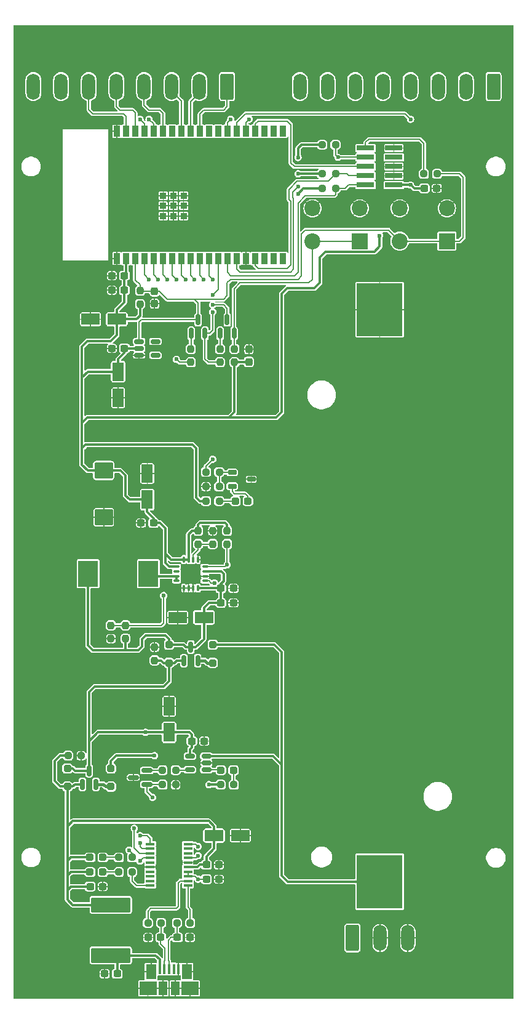
<source format=gbr>
%TF.GenerationSoftware,KiCad,Pcbnew,8.0.5-8.0.5-0~ubuntu24.04.1*%
%TF.CreationDate,2024-10-04T20:25:55+03:00*%
%TF.ProjectId,esp32-main,65737033-322d-46d6-9169-6e2e6b696361,rev?*%
%TF.SameCoordinates,Original*%
%TF.FileFunction,Copper,L1,Top*%
%TF.FilePolarity,Positive*%
%FSLAX46Y46*%
G04 Gerber Fmt 4.6, Leading zero omitted, Abs format (unit mm)*
G04 Created by KiCad (PCBNEW 8.0.5-8.0.5-0~ubuntu24.04.1) date 2024-10-04 20:25:55*
%MOMM*%
%LPD*%
G01*
G04 APERTURE LIST*
G04 Aperture macros list*
%AMRoundRect*
0 Rectangle with rounded corners*
0 $1 Rounding radius*
0 $2 $3 $4 $5 $6 $7 $8 $9 X,Y pos of 4 corners*
0 Add a 4 corners polygon primitive as box body*
4,1,4,$2,$3,$4,$5,$6,$7,$8,$9,$2,$3,0*
0 Add four circle primitives for the rounded corners*
1,1,$1+$1,$2,$3*
1,1,$1+$1,$4,$5*
1,1,$1+$1,$6,$7*
1,1,$1+$1,$8,$9*
0 Add four rect primitives between the rounded corners*
20,1,$1+$1,$2,$3,$4,$5,0*
20,1,$1+$1,$4,$5,$6,$7,0*
20,1,$1+$1,$6,$7,$8,$9,0*
20,1,$1+$1,$8,$9,$2,$3,0*%
G04 Aperture macros list end*
%TA.AperFunction,ComponentPad*%
%ADD10R,2.200000X2.200000*%
%TD*%
%TA.AperFunction,ComponentPad*%
%ADD11C,2.200000*%
%TD*%
%TA.AperFunction,SMDPad,CuDef*%
%ADD12RoundRect,0.237500X-0.237500X0.300000X-0.237500X-0.300000X0.237500X-0.300000X0.237500X0.300000X0*%
%TD*%
%TA.AperFunction,SMDPad,CuDef*%
%ADD13R,2.700000X3.600000*%
%TD*%
%TA.AperFunction,SMDPad,CuDef*%
%ADD14RoundRect,0.237500X0.237500X-0.250000X0.237500X0.250000X-0.237500X0.250000X-0.237500X-0.250000X0*%
%TD*%
%TA.AperFunction,SMDPad,CuDef*%
%ADD15RoundRect,0.237500X0.250000X0.237500X-0.250000X0.237500X-0.250000X-0.237500X0.250000X-0.237500X0*%
%TD*%
%TA.AperFunction,SMDPad,CuDef*%
%ADD16RoundRect,0.237500X-0.237500X0.250000X-0.237500X-0.250000X0.237500X-0.250000X0.237500X0.250000X0*%
%TD*%
%TA.AperFunction,SMDPad,CuDef*%
%ADD17RoundRect,0.237500X-0.300000X-0.237500X0.300000X-0.237500X0.300000X0.237500X-0.300000X0.237500X0*%
%TD*%
%TA.AperFunction,SMDPad,CuDef*%
%ADD18RoundRect,0.237500X-0.250000X-0.237500X0.250000X-0.237500X0.250000X0.237500X-0.250000X0.237500X0*%
%TD*%
%TA.AperFunction,SMDPad,CuDef*%
%ADD19RoundRect,0.162500X-0.447500X-0.162500X0.447500X-0.162500X0.447500X0.162500X-0.447500X0.162500X0*%
%TD*%
%TA.AperFunction,SMDPad,CuDef*%
%ADD20RoundRect,0.250000X0.250000X-0.250000X0.250000X0.250000X-0.250000X0.250000X-0.250000X-0.250000X0*%
%TD*%
%TA.AperFunction,SMDPad,CuDef*%
%ADD21RoundRect,0.250000X-0.550000X1.050000X-0.550000X-1.050000X0.550000X-1.050000X0.550000X1.050000X0*%
%TD*%
%TA.AperFunction,SMDPad,CuDef*%
%ADD22RoundRect,0.150000X0.512500X0.150000X-0.512500X0.150000X-0.512500X-0.150000X0.512500X-0.150000X0*%
%TD*%
%TA.AperFunction,SMDPad,CuDef*%
%ADD23RoundRect,0.250000X0.550000X-1.050000X0.550000X1.050000X-0.550000X1.050000X-0.550000X-1.050000X0*%
%TD*%
%TA.AperFunction,SMDPad,CuDef*%
%ADD24R,0.450000X1.380000*%
%TD*%
%TA.AperFunction,SMDPad,CuDef*%
%ADD25R,2.375000X1.900000*%
%TD*%
%TA.AperFunction,SMDPad,CuDef*%
%ADD26R,1.475000X2.100000*%
%TD*%
%TA.AperFunction,SMDPad,CuDef*%
%ADD27R,1.175000X1.900000*%
%TD*%
%TA.AperFunction,ComponentPad*%
%ADD28RoundRect,0.250000X-0.650000X-1.550000X0.650000X-1.550000X0.650000X1.550000X-0.650000X1.550000X0*%
%TD*%
%TA.AperFunction,ComponentPad*%
%ADD29O,1.800000X3.600000*%
%TD*%
%TA.AperFunction,SMDPad,CuDef*%
%ADD30RoundRect,0.237500X0.237500X-0.300000X0.237500X0.300000X-0.237500X0.300000X-0.237500X-0.300000X0*%
%TD*%
%TA.AperFunction,SMDPad,CuDef*%
%ADD31RoundRect,0.250000X-1.025000X0.875000X-1.025000X-0.875000X1.025000X-0.875000X1.025000X0.875000X0*%
%TD*%
%TA.AperFunction,SMDPad,CuDef*%
%ADD32RoundRect,0.237500X0.300000X0.237500X-0.300000X0.237500X-0.300000X-0.237500X0.300000X-0.237500X0*%
%TD*%
%TA.AperFunction,SMDPad,CuDef*%
%ADD33RoundRect,0.250000X-0.250000X0.250000X-0.250000X-0.250000X0.250000X-0.250000X0.250000X0.250000X0*%
%TD*%
%TA.AperFunction,SMDPad,CuDef*%
%ADD34R,2.400000X0.740000*%
%TD*%
%TA.AperFunction,SMDPad,CuDef*%
%ADD35R,0.900000X1.500000*%
%TD*%
%TA.AperFunction,SMDPad,CuDef*%
%ADD36R,0.900000X0.900000*%
%TD*%
%TA.AperFunction,SMDPad,CuDef*%
%ADD37RoundRect,0.250001X2.474999X-0.799999X2.474999X0.799999X-2.474999X0.799999X-2.474999X-0.799999X0*%
%TD*%
%TA.AperFunction,SMDPad,CuDef*%
%ADD38R,1.200000X0.400000*%
%TD*%
%TA.AperFunction,SMDPad,CuDef*%
%ADD39RoundRect,0.237500X0.287500X0.237500X-0.287500X0.237500X-0.287500X-0.237500X0.287500X-0.237500X0*%
%TD*%
%TA.AperFunction,SMDPad,CuDef*%
%ADD40RoundRect,0.250000X-1.050000X-0.550000X1.050000X-0.550000X1.050000X0.550000X-1.050000X0.550000X0*%
%TD*%
%TA.AperFunction,SMDPad,CuDef*%
%ADD41RoundRect,0.150000X0.587500X0.150000X-0.587500X0.150000X-0.587500X-0.150000X0.587500X-0.150000X0*%
%TD*%
%TA.AperFunction,SMDPad,CuDef*%
%ADD42RoundRect,0.087500X-0.325000X-0.087500X0.325000X-0.087500X0.325000X0.087500X-0.325000X0.087500X0*%
%TD*%
%TA.AperFunction,SMDPad,CuDef*%
%ADD43RoundRect,0.087500X-0.087500X-0.325000X0.087500X-0.325000X0.087500X0.325000X-0.087500X0.325000X0*%
%TD*%
%TA.AperFunction,HeatsinkPad*%
%ADD44C,0.500000*%
%TD*%
%TA.AperFunction,HeatsinkPad*%
%ADD45R,2.700000X2.700000*%
%TD*%
%TA.AperFunction,SMDPad,CuDef*%
%ADD46RoundRect,0.237500X-0.287500X-0.237500X0.287500X-0.237500X0.287500X0.237500X-0.287500X0.237500X0*%
%TD*%
%TA.AperFunction,SMDPad,CuDef*%
%ADD47RoundRect,0.150000X0.150000X-0.587500X0.150000X0.587500X-0.150000X0.587500X-0.150000X-0.587500X0*%
%TD*%
%TA.AperFunction,SMDPad,CuDef*%
%ADD48RoundRect,0.150000X-0.512500X-0.150000X0.512500X-0.150000X0.512500X0.150000X-0.512500X0.150000X0*%
%TD*%
%TA.AperFunction,SMDPad,CuDef*%
%ADD49RoundRect,0.250000X1.050000X0.550000X-1.050000X0.550000X-1.050000X-0.550000X1.050000X-0.550000X0*%
%TD*%
%TA.AperFunction,ComponentPad*%
%ADD50RoundRect,0.250000X0.650000X1.550000X-0.650000X1.550000X-0.650000X-1.550000X0.650000X-1.550000X0*%
%TD*%
%TA.AperFunction,SMDPad,CuDef*%
%ADD51R,6.350000X7.340000*%
%TD*%
%TA.AperFunction,ViaPad*%
%ADD52C,0.600000*%
%TD*%
%TA.AperFunction,Conductor*%
%ADD53C,0.300000*%
%TD*%
%TA.AperFunction,Conductor*%
%ADD54C,0.200000*%
%TD*%
%TA.AperFunction,Conductor*%
%ADD55C,0.400000*%
%TD*%
G04 APERTURE END LIST*
D10*
%TO.P,S1,1*%
%TO.N,Net-(Q1-C)*%
X170250000Y-51250000D03*
D11*
%TO.P,S1,2*%
X163750000Y-51250000D03*
%TO.P,S1,3*%
%TO.N,GND*%
X170250000Y-46750000D03*
%TO.P,S1,4*%
X163750000Y-46750000D03*
%TD*%
D10*
%TO.P,S2,1*%
%TO.N,/BOOT*%
X158250000Y-51250000D03*
D11*
%TO.P,S2,2*%
X151750000Y-51250000D03*
%TO.P,S2,3*%
%TO.N,GND*%
X158250000Y-46750000D03*
%TO.P,S2,4*%
X151750000Y-46750000D03*
%TD*%
D12*
%TO.P,C8,1*%
%TO.N,Net-(Q1-C)*%
X130000000Y-58137500D03*
%TO.P,C8,2*%
%TO.N,GND*%
X130000000Y-59862500D03*
%TD*%
D13*
%TO.P,L1,1,1*%
%TO.N,Net-(D3-K)*%
X120850000Y-97000000D03*
%TO.P,L1,2,2*%
%TO.N,Net-(L1-Pad2)*%
X129150000Y-97000000D03*
%TD*%
D14*
%TO.P,R15,1*%
%TO.N,Net-(U4-FB)*%
X138000000Y-92912500D03*
%TO.P,R15,2*%
%TO.N,GND*%
X138000000Y-91087500D03*
%TD*%
D15*
%TO.P,R24,1*%
%TO.N,Net-(U5-PROG)*%
X132912500Y-124000000D03*
%TO.P,R24,2*%
%TO.N,Net-(Q6-S)*%
X131087500Y-124000000D03*
%TD*%
D16*
%TO.P,R16,1*%
%TO.N,+3V3*%
X140000000Y-91087500D03*
%TO.P,R16,2*%
%TO.N,/power-supply/LDO*%
X140000000Y-92912500D03*
%TD*%
D17*
%TO.P,C21,1*%
%TO.N,Net-(D3-K)*%
X139137500Y-99000000D03*
%TO.P,C21,2*%
%TO.N,GND*%
X140862500Y-99000000D03*
%TD*%
D18*
%TO.P,R4,1*%
%TO.N,Net-(J1-~{RESET})*%
X167087500Y-42000000D03*
%TO.P,R4,2*%
%TO.N,Net-(Q1-C)*%
X168912500Y-42000000D03*
%TD*%
D19*
%TO.P,Q4,1,B*%
%TO.N,Net-(Q4-B)*%
X140690000Y-83050000D03*
%TO.P,Q4,2,C*%
%TO.N,Net-(D5-K)*%
X140690000Y-84950000D03*
%TO.P,Q4,3,E*%
%TO.N,GND*%
X143310000Y-84000000D03*
%TD*%
D20*
%TO.P,D8,1,K*%
%TO.N,Net-(D8-K)*%
X124000000Y-126250000D03*
%TO.P,D8,2,A*%
%TO.N,/battery/ALT*%
X124000000Y-123750000D03*
%TD*%
D21*
%TO.P,C5,1*%
%TO.N,+3V3*%
X125000000Y-69200000D03*
%TO.P,C5,2*%
%TO.N,GND*%
X125000000Y-72800000D03*
%TD*%
D15*
%TO.P,R25,1*%
%TO.N,GND*%
X132912500Y-126000000D03*
%TO.P,R25,2*%
%TO.N,/battery/~{SHDN}*%
X131087500Y-126000000D03*
%TD*%
D17*
%TO.P,C23,1*%
%TO.N,+5V*%
X135137500Y-120000000D03*
%TO.P,C23,2*%
%TO.N,GND*%
X136862500Y-120000000D03*
%TD*%
D22*
%TO.P,U5,1,~{CHRG}*%
%TO.N,Net-(D7-K)*%
X137137500Y-123950000D03*
%TO.P,U5,2,GND*%
%TO.N,GND*%
X137137500Y-123000000D03*
%TO.P,U5,3,BAT*%
%TO.N,VBAT*%
X137137500Y-122050000D03*
%TO.P,U5,4,V_{CC}*%
%TO.N,+5V*%
X134862500Y-122050000D03*
%TO.P,U5,5,PROG*%
%TO.N,Net-(U5-PROG)*%
X134862500Y-123950000D03*
%TD*%
D23*
%TO.P,C22,1*%
%TO.N,+5V*%
X132000000Y-118800000D03*
%TO.P,C22,2*%
%TO.N,GND*%
X132000000Y-115200000D03*
%TD*%
D24*
%TO.P,J4,1*%
%TO.N,Net-(C11-Pad1)*%
X130700000Y-151340000D03*
%TO.P,J4,2*%
%TO.N,/usb-uart/D-*%
X131350000Y-151340000D03*
%TO.P,J4,3*%
%TO.N,/usb-uart/D+*%
X132000000Y-151340000D03*
%TO.P,J4,4*%
%TO.N,unconnected-(J4-Pad4)*%
X132650000Y-151340000D03*
%TO.P,J4,5*%
%TO.N,GND*%
X133300000Y-151340000D03*
D25*
%TO.P,J4,SH*%
X134912500Y-154000000D03*
D26*
X134462500Y-151700000D03*
D27*
X132837500Y-154000000D03*
X131162500Y-154000000D03*
D26*
X129537500Y-151700000D03*
D25*
X129087500Y-154000000D03*
%TD*%
D18*
%TO.P,R22,1*%
%TO.N,+5V*%
X139087500Y-126000000D03*
%TO.P,R22,2*%
%TO.N,Net-(D7-A)*%
X140912500Y-126000000D03*
%TD*%
D28*
%TO.P,J5,1,Pin_1*%
%TO.N,/battery/ALT*%
X157245000Y-147067500D03*
D29*
%TO.P,J5,2,Pin_2*%
%TO.N,GND*%
X161055000Y-147067500D03*
%TO.P,J5,3,Pin_3*%
X164865000Y-147067500D03*
%TD*%
D30*
%TO.P,C7,1*%
%TO.N,+3V3*%
X143000000Y-67862500D03*
%TO.P,C7,2*%
%TO.N,GND*%
X143000000Y-66137500D03*
%TD*%
D15*
%TO.P,R12,1*%
%TO.N,Net-(U3-CBUS2)*%
X126912500Y-138000000D03*
%TO.P,R12,2*%
%TO.N,Net-(D2-K)*%
X125087500Y-138000000D03*
%TD*%
D31*
%TO.P,C18,1*%
%TO.N,+3V3*%
X123000000Y-82800000D03*
%TO.P,C18,2*%
%TO.N,GND*%
X123000000Y-89200000D03*
%TD*%
D15*
%TO.P,R20,1*%
%TO.N,Net-(Q4-B)*%
X138912500Y-83000000D03*
%TO.P,R20,2*%
%TO.N,/power-supply/PWRLED*%
X137087500Y-83000000D03*
%TD*%
D32*
%TO.P,C3,1*%
%TO.N,+3V3*%
X125862500Y-58000000D03*
%TO.P,C3,2*%
%TO.N,GND*%
X124137500Y-58000000D03*
%TD*%
D17*
%TO.P,C15,1*%
%TO.N,Net-(U3-3V3OUT)*%
X137137500Y-139000000D03*
%TO.P,C15,2*%
%TO.N,GND*%
X138862500Y-139000000D03*
%TD*%
D16*
%TO.P,R7,1*%
%TO.N,Net-(Q1-B)*%
X135000000Y-66087500D03*
%TO.P,R7,2*%
%TO.N,/usb-uart/~{DTR}*%
X135000000Y-67912500D03*
%TD*%
D33*
%TO.P,D3,1,K*%
%TO.N,Net-(D3-K)*%
X132000000Y-106750000D03*
%TO.P,D3,2,A*%
%TO.N,+5V*%
X132000000Y-109250000D03*
%TD*%
D34*
%TO.P,J1,1,VTref*%
%TO.N,+3V3*%
X162950000Y-43540000D03*
%TO.P,J1,2,SWDIO/TMS*%
%TO.N,Net-(J1-SWDIO{slash}TMS)*%
X159050000Y-43540000D03*
%TO.P,J1,3,GND*%
%TO.N,GND*%
X162950000Y-42270000D03*
%TO.P,J1,4,SWCLK/TCK*%
%TO.N,Net-(J1-SWCLK{slash}TCK)*%
X159050000Y-42270000D03*
%TO.P,J1,5,GND*%
%TO.N,GND*%
X162950000Y-41000000D03*
%TO.P,J1,6,SWO/TDO*%
%TO.N,Net-(J1-SWO{slash}TDO)*%
X159050000Y-41000000D03*
%TO.P,J1,7,KEY*%
%TO.N,unconnected-(J1-KEY-Pad7)*%
X162950000Y-39730000D03*
%TO.P,J1,8,NC/TDI*%
%TO.N,Net-(J1-NC{slash}TDI)*%
X159050000Y-39730000D03*
%TO.P,J1,9,GNDDetect*%
%TO.N,GND*%
X162950000Y-38460000D03*
%TO.P,J1,10,~{RESET}*%
%TO.N,Net-(J1-~{RESET})*%
X159050000Y-38460000D03*
%TD*%
D35*
%TO.P,U1,1,GND*%
%TO.N,GND*%
X124805000Y-53650000D03*
%TO.P,U1,2,3V3*%
%TO.N,+3V3*%
X126075000Y-53650000D03*
%TO.P,U1,3,EN/CHIP_PU*%
%TO.N,Net-(Q1-C)*%
X127345000Y-53650000D03*
%TO.P,U1,4,SENSOR_VP/GPIO36/ADC1_CH0*%
%TO.N,/GPIO36*%
X128615000Y-53650000D03*
%TO.P,U1,5,SENSOR_VN/GPIO39/ADC1_CH3*%
%TO.N,/GPIO39*%
X129885000Y-53650000D03*
%TO.P,U1,6,GPIO34/ADC1_CH6*%
%TO.N,/GPIO34*%
X131155000Y-53650000D03*
%TO.P,U1,7,GPIO35/ADC1_CH7*%
%TO.N,/GPIO35*%
X132425000Y-53650000D03*
%TO.P,U1,8,32K_XP/GPIO32/ADC1_CH4*%
%TO.N,/GPIO32*%
X133695000Y-53650000D03*
%TO.P,U1,9,32K_XN/GPIO33/ADC1_CH5*%
%TO.N,/GPIO33*%
X134965000Y-53650000D03*
%TO.P,U1,10,DAC_1/ADC2_CH8/GPIO25*%
%TO.N,/GPIO25*%
X136235000Y-53650000D03*
%TO.P,U1,11,DAC_2/ADC2_CH9/GPIO26*%
%TO.N,/GPIO26*%
X137505000Y-53650000D03*
%TO.P,U1,12,ADC2_CH7/GPIO27*%
%TO.N,/battery/~{SHDN}*%
X138775000Y-53650000D03*
%TO.P,U1,13,MTMS/GPIO14/ADC2_CH6*%
%TO.N,Net-(J1-SWDIO{slash}TMS)*%
X140045000Y-53650000D03*
%TO.P,U1,14,MTDI/GPIO12/ADC2_CH5*%
%TO.N,Net-(J1-NC{slash}TDI)*%
X141315000Y-53650000D03*
%TO.P,U1,15,GND*%
%TO.N,GND*%
X142585000Y-53650000D03*
%TO.P,U1,16,MTCK/GPIO13/ADC2_CH4*%
%TO.N,Net-(J1-SWCLK{slash}TCK)*%
X143855000Y-53650000D03*
%TO.P,U1,17*%
%TO.N,N/C*%
X145125000Y-53650000D03*
%TO.P,U1,18*%
X146395000Y-53650000D03*
%TO.P,U1,19*%
X147665000Y-53650000D03*
%TO.P,U1,20*%
X147665000Y-36150000D03*
%TO.P,U1,21*%
X146395000Y-36150000D03*
%TO.P,U1,22*%
X145125000Y-36150000D03*
%TO.P,U1,23,MTDO/GPIO15/ADC2_CH3*%
%TO.N,Net-(J1-SWO{slash}TDO)*%
X143855000Y-36150000D03*
%TO.P,U1,24,ADC2_CH2/GPIO2*%
%TO.N,/power-supply/LDO*%
X142585000Y-36150000D03*
%TO.P,U1,25,GPIO0/BOOT/ADC2_CH1*%
%TO.N,/BOOT*%
X141315000Y-36150000D03*
%TO.P,U1,26,ADC2_CH0/GPIO4*%
%TO.N,/power-supply/PWRLED*%
X140045000Y-36150000D03*
%TO.P,U1,27*%
%TO.N,N/C*%
X138775000Y-36150000D03*
%TO.P,U1,28*%
X137505000Y-36150000D03*
%TO.P,U1,29,GPIO5*%
%TO.N,/GPIO5{slash}VSPICS0*%
X136235000Y-36150000D03*
%TO.P,U1,30,GPIO18*%
%TO.N,/GPIO18{slash}VSPICLK*%
X134965000Y-36150000D03*
%TO.P,U1,31,GPIO19*%
%TO.N,/GPIO19{slash}VSPIQ*%
X133695000Y-36150000D03*
%TO.P,U1,32*%
%TO.N,N/C*%
X132425000Y-36150000D03*
%TO.P,U1,33,GPIO21*%
%TO.N,/GPIO21{slash}VSPIHD*%
X131155000Y-36150000D03*
%TO.P,U1,34,U0RXD/GPIO3*%
%TO.N,/U0RXD*%
X129885000Y-36150000D03*
%TO.P,U1,35,U0TXD/GPIO1*%
%TO.N,/U0TXD*%
X128615000Y-36150000D03*
%TO.P,U1,36,GPIO22*%
%TO.N,/GPIO22{slash}VSPIWP*%
X127345000Y-36150000D03*
%TO.P,U1,37,GPIO23*%
%TO.N,/GPIO23{slash}VSPID*%
X126075000Y-36150000D03*
%TO.P,U1,38,GND*%
%TO.N,GND*%
X124805000Y-36150000D03*
D36*
%TO.P,U1,39,GND_THERMAL*%
X131200000Y-47805000D03*
X132600000Y-47800000D03*
X134000000Y-47800000D03*
X131200000Y-46400000D03*
X132600000Y-46400000D03*
X134000000Y-46400000D03*
X131200000Y-45000000D03*
X132600000Y-45000000D03*
X134000000Y-45000000D03*
%TD*%
D15*
%TO.P,R3,1*%
%TO.N,Net-(J1-SWDIO{slash}TMS)*%
X154912500Y-44000000D03*
%TO.P,R3,2*%
%TO.N,+3V3*%
X153087500Y-44000000D03*
%TD*%
D37*
%TO.P,F1,1*%
%TO.N,Net-(C11-Pad1)*%
X124000000Y-149475000D03*
%TO.P,F1,2*%
%TO.N,VBUS*%
X124000000Y-142525000D03*
%TD*%
D15*
%TO.P,R2,1*%
%TO.N,Net-(J1-SWCLK{slash}TCK)*%
X154912500Y-42000000D03*
%TO.P,R2,2*%
%TO.N,+3V3*%
X153087500Y-42000000D03*
%TD*%
D14*
%TO.P,R18,1*%
%TO.N,GND*%
X124000000Y-105912500D03*
%TO.P,R18,2*%
%TO.N,Net-(U4-LBI)*%
X124000000Y-104087500D03*
%TD*%
D38*
%TO.P,U3,1,~{DTR}*%
%TO.N,/usb-uart/~{DTR}*%
X129400000Y-134142500D03*
%TO.P,U3,2,~{RTS}*%
%TO.N,/usb-uart/~{RTS}*%
X129400000Y-134777500D03*
%TO.P,U3,3,VCCIO*%
%TO.N,Net-(U3-3V3OUT)*%
X129400000Y-135412500D03*
%TO.P,U3,4,RXD*%
%TO.N,/U0RXD*%
X129400000Y-136047500D03*
%TO.P,U3,5,~{RI}*%
%TO.N,unconnected-(U3-~{RI}-Pad5)*%
X129400000Y-136682500D03*
%TO.P,U3,6,GND*%
%TO.N,GND*%
X129400000Y-137317500D03*
%TO.P,U3,7,~{DSR}*%
%TO.N,unconnected-(U3-~{DSR}-Pad7)*%
X129400000Y-137952500D03*
%TO.P,U3,8,~{DCD}*%
%TO.N,unconnected-(U3-~{DCD}-Pad8)*%
X129400000Y-138587500D03*
%TO.P,U3,9,~{CTS}*%
%TO.N,unconnected-(U3-~{CTS}-Pad9)*%
X129400000Y-139222500D03*
%TO.P,U3,10,CBUS2*%
%TO.N,Net-(U3-CBUS2)*%
X129400000Y-139857500D03*
%TO.P,U3,11,USBDP*%
%TO.N,Net-(U3-USBDP)*%
X134600000Y-139857500D03*
%TO.P,U3,12,USBDM*%
%TO.N,Net-(U3-USBDM)*%
X134600000Y-139222500D03*
%TO.P,U3,13,3V3OUT*%
%TO.N,Net-(U3-3V3OUT)*%
X134600000Y-138587500D03*
%TO.P,U3,14,~{RESET}*%
X134600000Y-137952500D03*
%TO.P,U3,15,VCC*%
%TO.N,VBUS*%
X134600000Y-137317500D03*
%TO.P,U3,16,GND*%
%TO.N,GND*%
X134600000Y-136682500D03*
%TO.P,U3,17,CBUS1*%
%TO.N,Net-(U3-CBUS1)*%
X134600000Y-136047500D03*
%TO.P,U3,18,CBUS0*%
%TO.N,unconnected-(U3-CBUS0-Pad18)*%
X134600000Y-135412500D03*
%TO.P,U3,19,CBUS3*%
%TO.N,unconnected-(U3-CBUS3-Pad19)*%
X134600000Y-134777500D03*
%TO.P,U3,20,TXD*%
%TO.N,/U0TXD*%
X134600000Y-134142500D03*
%TD*%
D15*
%TO.P,R1,1*%
%TO.N,Net-(J1-NC{slash}TDI)*%
X154912500Y-38000000D03*
%TO.P,R1,2*%
%TO.N,+3V3*%
X153087500Y-38000000D03*
%TD*%
D39*
%TO.P,D2,1,K*%
%TO.N,Net-(D2-K)*%
X122875000Y-138000000D03*
%TO.P,D2,2,A*%
%TO.N,VBUS*%
X121125000Y-138000000D03*
%TD*%
D40*
%TO.P,C9,1*%
%TO.N,VBUS*%
X138200000Y-133000000D03*
%TO.P,C9,2*%
%TO.N,GND*%
X141800000Y-133000000D03*
%TD*%
D41*
%TO.P,Q6,1,G*%
%TO.N,/battery/~{SHDN}*%
X128937500Y-125950000D03*
%TO.P,Q6,2,S*%
%TO.N,Net-(Q6-S)*%
X128937500Y-124050000D03*
%TO.P,Q6,3,D*%
%TO.N,GND*%
X127062500Y-125000000D03*
%TD*%
D33*
%TO.P,D6,1,K*%
%TO.N,+5V*%
X118000000Y-123750000D03*
%TO.P,D6,2,A*%
%TO.N,VBUS*%
X118000000Y-126250000D03*
%TD*%
D18*
%TO.P,R9,1*%
%TO.N,Net-(U3-USBDM)*%
X129087500Y-145000000D03*
%TO.P,R9,2*%
%TO.N,/usb-uart/D-*%
X130912500Y-145000000D03*
%TD*%
D16*
%TO.P,R13,1*%
%TO.N,+3V3*%
X136000000Y-91087500D03*
%TO.P,R13,2*%
%TO.N,Net-(U4-FB)*%
X136000000Y-92912500D03*
%TD*%
D17*
%TO.P,C10,1*%
%TO.N,VBUS*%
X137137500Y-137000000D03*
%TO.P,C10,2*%
%TO.N,GND*%
X138862500Y-137000000D03*
%TD*%
D15*
%TO.P,R11,1*%
%TO.N,Net-(U3-CBUS1)*%
X126912500Y-136000000D03*
%TO.P,R11,2*%
%TO.N,Net-(D1-K)*%
X125087500Y-136000000D03*
%TD*%
D42*
%TO.P,U4,1,VOUT*%
%TO.N,+3V3*%
X133037500Y-96025000D03*
%TO.P,U4,2,NC*%
%TO.N,unconnected-(U4-NC-Pad2)*%
X133037500Y-96675000D03*
%TO.P,U4,3,SW*%
%TO.N,Net-(L1-Pad2)*%
X133037500Y-97325000D03*
%TO.P,U4,4,SW*%
X133037500Y-97975000D03*
D43*
%TO.P,U4,5,PGND*%
%TO.N,GND*%
X134025000Y-98962500D03*
%TO.P,U4,6,PGND*%
X134675000Y-98962500D03*
%TO.P,U4,7,PGND*%
X135325000Y-98962500D03*
%TO.P,U4,8,VBAT*%
%TO.N,Net-(D3-K)*%
X135975000Y-98962500D03*
D42*
%TO.P,U4,9,LBI*%
%TO.N,Net-(U4-LBI)*%
X136962500Y-97975000D03*
%TO.P,U4,10,SYNC*%
%TO.N,GND*%
X136962500Y-97325000D03*
%TO.P,U4,11,EN*%
%TO.N,Net-(D3-K)*%
X136962500Y-96675000D03*
%TO.P,U4,12,LBO*%
%TO.N,/power-supply/LDO*%
X136962500Y-96025000D03*
D43*
%TO.P,U4,13,GND*%
%TO.N,GND*%
X135975000Y-95037500D03*
%TO.P,U4,14,FB*%
%TO.N,Net-(U4-FB)*%
X135325000Y-95037500D03*
%TO.P,U4,15,VOUT*%
%TO.N,+3V3*%
X134675000Y-95037500D03*
%TO.P,U4,16,VOUT*%
X134025000Y-95037500D03*
D44*
%TO.P,U4,17,PAD*%
%TO.N,GND*%
X133900000Y-95900000D03*
X133900000Y-97000000D03*
X133900000Y-98100000D03*
X135000000Y-95900000D03*
X135000000Y-97000000D03*
D45*
X135000000Y-97000000D03*
D44*
X135000000Y-98100000D03*
X136100000Y-95900000D03*
X136100000Y-97000000D03*
X136100000Y-98100000D03*
%TD*%
D32*
%TO.P,C11,1*%
%TO.N,Net-(C11-Pad1)*%
X124862500Y-152000000D03*
%TO.P,C11,2*%
%TO.N,GND*%
X123137500Y-152000000D03*
%TD*%
D46*
%TO.P,D7,1,K*%
%TO.N,Net-(D7-K)*%
X139125000Y-124000000D03*
%TO.P,D7,2,A*%
%TO.N,Net-(D7-A)*%
X140875000Y-124000000D03*
%TD*%
D18*
%TO.P,R19,1*%
%TO.N,+3V3*%
X137087500Y-87000000D03*
%TO.P,R19,2*%
%TO.N,Net-(D5-A)*%
X138912500Y-87000000D03*
%TD*%
D47*
%TO.P,Q1,1,B*%
%TO.N,Net-(Q1-B)*%
X135050000Y-63937500D03*
%TO.P,Q1,2,E*%
%TO.N,/usb-uart/~{RTS}*%
X136950000Y-63937500D03*
%TO.P,Q1,3,C*%
%TO.N,Net-(Q1-C)*%
X136000000Y-62062500D03*
%TD*%
D48*
%TO.P,U2,1,VOUT*%
%TO.N,Net-(Q1-C)*%
X127862500Y-65050000D03*
%TO.P,U2,2,VDD*%
%TO.N,+3V3*%
X127862500Y-66000000D03*
%TO.P,U2,3,GND*%
%TO.N,GND*%
X127862500Y-66950000D03*
%TO.P,U2,4*%
%TO.N,N/C*%
X130137500Y-66950000D03*
%TO.P,U2,5*%
X130137500Y-65050000D03*
%TD*%
D15*
%TO.P,R10,1*%
%TO.N,Net-(U3-USBDP)*%
X134912500Y-145000000D03*
%TO.P,R10,2*%
%TO.N,/usb-uart/D+*%
X133087500Y-145000000D03*
%TD*%
D14*
%TO.P,R6,1*%
%TO.N,+3V3*%
X141000000Y-67912500D03*
%TO.P,R6,2*%
%TO.N,/BOOT*%
X141000000Y-66087500D03*
%TD*%
D49*
%TO.P,C19,1*%
%TO.N,Net-(D3-K)*%
X136800000Y-103000000D03*
%TO.P,C19,2*%
%TO.N,GND*%
X133200000Y-103000000D03*
%TD*%
D16*
%TO.P,R8,1*%
%TO.N,Net-(Q2-B)*%
X139000000Y-66087500D03*
%TO.P,R8,2*%
%TO.N,/usb-uart/~{RTS}*%
X139000000Y-67912500D03*
%TD*%
D39*
%TO.P,D1,1,K*%
%TO.N,Net-(D1-K)*%
X122875000Y-136000000D03*
%TO.P,D1,2,A*%
%TO.N,VBUS*%
X121125000Y-136000000D03*
%TD*%
D32*
%TO.P,C17,1*%
%TO.N,+3V3*%
X129862500Y-90000000D03*
%TO.P,C17,2*%
%TO.N,GND*%
X128137500Y-90000000D03*
%TD*%
D47*
%TO.P,Q2,1,B*%
%TO.N,Net-(Q2-B)*%
X139050000Y-63937500D03*
%TO.P,Q2,2,E*%
%TO.N,/BOOT*%
X140950000Y-63937500D03*
%TO.P,Q2,3,C*%
%TO.N,/usb-uart/~{DTR}*%
X140000000Y-62062500D03*
%TD*%
D50*
%TO.P,J2,1,Pin_1*%
%TO.N,/GPIO5{slash}VSPICS0*%
X140000000Y-30000000D03*
D29*
%TO.P,J2,2,Pin_2*%
%TO.N,/GPIO18{slash}VSPICLK*%
X136190000Y-30000000D03*
%TO.P,J2,3,Pin_3*%
%TO.N,/GPIO19{slash}VSPIQ*%
X132380000Y-30000000D03*
%TO.P,J2,4,Pin_4*%
%TO.N,/GPIO21{slash}VSPIHD*%
X128570000Y-30000000D03*
%TO.P,J2,5,Pin_5*%
%TO.N,/GPIO22{slash}VSPIWP*%
X124760000Y-30000000D03*
%TO.P,J2,6,Pin_6*%
%TO.N,/GPIO23{slash}VSPID*%
X120950000Y-30000000D03*
%TO.P,J2,7,Pin_7*%
%TO.N,unconnected-(J2-Pin_7-Pad7)*%
X117140000Y-30000000D03*
%TO.P,J2,8,Pin_8*%
%TO.N,unconnected-(J2-Pin_8-Pad8)*%
X113330000Y-30000000D03*
%TD*%
D51*
%TO.P,BT1,1,+*%
%TO.N,VBAT*%
X161000000Y-139330000D03*
%TO.P,BT1,2,-*%
%TO.N,GND*%
X161000000Y-60670000D03*
%TD*%
D49*
%TO.P,C2,1*%
%TO.N,+3V3*%
X124800000Y-62000000D03*
%TO.P,C2,2*%
%TO.N,GND*%
X121200000Y-62000000D03*
%TD*%
D16*
%TO.P,R17,1*%
%TO.N,GND*%
X130000000Y-107087500D03*
%TO.P,R17,2*%
%TO.N,+5V*%
X130000000Y-108912500D03*
%TD*%
D20*
%TO.P,D4,1,K*%
%TO.N,Net-(D4-K)*%
X138000000Y-109250000D03*
%TO.P,D4,2,A*%
%TO.N,VBAT*%
X138000000Y-106750000D03*
%TD*%
D50*
%TO.P,J3,1,Pin_1*%
%TO.N,/GPIO26*%
X176670000Y-30000000D03*
D29*
%TO.P,J3,2,Pin_2*%
%TO.N,/GPIO25*%
X172860000Y-30000000D03*
%TO.P,J3,3,Pin_3*%
%TO.N,/GPIO33*%
X169050000Y-30000000D03*
%TO.P,J3,4,Pin_4*%
%TO.N,/GPIO32*%
X165240000Y-30000000D03*
%TO.P,J3,5,Pin_5*%
%TO.N,/GPIO35*%
X161430000Y-30000000D03*
%TO.P,J3,6,Pin_6*%
%TO.N,/GPIO34*%
X157620000Y-30000000D03*
%TO.P,J3,7,Pin_7*%
%TO.N,/GPIO39*%
X153810000Y-30000000D03*
%TO.P,J3,8,Pin_8*%
%TO.N,/GPIO36*%
X150000000Y-30000000D03*
%TD*%
D39*
%TO.P,D5,1,K*%
%TO.N,Net-(D5-K)*%
X142875000Y-87000000D03*
%TO.P,D5,2,A*%
%TO.N,Net-(D5-A)*%
X141125000Y-87000000D03*
%TD*%
D47*
%TO.P,Q3,1,G*%
%TO.N,+5V*%
X134050000Y-108937500D03*
%TO.P,Q3,2,S*%
%TO.N,Net-(D4-K)*%
X135950000Y-108937500D03*
%TO.P,Q3,3,D*%
%TO.N,Net-(D3-K)*%
X135000000Y-107062500D03*
%TD*%
D17*
%TO.P,C1,1*%
%TO.N,+3V3*%
X167137500Y-44000000D03*
%TO.P,C1,2*%
%TO.N,GND*%
X168862500Y-44000000D03*
%TD*%
D15*
%TO.P,R23,1*%
%TO.N,GND*%
X119912500Y-122000000D03*
%TO.P,R23,2*%
%TO.N,VBUS*%
X118087500Y-122000000D03*
%TD*%
%TO.P,R21,1*%
%TO.N,Net-(Q4-B)*%
X138912500Y-85000000D03*
%TO.P,R21,2*%
%TO.N,GND*%
X137087500Y-85000000D03*
%TD*%
D17*
%TO.P,C20,1*%
%TO.N,Net-(D3-K)*%
X139137500Y-101000000D03*
%TO.P,C20,2*%
%TO.N,GND*%
X140862500Y-101000000D03*
%TD*%
D14*
%TO.P,R5,1*%
%TO.N,+3V3*%
X128000000Y-59912500D03*
%TO.P,R5,2*%
%TO.N,Net-(Q1-C)*%
X128000000Y-58087500D03*
%TD*%
%TO.P,R14,1*%
%TO.N,Net-(D3-K)*%
X126000000Y-105912500D03*
%TO.P,R14,2*%
%TO.N,Net-(U4-LBI)*%
X126000000Y-104087500D03*
%TD*%
D32*
%TO.P,C4,1*%
%TO.N,+3V3*%
X125862500Y-56000000D03*
%TO.P,C4,2*%
%TO.N,GND*%
X124137500Y-56000000D03*
%TD*%
D23*
%TO.P,C16,1*%
%TO.N,+3V3*%
X129000000Y-86800000D03*
%TO.P,C16,2*%
%TO.N,GND*%
X129000000Y-83200000D03*
%TD*%
D47*
%TO.P,Q5,1,G*%
%TO.N,VBUS*%
X120050000Y-125937500D03*
%TO.P,Q5,2,S*%
%TO.N,Net-(D8-K)*%
X121950000Y-125937500D03*
%TO.P,Q5,3,D*%
%TO.N,+5V*%
X121000000Y-124062500D03*
%TD*%
D17*
%TO.P,C13,1*%
%TO.N,/usb-uart/D+*%
X133137500Y-147000000D03*
%TO.P,C13,2*%
%TO.N,GND*%
X134862500Y-147000000D03*
%TD*%
D32*
%TO.P,C6,1*%
%TO.N,+3V3*%
X125862500Y-66000000D03*
%TO.P,C6,2*%
%TO.N,GND*%
X124137500Y-66000000D03*
%TD*%
D17*
%TO.P,C14,1*%
%TO.N,VBUS*%
X121137500Y-140000000D03*
%TO.P,C14,2*%
%TO.N,GND*%
X122862500Y-140000000D03*
%TD*%
D32*
%TO.P,C12,1*%
%TO.N,/usb-uart/D-*%
X130862500Y-147000000D03*
%TO.P,C12,2*%
%TO.N,GND*%
X129137500Y-147000000D03*
%TD*%
D52*
%TO.N,GND*%
X132000000Y-64000000D03*
X123000000Y-120000000D03*
X115000000Y-100000000D03*
X175000000Y-80000000D03*
X115000000Y-110000000D03*
X146000000Y-105000000D03*
X145000000Y-128000000D03*
X122000000Y-67000000D03*
X146000000Y-80000000D03*
X146000000Y-104000000D03*
X146000000Y-109000000D03*
X145000000Y-79000000D03*
X132000000Y-61000000D03*
X146000000Y-58000000D03*
X145000000Y-105000000D03*
X131000000Y-61000000D03*
X145000000Y-108000000D03*
X145000000Y-109000000D03*
X175000000Y-50000000D03*
X146000000Y-127000000D03*
X175000000Y-60000000D03*
X132000000Y-63000000D03*
X115000000Y-60000000D03*
X146000000Y-128000000D03*
X121000000Y-67000000D03*
X131000000Y-133000000D03*
X132000000Y-60000000D03*
X115000000Y-80000000D03*
X146000000Y-59000000D03*
X123000000Y-121000000D03*
X175000000Y-120000000D03*
X115000000Y-120000000D03*
X115000000Y-90000000D03*
X175000000Y-70000000D03*
X133000000Y-133000000D03*
X138750000Y-94500000D03*
X131000000Y-63000000D03*
X175000000Y-130000000D03*
X175000000Y-110000000D03*
X146000000Y-79000000D03*
X145000000Y-58000000D03*
X138750000Y-97500000D03*
X132000000Y-141000000D03*
X132000000Y-133000000D03*
X175000000Y-90000000D03*
X115000000Y-50000000D03*
X115000000Y-70000000D03*
X122000000Y-121000000D03*
X115000000Y-130000000D03*
X123000000Y-67000000D03*
X175000000Y-100000000D03*
%TO.N,+3V3*%
X149750000Y-42000000D03*
X161000000Y-50500000D03*
X149750000Y-44750000D03*
X165250000Y-43540000D03*
X149750000Y-39750000D03*
%TO.N,Net-(U3-3V3OUT)*%
X127199997Y-132000000D03*
X136000000Y-139000000D03*
%TO.N,Net-(J1-NC{slash}TDI)*%
X149750000Y-43750000D03*
X155250000Y-39730000D03*
%TO.N,/GPIO34*%
X131750000Y-56500000D03*
%TO.N,/GPIO33*%
X135500000Y-56500000D03*
%TO.N,/GPIO35*%
X133000000Y-56500000D03*
%TO.N,/GPIO39*%
X130500000Y-56500000D03*
%TO.N,/GPIO32*%
X134250000Y-56500000D03*
%TO.N,/GPIO36*%
X129250000Y-56500000D03*
%TO.N,/GPIO25*%
X136750000Y-56500000D03*
%TO.N,/GPIO26*%
X138000000Y-56500000D03*
%TO.N,/usb-uart/~{RTS}*%
X138000000Y-61000000D03*
X128000000Y-134000000D03*
%TO.N,/BOOT*%
X165250000Y-34500000D03*
%TO.N,/usb-uart/~{DTR}*%
X133000000Y-67500000D03*
X128000000Y-133000000D03*
X138000000Y-60000000D03*
%TO.N,/battery/~{SHDN}*%
X138000000Y-58650000D03*
X129750000Y-127750000D03*
%TO.N,Net-(U3-CBUS1)*%
X126500000Y-135000000D03*
X136000000Y-135750000D03*
%TO.N,Net-(U4-LBI)*%
X138250000Y-98250000D03*
X131250000Y-100000000D03*
%TO.N,/power-supply/LDO*%
X143000000Y-34500000D03*
X140000000Y-95750000D03*
%TO.N,/power-supply/PWRLED*%
X140500000Y-34500000D03*
X138000000Y-81250000D03*
%TO.N,/U0RXD*%
X128000000Y-136500000D03*
X129250000Y-34500000D03*
%TO.N,/U0TXD*%
X136000000Y-134500000D03*
X128000000Y-34500000D03*
%TO.N,+5V*%
X137500000Y-126000000D03*
X128750000Y-118800000D03*
%TO.N,/battery/ALT*%
X130000000Y-122000000D03*
%TD*%
D53*
%TO.N,VBAT*%
X161000000Y-139330000D02*
X148330000Y-139330000D01*
X148330000Y-139330000D02*
X147500000Y-138500000D01*
X147500000Y-138500000D02*
X147500000Y-123250000D01*
X147500000Y-123250000D02*
X147500000Y-107750000D01*
X146500000Y-106750000D02*
X138000000Y-106750000D01*
X147500000Y-107750000D02*
X146500000Y-106750000D01*
X147500000Y-123250000D02*
X146300000Y-122050000D01*
X146300000Y-122050000D02*
X137137500Y-122050000D01*
%TO.N,+3V3*%
X125000000Y-69200000D02*
X125000000Y-67500000D01*
X152750000Y-57000000D02*
X152000000Y-57750000D01*
X147500000Y-58500000D02*
X147500000Y-74750000D01*
X136250000Y-87000000D02*
X135750000Y-86500000D01*
X127500000Y-62000000D02*
X124800000Y-62000000D01*
X139750000Y-90000000D02*
X140000000Y-90250000D01*
X167137500Y-44000000D02*
X165750000Y-44000000D01*
X146750000Y-75500000D02*
X140250000Y-75500000D01*
X152750000Y-53500000D02*
X152750000Y-57000000D01*
X124000000Y-65000000D02*
X124800000Y-64200000D01*
X120800000Y-82800000D02*
X120000000Y-82000000D01*
X120000000Y-65750000D02*
X120750000Y-65000000D01*
X124800000Y-64200000D02*
X124800000Y-62000000D01*
X123000000Y-82800000D02*
X120800000Y-82800000D01*
X134675000Y-95037500D02*
X134675000Y-91575000D01*
X126075000Y-55787500D02*
X125862500Y-56000000D01*
X131500000Y-90750000D02*
X130750000Y-90000000D01*
X149750000Y-39750000D02*
X149750000Y-38500000D01*
X141000000Y-67912500D02*
X142950000Y-67912500D01*
X125862500Y-66000000D02*
X127862500Y-66000000D01*
X120000000Y-79750000D02*
X120000000Y-81500000D01*
X142950000Y-67912500D02*
X143000000Y-67862500D01*
X124800000Y-60700000D02*
X125862500Y-59637500D01*
X150250000Y-38000000D02*
X153087500Y-38000000D01*
X128000000Y-59912500D02*
X128000000Y-61500000D01*
X141000000Y-67912500D02*
X141000000Y-74750000D01*
X124800000Y-62000000D02*
X124800000Y-60700000D01*
X126075000Y-53650000D02*
X126075000Y-55787500D01*
X131500000Y-94250000D02*
X131500000Y-90750000D01*
X140250000Y-75500000D02*
X120750000Y-75500000D01*
X149750000Y-38500000D02*
X150250000Y-38000000D01*
X160300000Y-52700000D02*
X153550000Y-52700000D01*
X129862500Y-90000000D02*
X129862500Y-89362500D01*
X120500000Y-79250000D02*
X120000000Y-79750000D01*
X135750000Y-86500000D02*
X135750000Y-79750000D01*
X165250000Y-43540000D02*
X162950000Y-43540000D01*
X126000000Y-86250000D02*
X126000000Y-83500000D01*
X135162500Y-91087500D02*
X136000000Y-91087500D01*
X136250000Y-90000000D02*
X139750000Y-90000000D01*
X161000000Y-52000000D02*
X160300000Y-52700000D01*
X135250000Y-79250000D02*
X120500000Y-79250000D01*
X153087500Y-44000000D02*
X150500000Y-44000000D01*
X136000000Y-91087500D02*
X136000000Y-90250000D01*
X125862500Y-58000000D02*
X125862500Y-56000000D01*
X125862500Y-59637500D02*
X125862500Y-58000000D01*
X132025000Y-96025000D02*
X131500000Y-95500000D01*
X125000000Y-67500000D02*
X125862500Y-66637500D01*
X140000000Y-90250000D02*
X140000000Y-91087500D01*
X150500000Y-44000000D02*
X149750000Y-44750000D01*
X147500000Y-74750000D02*
X146750000Y-75500000D01*
X153087500Y-42000000D02*
X149750000Y-42000000D01*
X120000000Y-76250000D02*
X120000000Y-70000000D01*
X126550000Y-86800000D02*
X126000000Y-86250000D01*
X134025000Y-95037500D02*
X132287500Y-95037500D01*
X134675000Y-91575000D02*
X135162500Y-91087500D01*
X120000000Y-70000000D02*
X120000000Y-65750000D01*
X165750000Y-44000000D02*
X165290000Y-43540000D01*
X137087500Y-87000000D02*
X136250000Y-87000000D01*
X134675000Y-95037500D02*
X134025000Y-95037500D01*
X153550000Y-52700000D02*
X152750000Y-53500000D01*
X125862500Y-66637500D02*
X125862500Y-66000000D01*
X136000000Y-90250000D02*
X136250000Y-90000000D01*
X120000000Y-81500000D02*
X120000000Y-76250000D01*
X120750000Y-75500000D02*
X120000000Y-76250000D01*
X120000000Y-82000000D02*
X120000000Y-81500000D01*
X133037500Y-96025000D02*
X132025000Y-96025000D01*
X161000000Y-50500000D02*
X161000000Y-52000000D01*
X120000000Y-70000000D02*
X120800000Y-69200000D01*
X126000000Y-83500000D02*
X125300000Y-82800000D01*
X129000000Y-86800000D02*
X126550000Y-86800000D01*
X135750000Y-79750000D02*
X135250000Y-79250000D01*
X129000000Y-88500000D02*
X129000000Y-86800000D01*
X129862500Y-89362500D02*
X129000000Y-88500000D01*
X141000000Y-74750000D02*
X140250000Y-75500000D01*
X125300000Y-82800000D02*
X123000000Y-82800000D01*
X132287500Y-95037500D02*
X131500000Y-94250000D01*
X128000000Y-61500000D02*
X127500000Y-62000000D01*
X131500000Y-95500000D02*
X131500000Y-94250000D01*
X165290000Y-43540000D02*
X165250000Y-43540000D01*
X120800000Y-69200000D02*
X125000000Y-69200000D01*
X148250000Y-57750000D02*
X147500000Y-58500000D01*
X130750000Y-90000000D02*
X129862500Y-90000000D01*
X120750000Y-65000000D02*
X124000000Y-65000000D01*
X152000000Y-57750000D02*
X148250000Y-57750000D01*
D54*
%TO.N,Net-(Q1-C)*%
X131750000Y-59250000D02*
X135500000Y-59250000D01*
X128000000Y-57250000D02*
X128000000Y-58087500D01*
X172500000Y-50750000D02*
X172000000Y-51250000D01*
X163750000Y-51250000D02*
X162250000Y-49750000D01*
X140000000Y-57000000D02*
X140000000Y-58750000D01*
X127345000Y-56595000D02*
X128000000Y-57250000D01*
X135500000Y-59250000D02*
X136000000Y-59750000D01*
X140500000Y-56500000D02*
X140000000Y-57000000D01*
X136000000Y-59750000D02*
X136000000Y-62062500D01*
X127862500Y-65050000D02*
X127862500Y-62387500D01*
X162250000Y-49750000D02*
X150750000Y-49750000D01*
X128050000Y-58137500D02*
X128000000Y-58087500D01*
X128187500Y-62062500D02*
X136000000Y-62062500D01*
X139500000Y-59250000D02*
X135500000Y-59250000D01*
X149750000Y-56500000D02*
X140500000Y-56500000D01*
X172000000Y-42000000D02*
X172500000Y-42500000D01*
X172000000Y-51250000D02*
X170250000Y-51250000D01*
X172500000Y-42500000D02*
X172500000Y-50750000D01*
X127862500Y-62387500D02*
X128187500Y-62062500D01*
X150250000Y-50250000D02*
X150250000Y-56000000D01*
X170250000Y-51250000D02*
X163750000Y-51250000D01*
X130000000Y-58137500D02*
X128050000Y-58137500D01*
X168912500Y-42000000D02*
X172000000Y-42000000D01*
X130637500Y-58137500D02*
X131750000Y-59250000D01*
X150250000Y-56000000D02*
X149750000Y-56500000D01*
X127345000Y-53650000D02*
X127345000Y-56595000D01*
X140000000Y-58750000D02*
X139500000Y-59250000D01*
X150750000Y-49750000D02*
X150250000Y-50250000D01*
X130000000Y-58137500D02*
X130637500Y-58137500D01*
D53*
%TO.N,VBUS*%
X117000000Y-126250000D02*
X116250000Y-125500000D01*
X118500000Y-140000000D02*
X118000000Y-140500000D01*
X137137500Y-135862500D02*
X138200000Y-134800000D01*
X137137500Y-137000000D02*
X137137500Y-135862500D01*
X116250000Y-125500000D02*
X116250000Y-122750000D01*
X138200000Y-131700000D02*
X137500000Y-131000000D01*
X121137500Y-140000000D02*
X118500000Y-140000000D01*
X135932500Y-137317500D02*
X134600000Y-137317500D01*
X138200000Y-134800000D02*
X138200000Y-133000000D01*
X120050000Y-125937500D02*
X119062500Y-125937500D01*
X118500000Y-138000000D02*
X118000000Y-138500000D01*
X118000000Y-138500000D02*
X118000000Y-136500000D01*
X118500000Y-136000000D02*
X118000000Y-136500000D01*
X118750000Y-126250000D02*
X118000000Y-126250000D01*
X136250000Y-137000000D02*
X135932500Y-137317500D01*
X118000000Y-140500000D02*
X118000000Y-138500000D01*
X118000000Y-131750000D02*
X118000000Y-126250000D01*
X118750000Y-142525000D02*
X118000000Y-141775000D01*
X124000000Y-142525000D02*
X118750000Y-142525000D01*
X119062500Y-125937500D02*
X118750000Y-126250000D01*
X116250000Y-122750000D02*
X117000000Y-122000000D01*
X138200000Y-133000000D02*
X138200000Y-131700000D01*
X121125000Y-138000000D02*
X118500000Y-138000000D01*
X118000000Y-136500000D02*
X118000000Y-131750000D01*
X121125000Y-136000000D02*
X118500000Y-136000000D01*
X118000000Y-126250000D02*
X117000000Y-126250000D01*
X118000000Y-141775000D02*
X118000000Y-140500000D01*
X137137500Y-137000000D02*
X136250000Y-137000000D01*
X117000000Y-122000000D02*
X118087500Y-122000000D01*
X137500000Y-131000000D02*
X118750000Y-131000000D01*
X118750000Y-131000000D02*
X118000000Y-131750000D01*
%TO.N,Net-(C11-Pad1)*%
X130700000Y-150000000D02*
X130175000Y-149475000D01*
X130700000Y-151340000D02*
X130700000Y-150000000D01*
X124862500Y-150337500D02*
X124000000Y-149475000D01*
X124862500Y-152000000D02*
X124862500Y-150337500D01*
X130175000Y-149475000D02*
X124000000Y-149475000D01*
D54*
%TO.N,/usb-uart/D-*%
X130912500Y-146950000D02*
X130912500Y-145000000D01*
X130862500Y-147862500D02*
X130862500Y-147000000D01*
X130862500Y-147000000D02*
X130912500Y-146950000D01*
X131350000Y-150304999D02*
X131450000Y-150204999D01*
X131450000Y-148450000D02*
X130862500Y-147862500D01*
X131350000Y-151340000D02*
X131350000Y-150304999D01*
X131450000Y-150204999D02*
X131450000Y-148450000D01*
%TO.N,/usb-uart/D+*%
X133087500Y-146950000D02*
X133137500Y-147000000D01*
X131900000Y-147350000D02*
X132250000Y-147000000D01*
X131900000Y-150204999D02*
X131900000Y-147350000D01*
X132000000Y-151340000D02*
X132000000Y-150304999D01*
X132250000Y-147000000D02*
X133137500Y-147000000D01*
X132000000Y-150304999D02*
X131900000Y-150204999D01*
X133087500Y-145000000D02*
X133087500Y-146950000D01*
%TO.N,Net-(U3-3V3OUT)*%
X134600000Y-138587500D02*
X134600000Y-137952500D01*
X127199997Y-132000000D02*
X127199997Y-134699997D01*
X127912500Y-135412500D02*
X129400000Y-135412500D01*
X135587500Y-138587500D02*
X134600000Y-138587500D01*
X127199997Y-134699997D02*
X127912500Y-135412500D01*
X136000000Y-139000000D02*
X137137500Y-139000000D01*
X136000000Y-139000000D02*
X135587500Y-138587500D01*
D53*
%TO.N,Net-(D3-K)*%
X135687500Y-107062500D02*
X136800000Y-105950000D01*
X136962500Y-96675000D02*
X139175000Y-96675000D01*
X121500000Y-107500000D02*
X126000000Y-107500000D01*
X135000000Y-107062500D02*
X134312500Y-107062500D01*
X126000000Y-107500000D02*
X127750000Y-107500000D01*
X139137500Y-98362500D02*
X139137500Y-99000000D01*
X139500000Y-97000000D02*
X139500000Y-98000000D01*
X134312500Y-107062500D02*
X134000000Y-106750000D01*
X136800000Y-103000000D02*
X136800000Y-101700000D01*
X127750000Y-107500000D02*
X128250000Y-107000000D01*
X120850000Y-97000000D02*
X120850000Y-106850000D01*
X137500000Y-101000000D02*
X139137500Y-101000000D01*
X139175000Y-96675000D02*
X139500000Y-97000000D01*
X139500000Y-98000000D02*
X139137500Y-98362500D01*
X139100000Y-98962500D02*
X139137500Y-99000000D01*
X134000000Y-106750000D02*
X132000000Y-106750000D01*
X136800000Y-101700000D02*
X137500000Y-101000000D01*
X135975000Y-98962500D02*
X139100000Y-98962500D01*
X136800000Y-105950000D02*
X136800000Y-103000000D01*
X128250000Y-106000000D02*
X128750000Y-105500000D01*
X132000000Y-106000000D02*
X132000000Y-106750000D01*
X126000000Y-105912500D02*
X126000000Y-107500000D01*
X139137500Y-99000000D02*
X139137500Y-101000000D01*
X128250000Y-107000000D02*
X128250000Y-106000000D01*
X131500000Y-105500000D02*
X132000000Y-106000000D01*
X135000000Y-107062500D02*
X135687500Y-107062500D01*
X128750000Y-105500000D02*
X131500000Y-105500000D01*
X120850000Y-106850000D02*
X121500000Y-107500000D01*
D54*
%TO.N,Net-(D1-K)*%
X122875000Y-136000000D02*
X125087500Y-136000000D01*
%TO.N,Net-(D2-K)*%
X122875000Y-138000000D02*
X125087500Y-138000000D01*
D55*
%TO.N,Net-(D4-K)*%
X137250000Y-109250000D02*
X138000000Y-109250000D01*
X136937500Y-108937500D02*
X137250000Y-109250000D01*
X135950000Y-108937500D02*
X136937500Y-108937500D01*
D54*
%TO.N,Net-(D5-K)*%
X140690000Y-85690000D02*
X141000000Y-86000000D01*
X141000000Y-86000000D02*
X142500000Y-86000000D01*
X142875000Y-86375000D02*
X142875000Y-87000000D01*
X142500000Y-86000000D02*
X142875000Y-86375000D01*
X140690000Y-84950000D02*
X140690000Y-85690000D01*
%TO.N,Net-(D5-A)*%
X141125000Y-87000000D02*
X138912500Y-87000000D01*
%TO.N,Net-(J1-SWCLK{slash}TCK)*%
X156500000Y-42000000D02*
X154912500Y-42000000D01*
X143855000Y-54605000D02*
X144250000Y-55000000D01*
X144250000Y-55000000D02*
X148250000Y-55000000D01*
X153912500Y-43000000D02*
X154912500Y-42000000D01*
X156770000Y-42270000D02*
X156500000Y-42000000D01*
X148750000Y-54500000D02*
X148750000Y-45750000D01*
X149651471Y-43000000D02*
X153912500Y-43000000D01*
X148250000Y-55000000D02*
X148750000Y-54500000D01*
X148500000Y-45500000D02*
X148500000Y-44151471D01*
X143855000Y-53650000D02*
X143855000Y-54605000D01*
X159050000Y-42270000D02*
X156770000Y-42270000D01*
X148500000Y-44151471D02*
X149651471Y-43000000D01*
X148750000Y-45750000D02*
X148500000Y-45500000D01*
%TO.N,Net-(J1-SWDIO{slash}TMS)*%
X149250000Y-56000000D02*
X149750000Y-55500000D01*
X149750000Y-46000000D02*
X150750000Y-45000000D01*
X140045000Y-55545000D02*
X140500000Y-56000000D01*
X154750000Y-45000000D02*
X154912500Y-44837500D01*
X150750000Y-45000000D02*
X154750000Y-45000000D01*
X156250000Y-44000000D02*
X154912500Y-44000000D01*
X140500000Y-56000000D02*
X149250000Y-56000000D01*
X140045000Y-53650000D02*
X140045000Y-55545000D01*
X156710000Y-43540000D02*
X156250000Y-44000000D01*
X149750000Y-55500000D02*
X149750000Y-46000000D01*
X154912500Y-44837500D02*
X154912500Y-44000000D01*
X159050000Y-43540000D02*
X156710000Y-43540000D01*
%TO.N,Net-(J1-NC{slash}TDI)*%
X148750000Y-55500000D02*
X141750000Y-55500000D01*
X149000000Y-45250000D02*
X149150000Y-45400000D01*
X141750000Y-55500000D02*
X141315000Y-55065000D01*
X155230000Y-39730000D02*
X154912500Y-39412500D01*
X141315000Y-55065000D02*
X141315000Y-53650000D01*
X149150000Y-45400000D02*
X149150000Y-55100000D01*
X149150000Y-55100000D02*
X148750000Y-55500000D01*
X149000000Y-44500000D02*
X149000000Y-45250000D01*
X149750000Y-43750000D02*
X149000000Y-44500000D01*
X154912500Y-39412500D02*
X154912500Y-38000000D01*
X159050000Y-39730000D02*
X155250000Y-39730000D01*
X155250000Y-39730000D02*
X155230000Y-39730000D01*
%TO.N,Net-(J1-~{RESET})*%
X167087500Y-37837500D02*
X166500000Y-37250000D01*
X159500000Y-37250000D02*
X159050000Y-37700000D01*
X159050000Y-37700000D02*
X159050000Y-38460000D01*
X167087500Y-42000000D02*
X167087500Y-37837500D01*
X166500000Y-37250000D02*
X159500000Y-37250000D01*
%TO.N,Net-(J1-SWO{slash}TDO)*%
X143855000Y-36150000D02*
X143855000Y-35145000D01*
X144250000Y-34750000D02*
X148250000Y-34750000D01*
X148750000Y-35250000D02*
X148750000Y-40500000D01*
X143855000Y-35145000D02*
X144250000Y-34750000D01*
X148250000Y-34750000D02*
X148750000Y-35250000D01*
X149250000Y-41000000D02*
X159050000Y-41000000D01*
X148750000Y-40500000D02*
X149250000Y-41000000D01*
%TO.N,/GPIO34*%
X131750000Y-56500000D02*
X131155000Y-55905000D01*
X131155000Y-55905000D02*
X131155000Y-53650000D01*
%TO.N,/GPIO33*%
X134965000Y-55965000D02*
X134965000Y-53650000D01*
X135500000Y-56500000D02*
X134965000Y-55965000D01*
%TO.N,/GPIO35*%
X132425000Y-55925000D02*
X132425000Y-53650000D01*
X133000000Y-56500000D02*
X132425000Y-55925000D01*
%TO.N,/GPIO39*%
X130500000Y-56500000D02*
X129885000Y-55885000D01*
X129885000Y-55885000D02*
X129885000Y-53650000D01*
%TO.N,/GPIO32*%
X134250000Y-56500000D02*
X133695000Y-55945000D01*
X133695000Y-55945000D02*
X133695000Y-53650000D01*
%TO.N,/GPIO36*%
X129250000Y-56500000D02*
X128615000Y-55865000D01*
X128615000Y-55865000D02*
X128615000Y-53650000D01*
%TO.N,/GPIO18{slash}VSPICLK*%
X134965000Y-36150000D02*
X134965000Y-32035000D01*
X136190000Y-30810000D02*
X136190000Y-30000000D01*
X134965000Y-32035000D02*
X136190000Y-30810000D01*
%TO.N,/GPIO25*%
X136235000Y-55985000D02*
X136235000Y-53650000D01*
X136750000Y-56500000D02*
X136235000Y-55985000D01*
%TO.N,/GPIO5{slash}VSPICS0*%
X136235000Y-36150000D02*
X136235000Y-33765000D01*
X140000000Y-32750000D02*
X140000000Y-30000000D01*
X136750000Y-33250000D02*
X139500000Y-33250000D01*
X136235000Y-33765000D02*
X136750000Y-33250000D01*
X139500000Y-33250000D02*
X140000000Y-32750000D01*
%TO.N,/GPIO21{slash}VSPIHD*%
X130750000Y-33250000D02*
X129250000Y-33250000D01*
X129250000Y-33250000D02*
X128570000Y-32570000D01*
X131155000Y-33655000D02*
X130750000Y-33250000D01*
X128570000Y-32570000D02*
X128570000Y-30000000D01*
X131155000Y-36150000D02*
X131155000Y-33655000D01*
%TO.N,/GPIO19{slash}VSPIQ*%
X132380000Y-30630000D02*
X132380000Y-30000000D01*
X133695000Y-36150000D02*
X133695000Y-31945000D01*
X133695000Y-31945000D02*
X132380000Y-30630000D01*
%TO.N,/GPIO23{slash}VSPID*%
X126075000Y-36150000D02*
X126075000Y-34075000D01*
X125750000Y-33750000D02*
X121500000Y-33750000D01*
X121500000Y-33750000D02*
X120950000Y-33200000D01*
X126075000Y-34075000D02*
X125750000Y-33750000D01*
X120950000Y-33200000D02*
X120950000Y-30000000D01*
%TO.N,/GPIO26*%
X138000000Y-56500000D02*
X137505000Y-56005000D01*
X137505000Y-56005000D02*
X137505000Y-53650000D01*
%TO.N,/GPIO22{slash}VSPIWP*%
X124760000Y-32760000D02*
X124760000Y-30000000D01*
X125250000Y-33250000D02*
X124760000Y-32760000D01*
X127345000Y-36150000D02*
X127345000Y-33595000D01*
X127345000Y-33595000D02*
X127000000Y-33250000D01*
X127000000Y-33250000D02*
X125250000Y-33250000D01*
D53*
%TO.N,Net-(L1-Pad2)*%
X133037500Y-97325000D02*
X129475000Y-97325000D01*
X133037500Y-97975000D02*
X133037500Y-97325000D01*
X129475000Y-97325000D02*
X129150000Y-97000000D01*
D54*
%TO.N,/usb-uart/~{RTS}*%
X138000000Y-63500000D02*
X138000000Y-61000000D01*
X137562500Y-63937500D02*
X138000000Y-63500000D01*
X128000000Y-134000000D02*
X128000000Y-134500000D01*
X136950000Y-67450000D02*
X136950000Y-63937500D01*
X136950000Y-63937500D02*
X137562500Y-63937500D01*
X137412500Y-67912500D02*
X136950000Y-67450000D01*
X128000000Y-134500000D02*
X128277500Y-134777500D01*
X139000000Y-67912500D02*
X137412500Y-67912500D01*
X128277500Y-134777500D02*
X129400000Y-134777500D01*
%TO.N,Net-(Q1-B)*%
X135050000Y-63937500D02*
X135050000Y-66037500D01*
X135050000Y-66037500D02*
X135000000Y-66087500D01*
%TO.N,Net-(Q2-B)*%
X139050000Y-63937500D02*
X139050000Y-66037500D01*
X139050000Y-66037500D02*
X139000000Y-66087500D01*
%TO.N,/BOOT*%
X142500000Y-33750000D02*
X141315000Y-34935000D01*
X151250000Y-57000000D02*
X141750000Y-57000000D01*
X151750000Y-51250000D02*
X151750000Y-56500000D01*
X151750000Y-51250000D02*
X158250000Y-51250000D01*
X140950000Y-57800000D02*
X140950000Y-63937500D01*
X140950000Y-66037500D02*
X141000000Y-66087500D01*
X151750000Y-56500000D02*
X151250000Y-57000000D01*
X164500000Y-33750000D02*
X142901471Y-33750000D01*
X141750000Y-57000000D02*
X140950000Y-57800000D01*
X141315000Y-34935000D02*
X141315000Y-36150000D01*
X140950000Y-63937500D02*
X140950000Y-66037500D01*
X143750000Y-33750000D02*
X142500000Y-33750000D01*
X142901471Y-33750000D02*
X143750000Y-33750000D01*
X165250000Y-34500000D02*
X164500000Y-33750000D01*
%TO.N,/usb-uart/~{DTR}*%
X129400000Y-133400000D02*
X129000000Y-133000000D01*
X138500000Y-60000000D02*
X138000000Y-60000000D01*
X140000000Y-60500000D02*
X139500000Y-60000000D01*
X133412500Y-67912500D02*
X133000000Y-67500000D01*
X135000000Y-67912500D02*
X133412500Y-67912500D01*
X129000000Y-133000000D02*
X128000000Y-133000000D01*
X139500000Y-60000000D02*
X138500000Y-60000000D01*
X140000000Y-62062500D02*
X140000000Y-60500000D01*
X129400000Y-134142500D02*
X129400000Y-133400000D01*
%TO.N,Net-(Q4-B)*%
X138962500Y-83050000D02*
X138912500Y-83000000D01*
X138912500Y-85000000D02*
X138912500Y-83000000D01*
X140690000Y-83050000D02*
X138962500Y-83050000D01*
%TO.N,/battery/~{SHDN}*%
X138000000Y-58650000D02*
X138775000Y-57875000D01*
X131037500Y-125950000D02*
X131087500Y-126000000D01*
X128937500Y-125950000D02*
X131037500Y-125950000D01*
X138775000Y-57875000D02*
X138775000Y-53650000D01*
X128937500Y-126937500D02*
X129000000Y-127000000D01*
X128937500Y-125950000D02*
X128937500Y-126937500D01*
X129000000Y-127000000D02*
X129750000Y-127750000D01*
%TO.N,Net-(U3-USBDM)*%
X133250000Y-142750000D02*
X133250000Y-139500000D01*
X133000000Y-143000000D02*
X133250000Y-142750000D01*
X129500000Y-143000000D02*
X133000000Y-143000000D01*
X133527500Y-139222500D02*
X134600000Y-139222500D01*
X129087500Y-145000000D02*
X129087500Y-143412500D01*
X133250000Y-139500000D02*
X133527500Y-139222500D01*
X129087500Y-143412500D02*
X129500000Y-143000000D01*
%TO.N,Net-(U3-USBDP)*%
X134912500Y-143162500D02*
X134600000Y-142850000D01*
X134912500Y-145000000D02*
X134912500Y-143162500D01*
X134600000Y-142850000D02*
X134600000Y-139857500D01*
%TO.N,Net-(U3-CBUS1)*%
X126912500Y-135412500D02*
X126500000Y-135000000D01*
X135702500Y-136047500D02*
X136000000Y-135750000D01*
X134600000Y-136047500D02*
X135702500Y-136047500D01*
X126912500Y-136000000D02*
X126912500Y-135412500D01*
%TO.N,Net-(U3-CBUS2)*%
X126912500Y-138000000D02*
X126912500Y-139270000D01*
X126912500Y-139270000D02*
X127500000Y-139857500D01*
X127500000Y-139857500D02*
X129400000Y-139857500D01*
%TO.N,Net-(U4-FB)*%
X135325000Y-94425000D02*
X136000000Y-93750000D01*
X135325000Y-95037500D02*
X135325000Y-94425000D01*
X136000000Y-92912500D02*
X138000000Y-92912500D01*
X136000000Y-93750000D02*
X136000000Y-92912500D01*
%TO.N,Net-(U4-LBI)*%
X137800000Y-98250000D02*
X137525000Y-97975000D01*
X137525000Y-97975000D02*
X136962500Y-97975000D01*
X131250000Y-103750000D02*
X131250000Y-100000000D01*
X130912500Y-104087500D02*
X131250000Y-103750000D01*
X138250000Y-98250000D02*
X137800000Y-98250000D01*
X126000000Y-104087500D02*
X130912500Y-104087500D01*
X124000000Y-104087500D02*
X126000000Y-104087500D01*
%TO.N,/power-supply/LDO*%
X139725000Y-96025000D02*
X140000000Y-95750000D01*
X142585000Y-34915000D02*
X143000000Y-34500000D01*
X136962500Y-96025000D02*
X139725000Y-96025000D01*
X140000000Y-95750000D02*
X140000000Y-92912500D01*
X142585000Y-36150000D02*
X142585000Y-34915000D01*
%TO.N,/power-supply/PWRLED*%
X140045000Y-36150000D02*
X140045000Y-34955000D01*
X138000000Y-81250000D02*
X137087500Y-82162500D01*
X140045000Y-34955000D02*
X140500000Y-34500000D01*
X137087500Y-82162500D02*
X137087500Y-83000000D01*
%TO.N,Net-(U5-PROG)*%
X134812500Y-124000000D02*
X134862500Y-123950000D01*
X132912500Y-124000000D02*
X134812500Y-124000000D01*
%TO.N,/U0RXD*%
X128452500Y-136047500D02*
X128000000Y-136500000D01*
X129250000Y-34500000D02*
X129885000Y-35135000D01*
X129885000Y-35135000D02*
X129885000Y-36150000D01*
X129400000Y-136047500D02*
X128452500Y-136047500D01*
%TO.N,/U0TXD*%
X128000000Y-34500000D02*
X128615000Y-35115000D01*
X128615000Y-35115000D02*
X128615000Y-36150000D01*
X135642500Y-134142500D02*
X134600000Y-134142500D01*
X136000000Y-134500000D02*
X135642500Y-134142500D01*
D53*
%TO.N,+5V*%
X134862500Y-121137500D02*
X135137500Y-120862500D01*
X121000000Y-120000000D02*
X121000000Y-113250000D01*
X134050000Y-108937500D02*
X133062500Y-108937500D01*
X130912500Y-108912500D02*
X131250000Y-109250000D01*
X121000000Y-120000000D02*
X122200000Y-118800000D01*
X119062500Y-124062500D02*
X118750000Y-123750000D01*
X133062500Y-108937500D02*
X132750000Y-109250000D01*
X128750000Y-118800000D02*
X132000000Y-118800000D01*
X135137500Y-119137500D02*
X135137500Y-120000000D01*
X132000000Y-118800000D02*
X134800000Y-118800000D01*
X137500000Y-126000000D02*
X139087500Y-126000000D01*
X118750000Y-123750000D02*
X118000000Y-123750000D01*
X134862500Y-122050000D02*
X134862500Y-121137500D01*
X134800000Y-118800000D02*
X135137500Y-119137500D01*
X132750000Y-109250000D02*
X132000000Y-109250000D01*
X121750000Y-112500000D02*
X131250000Y-112500000D01*
X132000000Y-111750000D02*
X132000000Y-109250000D01*
X131250000Y-112500000D02*
X132000000Y-111750000D01*
X121000000Y-124062500D02*
X121000000Y-120000000D01*
X122200000Y-118800000D02*
X128750000Y-118800000D01*
X121000000Y-113250000D02*
X121750000Y-112500000D01*
X131250000Y-109250000D02*
X132000000Y-109250000D01*
X135137500Y-120862500D02*
X135137500Y-120000000D01*
X130000000Y-108912500D02*
X130912500Y-108912500D01*
X121000000Y-124062500D02*
X119062500Y-124062500D01*
D54*
%TO.N,Net-(D7-A)*%
X140875000Y-125962500D02*
X140912500Y-126000000D01*
X140875000Y-124000000D02*
X140875000Y-125962500D01*
%TO.N,Net-(D7-K)*%
X137137500Y-123950000D02*
X139075000Y-123950000D01*
X139075000Y-123950000D02*
X139125000Y-124000000D01*
D53*
%TO.N,/battery/ALT*%
X124000000Y-122750000D02*
X124000000Y-123750000D01*
X124750000Y-122000000D02*
X124000000Y-122750000D01*
X130000000Y-122000000D02*
X124750000Y-122000000D01*
D55*
%TO.N,Net-(D8-K)*%
X123250000Y-126250000D02*
X124000000Y-126250000D01*
X122937500Y-125937500D02*
X123250000Y-126250000D01*
X121950000Y-125937500D02*
X122937500Y-125937500D01*
D54*
%TO.N,Net-(Q6-S)*%
X128937500Y-124050000D02*
X131037500Y-124050000D01*
X131037500Y-124050000D02*
X131087500Y-124000000D01*
%TD*%
%TA.AperFunction,Conductor*%
%TO.N,GND*%
G36*
X136433200Y-98327134D02*
G01*
X136457310Y-98323315D01*
X136461114Y-98320066D01*
X136513887Y-98322745D01*
X136570420Y-98347707D01*
X136594495Y-98350500D01*
X137330504Y-98350499D01*
X137354580Y-98347707D01*
X137390172Y-98331990D01*
X137446792Y-98330681D01*
X137472388Y-98347359D01*
X137610704Y-98485675D01*
X137632378Y-98538000D01*
X137610704Y-98590326D01*
X137558378Y-98612000D01*
X136414285Y-98612000D01*
X136361959Y-98590326D01*
X136346591Y-98567891D01*
X136322745Y-98513887D01*
X136321742Y-98470522D01*
X136321236Y-98470442D01*
X136321676Y-98467661D01*
X136321436Y-98457265D01*
X136323724Y-98454732D01*
X136327134Y-98433200D01*
X136139805Y-98245871D01*
X136184968Y-98227164D01*
X136227164Y-98184968D01*
X136245871Y-98139805D01*
X136433200Y-98327134D01*
G37*
%TD.AperFunction*%
%TA.AperFunction,Conductor*%
G36*
X131976826Y-95222508D02*
G01*
X132072288Y-95317970D01*
X132083020Y-95324166D01*
X132145245Y-95360092D01*
X132152212Y-95364114D01*
X132152213Y-95364114D01*
X132152215Y-95364115D01*
X132166181Y-95367857D01*
X132241353Y-95387999D01*
X132241354Y-95388000D01*
X132241356Y-95388000D01*
X133585715Y-95388000D01*
X133638041Y-95409674D01*
X133653410Y-95432110D01*
X133677254Y-95486112D01*
X133678255Y-95529476D01*
X133678763Y-95529557D01*
X133678321Y-95532341D01*
X133678562Y-95542734D01*
X133676275Y-95545266D01*
X133672864Y-95566798D01*
X133860194Y-95754128D01*
X133815032Y-95772836D01*
X133772836Y-95815032D01*
X133754128Y-95860194D01*
X133566798Y-95672864D01*
X133542671Y-95676685D01*
X133538862Y-95679939D01*
X133486112Y-95677254D01*
X133429580Y-95652293D01*
X133429576Y-95652292D01*
X133409787Y-95649996D01*
X133405505Y-95649500D01*
X133405504Y-95649500D01*
X132669496Y-95649500D01*
X132645424Y-95652292D01*
X132645418Y-95652293D01*
X132617211Y-95664748D01*
X132609404Y-95668195D01*
X132579516Y-95674500D01*
X132200834Y-95674500D01*
X132148508Y-95652826D01*
X131872174Y-95376492D01*
X131850500Y-95324166D01*
X131850500Y-95274834D01*
X131872174Y-95222508D01*
X131924500Y-95200834D01*
X131976826Y-95222508D01*
G37*
%TD.AperFunction*%
%TA.AperFunction,Conductor*%
G36*
X141398203Y-56822174D02*
G01*
X141419877Y-56874500D01*
X141398203Y-56926826D01*
X140709540Y-57615488D01*
X140669979Y-57684009D01*
X140669977Y-57684014D01*
X140649500Y-57760435D01*
X140649500Y-62987239D01*
X140627826Y-63039565D01*
X140608003Y-63053719D01*
X140593517Y-63060801D01*
X140510801Y-63143517D01*
X140459427Y-63248605D01*
X140459427Y-63248606D01*
X140449500Y-63316735D01*
X140449500Y-64558264D01*
X140459427Y-64626393D01*
X140459427Y-64626394D01*
X140510801Y-64731482D01*
X140510802Y-64731483D01*
X140593517Y-64814198D01*
X140608000Y-64821278D01*
X140645490Y-64863730D01*
X140649500Y-64887759D01*
X140649500Y-65360494D01*
X140627826Y-65412820D01*
X140599942Y-65430341D01*
X140555525Y-65445883D01*
X140449290Y-65524288D01*
X140449288Y-65524290D01*
X140370882Y-65630526D01*
X140327276Y-65755145D01*
X140327275Y-65755149D01*
X140327275Y-65755151D01*
X140324500Y-65784744D01*
X140324500Y-66390256D01*
X140327275Y-66419849D01*
X140327275Y-66419851D01*
X140327276Y-66419854D01*
X140370882Y-66544473D01*
X140381932Y-66559445D01*
X140449289Y-66650711D01*
X140527695Y-66708576D01*
X140555526Y-66729117D01*
X140680145Y-66772723D01*
X140680151Y-66772725D01*
X140709744Y-66775500D01*
X140709751Y-66775500D01*
X141290249Y-66775500D01*
X141290256Y-66775500D01*
X141319849Y-66772725D01*
X141376532Y-66752890D01*
X141444473Y-66729117D01*
X141444473Y-66729116D01*
X141444475Y-66729116D01*
X141550711Y-66650711D01*
X141629116Y-66544475D01*
X141655877Y-66467997D01*
X142375000Y-66467997D01*
X142389371Y-66558737D01*
X142445098Y-66668106D01*
X142531893Y-66754901D01*
X142641262Y-66810628D01*
X142732002Y-66825000D01*
X142925000Y-66825000D01*
X143075000Y-66825000D01*
X143267998Y-66825000D01*
X143358737Y-66810628D01*
X143468106Y-66754901D01*
X143554901Y-66668106D01*
X143610628Y-66558737D01*
X143625000Y-66467997D01*
X143625000Y-66212500D01*
X143075000Y-66212500D01*
X143075000Y-66825000D01*
X142925000Y-66825000D01*
X142925000Y-66212500D01*
X142375000Y-66212500D01*
X142375000Y-66467997D01*
X141655877Y-66467997D01*
X141672725Y-66419849D01*
X141675500Y-66390256D01*
X141675500Y-65807002D01*
X142375000Y-65807002D01*
X142375000Y-66062500D01*
X142925000Y-66062500D01*
X143075000Y-66062500D01*
X143625000Y-66062500D01*
X143625000Y-65807002D01*
X143610628Y-65716262D01*
X143554901Y-65606893D01*
X143468106Y-65520098D01*
X143358737Y-65464371D01*
X143267998Y-65450000D01*
X143075000Y-65450000D01*
X143075000Y-66062500D01*
X142925000Y-66062500D01*
X142925000Y-65450000D01*
X142732002Y-65450000D01*
X142641262Y-65464371D01*
X142531893Y-65520098D01*
X142445098Y-65606893D01*
X142389371Y-65716262D01*
X142375000Y-65807002D01*
X141675500Y-65807002D01*
X141675500Y-65784744D01*
X141672725Y-65755151D01*
X141670435Y-65748606D01*
X141629117Y-65630526D01*
X141606543Y-65599940D01*
X141550711Y-65524289D01*
X141480775Y-65472674D01*
X141444473Y-65445882D01*
X141319854Y-65402276D01*
X141319849Y-65402274D01*
X141317582Y-65402062D01*
X141316673Y-65401581D01*
X141315457Y-65401316D01*
X141315530Y-65400977D01*
X141267511Y-65375591D01*
X141250500Y-65328386D01*
X141250500Y-64887759D01*
X141272174Y-64835433D01*
X141291997Y-64821279D01*
X141306483Y-64814198D01*
X141389198Y-64731483D01*
X141440573Y-64626393D01*
X141450500Y-64558260D01*
X141450500Y-63316740D01*
X141440573Y-63248607D01*
X141389198Y-63143517D01*
X141306483Y-63060802D01*
X141306482Y-63060801D01*
X141291997Y-63053719D01*
X141254509Y-63011264D01*
X141250500Y-62987239D01*
X141250500Y-57955123D01*
X141272174Y-57902797D01*
X141852797Y-57322174D01*
X141905123Y-57300500D01*
X148051385Y-57300500D01*
X148103711Y-57322174D01*
X148125385Y-57374500D01*
X148103711Y-57426826D01*
X148088385Y-57438586D01*
X148034787Y-57469530D01*
X147219530Y-58284787D01*
X147195382Y-58326614D01*
X147173386Y-58364710D01*
X147173384Y-58364715D01*
X147149500Y-58453853D01*
X147149500Y-74574166D01*
X147127826Y-74626492D01*
X146626492Y-75127826D01*
X146574166Y-75149500D01*
X141274834Y-75149500D01*
X141222508Y-75127826D01*
X141200834Y-75075500D01*
X141222508Y-75023174D01*
X141280470Y-74965212D01*
X141326614Y-74885288D01*
X141350499Y-74796146D01*
X141350500Y-74796146D01*
X141350500Y-68639504D01*
X141372174Y-68587178D01*
X141400057Y-68569658D01*
X141444475Y-68554116D01*
X141550711Y-68475711D01*
X141629116Y-68369475D01*
X141649032Y-68312560D01*
X141686771Y-68270328D01*
X141718879Y-68263000D01*
X142281121Y-68263000D01*
X142333447Y-68284674D01*
X142350968Y-68312560D01*
X142370882Y-68369472D01*
X142370883Y-68369473D01*
X142370884Y-68369475D01*
X142449289Y-68475711D01*
X142527695Y-68533576D01*
X142555526Y-68554117D01*
X142680145Y-68597723D01*
X142680151Y-68597725D01*
X142709744Y-68600500D01*
X142709751Y-68600500D01*
X143290249Y-68600500D01*
X143290256Y-68600500D01*
X143319849Y-68597725D01*
X143400065Y-68569656D01*
X143444473Y-68554117D01*
X143444473Y-68554116D01*
X143444475Y-68554116D01*
X143550711Y-68475711D01*
X143629116Y-68369475D01*
X143672725Y-68244849D01*
X143675500Y-68215256D01*
X143675500Y-67509744D01*
X143672725Y-67480151D01*
X143629116Y-67355525D01*
X143550711Y-67249289D01*
X143485814Y-67201393D01*
X143444473Y-67170882D01*
X143319854Y-67127276D01*
X143319855Y-67127276D01*
X143319850Y-67127275D01*
X143319849Y-67127275D01*
X143290256Y-67124500D01*
X142709744Y-67124500D01*
X142680151Y-67127275D01*
X142680149Y-67127275D01*
X142680145Y-67127276D01*
X142555526Y-67170882D01*
X142449290Y-67249288D01*
X142449288Y-67249290D01*
X142370884Y-67355525D01*
X142370883Y-67355525D01*
X142327276Y-67480145D01*
X142327275Y-67480149D01*
X142327275Y-67480151D01*
X142325891Y-67494909D01*
X142299428Y-67544982D01*
X142252215Y-67562000D01*
X141718879Y-67562000D01*
X141666553Y-67540326D01*
X141649032Y-67512440D01*
X141629117Y-67455527D01*
X141625407Y-67450500D01*
X141550711Y-67349289D01*
X141476985Y-67294877D01*
X141444473Y-67270882D01*
X141319854Y-67227276D01*
X141319855Y-67227276D01*
X141319850Y-67227275D01*
X141319849Y-67227275D01*
X141290256Y-67224500D01*
X140709744Y-67224500D01*
X140680151Y-67227275D01*
X140680149Y-67227275D01*
X140680145Y-67227276D01*
X140555526Y-67270882D01*
X140449290Y-67349288D01*
X140449288Y-67349290D01*
X140370882Y-67455526D01*
X140327276Y-67580145D01*
X140327275Y-67580149D01*
X140327275Y-67580151D01*
X140324500Y-67609744D01*
X140324500Y-68215256D01*
X140327275Y-68244849D01*
X140327275Y-68244851D01*
X140327276Y-68244854D01*
X140370882Y-68369473D01*
X140411962Y-68425135D01*
X140449289Y-68475711D01*
X140555525Y-68554116D01*
X140599940Y-68569657D01*
X140642171Y-68607395D01*
X140649500Y-68639504D01*
X140649500Y-74574166D01*
X140627826Y-74626492D01*
X140126492Y-75127826D01*
X140074166Y-75149500D01*
X120703854Y-75149500D01*
X120614715Y-75173384D01*
X120614710Y-75173386D01*
X120534787Y-75219530D01*
X120476826Y-75277492D01*
X120424500Y-75299166D01*
X120372174Y-75277492D01*
X120350500Y-75225166D01*
X120350500Y-73881482D01*
X124050001Y-73881482D01*
X124064834Y-73975148D01*
X124064835Y-73975149D01*
X124122360Y-74088046D01*
X124211953Y-74177639D01*
X124324850Y-74235164D01*
X124418518Y-74249999D01*
X124925000Y-74249999D01*
X125075000Y-74249999D01*
X125581481Y-74249999D01*
X125675148Y-74235165D01*
X125675149Y-74235164D01*
X125788046Y-74177639D01*
X125877639Y-74088046D01*
X125935164Y-73975149D01*
X125935164Y-73975148D01*
X125950000Y-73881481D01*
X125950000Y-72875000D01*
X125075000Y-72875000D01*
X125075000Y-74249999D01*
X124925000Y-74249999D01*
X124925000Y-72875000D01*
X124050001Y-72875000D01*
X124050001Y-73881482D01*
X120350500Y-73881482D01*
X120350500Y-71718518D01*
X124050000Y-71718518D01*
X124050000Y-72725000D01*
X124925000Y-72725000D01*
X125075000Y-72725000D01*
X125949999Y-72725000D01*
X125949999Y-71718517D01*
X125935165Y-71624851D01*
X125935164Y-71624850D01*
X125877639Y-71511953D01*
X125788046Y-71422360D01*
X125675149Y-71364835D01*
X125581482Y-71350000D01*
X125075000Y-71350000D01*
X125075000Y-72725000D01*
X124925000Y-72725000D01*
X124925000Y-71350000D01*
X124418518Y-71350000D01*
X124324851Y-71364834D01*
X124324850Y-71364835D01*
X124211953Y-71422360D01*
X124122360Y-71511953D01*
X124064835Y-71624850D01*
X124064835Y-71624851D01*
X124050000Y-71718518D01*
X120350500Y-71718518D01*
X120350500Y-70175834D01*
X120372174Y-70123508D01*
X120923508Y-69572174D01*
X120975834Y-69550500D01*
X123925500Y-69550500D01*
X123977826Y-69572174D01*
X123999500Y-69624500D01*
X123999500Y-70304266D01*
X124002354Y-70334699D01*
X124002354Y-70334701D01*
X124002355Y-70334704D01*
X124047206Y-70462881D01*
X124047207Y-70462883D01*
X124127846Y-70572146D01*
X124127853Y-70572153D01*
X124237116Y-70652792D01*
X124237118Y-70652793D01*
X124365295Y-70697644D01*
X124365301Y-70697646D01*
X124395734Y-70700500D01*
X124395741Y-70700500D01*
X125604258Y-70700500D01*
X125604266Y-70700500D01*
X125634699Y-70697646D01*
X125762882Y-70652793D01*
X125872150Y-70572150D01*
X125952793Y-70462882D01*
X125997646Y-70334699D01*
X126000500Y-70304266D01*
X126000500Y-68095734D01*
X125997646Y-68065301D01*
X125952793Y-67937118D01*
X125912220Y-67882143D01*
X125872153Y-67827853D01*
X125872146Y-67827846D01*
X125762883Y-67747207D01*
X125762881Y-67747206D01*
X125634704Y-67702355D01*
X125634705Y-67702355D01*
X125634700Y-67702354D01*
X125634699Y-67702354D01*
X125604266Y-67699500D01*
X125604260Y-67699500D01*
X125474834Y-67699500D01*
X125422508Y-67677826D01*
X125400834Y-67625500D01*
X125422508Y-67573174D01*
X125495682Y-67500000D01*
X132494353Y-67500000D01*
X132514834Y-67642454D01*
X132514834Y-67642455D01*
X132514835Y-67642457D01*
X132542190Y-67702355D01*
X132574623Y-67773373D01*
X132668868Y-67882139D01*
X132668869Y-67882140D01*
X132668872Y-67882143D01*
X132789947Y-67959953D01*
X132896403Y-67991211D01*
X132928035Y-68000499D01*
X132928037Y-68000500D01*
X133044877Y-68000500D01*
X133097203Y-68022174D01*
X133172040Y-68097011D01*
X133227989Y-68152960D01*
X133278149Y-68181920D01*
X133296507Y-68192519D01*
X133296511Y-68192521D01*
X133296512Y-68192521D01*
X133296514Y-68192522D01*
X133334724Y-68202760D01*
X133372935Y-68212999D01*
X133372936Y-68213000D01*
X133372938Y-68213000D01*
X134263624Y-68213000D01*
X134315950Y-68234674D01*
X134333471Y-68262559D01*
X134370882Y-68369473D01*
X134411962Y-68425135D01*
X134449289Y-68475711D01*
X134527695Y-68533576D01*
X134555526Y-68554117D01*
X134680145Y-68597723D01*
X134680151Y-68597725D01*
X134709744Y-68600500D01*
X134709751Y-68600500D01*
X135290249Y-68600500D01*
X135290256Y-68600500D01*
X135319849Y-68597725D01*
X135400065Y-68569656D01*
X135444473Y-68554117D01*
X135444473Y-68554116D01*
X135444475Y-68554116D01*
X135550711Y-68475711D01*
X135629116Y-68369475D01*
X135672725Y-68244849D01*
X135675500Y-68215256D01*
X135675500Y-67609744D01*
X135672725Y-67580151D01*
X135667770Y-67565990D01*
X135629117Y-67455526D01*
X135585990Y-67397091D01*
X135550711Y-67349289D01*
X135476985Y-67294877D01*
X135444473Y-67270882D01*
X135319854Y-67227276D01*
X135319855Y-67227276D01*
X135319850Y-67227275D01*
X135319849Y-67227275D01*
X135290256Y-67224500D01*
X134709744Y-67224500D01*
X134680151Y-67227275D01*
X134680149Y-67227275D01*
X134680145Y-67227276D01*
X134555526Y-67270882D01*
X134449290Y-67349288D01*
X134449288Y-67349290D01*
X134370882Y-67455526D01*
X134333471Y-67562441D01*
X134295731Y-67604672D01*
X134263624Y-67612000D01*
X133574944Y-67612000D01*
X133522618Y-67590326D01*
X133500944Y-67538000D01*
X133501697Y-67527468D01*
X133505647Y-67500000D01*
X133485165Y-67357543D01*
X133425377Y-67226627D01*
X133377074Y-67170882D01*
X133331131Y-67117860D01*
X133331129Y-67117859D01*
X133331128Y-67117857D01*
X133274182Y-67081260D01*
X133210054Y-67040047D01*
X133210050Y-67040046D01*
X133071964Y-66999500D01*
X133071961Y-66999500D01*
X132928039Y-66999500D01*
X132928036Y-66999500D01*
X132789949Y-67040046D01*
X132789945Y-67040047D01*
X132668875Y-67117855D01*
X132668868Y-67117860D01*
X132574623Y-67226626D01*
X132514834Y-67357545D01*
X132494353Y-67500000D01*
X125495682Y-67500000D01*
X125771182Y-67224500D01*
X125850890Y-67144792D01*
X127050001Y-67144792D01*
X127052908Y-67169868D01*
X127052910Y-67169874D01*
X127098213Y-67272478D01*
X127177521Y-67351786D01*
X127280124Y-67397089D01*
X127280123Y-67397089D01*
X127305210Y-67399999D01*
X127787500Y-67399999D01*
X127937500Y-67399999D01*
X128419792Y-67399999D01*
X128444868Y-67397091D01*
X128444874Y-67397089D01*
X128547478Y-67351786D01*
X128626786Y-67272478D01*
X128672089Y-67169875D01*
X128675000Y-67144789D01*
X128675000Y-67025000D01*
X127937500Y-67025000D01*
X127937500Y-67399999D01*
X127787500Y-67399999D01*
X127787500Y-67025000D01*
X127050001Y-67025000D01*
X127050001Y-67144792D01*
X125850890Y-67144792D01*
X126142970Y-66852712D01*
X126189114Y-66772788D01*
X126189131Y-66772725D01*
X126202810Y-66721670D01*
X126237288Y-66676738D01*
X126249848Y-66670976D01*
X126280854Y-66660125D01*
X126369475Y-66629116D01*
X126475711Y-66550711D01*
X126554116Y-66444475D01*
X126557534Y-66434704D01*
X126569658Y-66400060D01*
X126607397Y-66357828D01*
X126639505Y-66350500D01*
X127024167Y-66350500D01*
X127076493Y-66372174D01*
X127143517Y-66439198D01*
X127146461Y-66440637D01*
X127148045Y-66442431D01*
X127148506Y-66442760D01*
X127148429Y-66442866D01*
X127183953Y-66483089D01*
X127180445Y-66539617D01*
X127166289Y-66559445D01*
X127098213Y-66627521D01*
X127052910Y-66730124D01*
X127050000Y-66755210D01*
X127050000Y-66875000D01*
X128674999Y-66875000D01*
X128674999Y-66766735D01*
X129274500Y-66766735D01*
X129274500Y-67133264D01*
X129284427Y-67201393D01*
X129284427Y-67201394D01*
X129335801Y-67306482D01*
X129335802Y-67306483D01*
X129418517Y-67389198D01*
X129523607Y-67440573D01*
X129591740Y-67450500D01*
X129591746Y-67450500D01*
X130683254Y-67450500D01*
X130683260Y-67450500D01*
X130751393Y-67440573D01*
X130856483Y-67389198D01*
X130939198Y-67306483D01*
X130990573Y-67201393D01*
X131000500Y-67133260D01*
X131000500Y-66766740D01*
X130990573Y-66698607D01*
X130939198Y-66593517D01*
X130856483Y-66510802D01*
X130856482Y-66510801D01*
X130751394Y-66459427D01*
X130683264Y-66449500D01*
X130683260Y-66449500D01*
X129591740Y-66449500D01*
X129591735Y-66449500D01*
X129523606Y-66459427D01*
X129523605Y-66459427D01*
X129418517Y-66510801D01*
X129335801Y-66593517D01*
X129284427Y-66698605D01*
X129284427Y-66698606D01*
X129274500Y-66766735D01*
X128674999Y-66766735D01*
X128674999Y-66755207D01*
X128672091Y-66730131D01*
X128672089Y-66730125D01*
X128626786Y-66627521D01*
X128558710Y-66559445D01*
X128537036Y-66507119D01*
X128558710Y-66454793D01*
X128578535Y-66440638D01*
X128581483Y-66439198D01*
X128664198Y-66356483D01*
X128715573Y-66251393D01*
X128725500Y-66183260D01*
X128725500Y-65816740D01*
X128720838Y-65784744D01*
X134324500Y-65784744D01*
X134324500Y-66390256D01*
X134327275Y-66419849D01*
X134327275Y-66419851D01*
X134327276Y-66419854D01*
X134370882Y-66544473D01*
X134381932Y-66559445D01*
X134449289Y-66650711D01*
X134527695Y-66708576D01*
X134555526Y-66729117D01*
X134680145Y-66772723D01*
X134680151Y-66772725D01*
X134709744Y-66775500D01*
X134709751Y-66775500D01*
X135290249Y-66775500D01*
X135290256Y-66775500D01*
X135319849Y-66772725D01*
X135376532Y-66752890D01*
X135444473Y-66729117D01*
X135444473Y-66729116D01*
X135444475Y-66729116D01*
X135550711Y-66650711D01*
X135629116Y-66544475D01*
X135672725Y-66419849D01*
X135675500Y-66390256D01*
X135675500Y-65784744D01*
X135672725Y-65755151D01*
X135670435Y-65748606D01*
X135629117Y-65630526D01*
X135606543Y-65599940D01*
X135550711Y-65524289D01*
X135449089Y-65449289D01*
X135444474Y-65445883D01*
X135400058Y-65430341D01*
X135357828Y-65392601D01*
X135350500Y-65360494D01*
X135350500Y-64887759D01*
X135372174Y-64835433D01*
X135391997Y-64821279D01*
X135406483Y-64814198D01*
X135489198Y-64731483D01*
X135540573Y-64626393D01*
X135550500Y-64558260D01*
X135550500Y-63316740D01*
X135540573Y-63248607D01*
X135489198Y-63143517D01*
X135406483Y-63060802D01*
X135406482Y-63060801D01*
X135301394Y-63009427D01*
X135233264Y-62999500D01*
X135233260Y-62999500D01*
X134866740Y-62999500D01*
X134866735Y-62999500D01*
X134798606Y-63009427D01*
X134798605Y-63009427D01*
X134693517Y-63060801D01*
X134610801Y-63143517D01*
X134559427Y-63248605D01*
X134559427Y-63248606D01*
X134549500Y-63316735D01*
X134549500Y-64558264D01*
X134559427Y-64626393D01*
X134559427Y-64626394D01*
X134610801Y-64731482D01*
X134610802Y-64731483D01*
X134693517Y-64814198D01*
X134708000Y-64821278D01*
X134745490Y-64863730D01*
X134749500Y-64887759D01*
X134749500Y-65328386D01*
X134727826Y-65380712D01*
X134684492Y-65401086D01*
X134684543Y-65401316D01*
X134683537Y-65401535D01*
X134682418Y-65402062D01*
X134680150Y-65402274D01*
X134680145Y-65402276D01*
X134555526Y-65445882D01*
X134449290Y-65524288D01*
X134449288Y-65524290D01*
X134370882Y-65630526D01*
X134327276Y-65755145D01*
X134327275Y-65755149D01*
X134327275Y-65755151D01*
X134324500Y-65784744D01*
X128720838Y-65784744D01*
X128715573Y-65748607D01*
X128664198Y-65643517D01*
X128598007Y-65577326D01*
X128576333Y-65525000D01*
X128598007Y-65472674D01*
X128625583Y-65445098D01*
X128664198Y-65406483D01*
X128715573Y-65301393D01*
X128725500Y-65233260D01*
X128725500Y-64866740D01*
X128725499Y-64866735D01*
X129274500Y-64866735D01*
X129274500Y-65233264D01*
X129284427Y-65301393D01*
X129284427Y-65301394D01*
X129335801Y-65406482D01*
X129335802Y-65406483D01*
X129418517Y-65489198D01*
X129523607Y-65540573D01*
X129591740Y-65550500D01*
X129591746Y-65550500D01*
X130683254Y-65550500D01*
X130683260Y-65550500D01*
X130751393Y-65540573D01*
X130856483Y-65489198D01*
X130939198Y-65406483D01*
X130990573Y-65301393D01*
X131000500Y-65233260D01*
X131000500Y-64866740D01*
X130990573Y-64798607D01*
X130939198Y-64693517D01*
X130856483Y-64610802D01*
X130856482Y-64610801D01*
X130751394Y-64559427D01*
X130683264Y-64549500D01*
X130683260Y-64549500D01*
X129591740Y-64549500D01*
X129591735Y-64549500D01*
X129523606Y-64559427D01*
X129523605Y-64559427D01*
X129418517Y-64610801D01*
X129335801Y-64693517D01*
X129284427Y-64798605D01*
X129284427Y-64798606D01*
X129274500Y-64866735D01*
X128725499Y-64866735D01*
X128715573Y-64798607D01*
X128664198Y-64693517D01*
X128581483Y-64610802D01*
X128581482Y-64610801D01*
X128476394Y-64559427D01*
X128408264Y-64549500D01*
X128408260Y-64549500D01*
X128237000Y-64549500D01*
X128184674Y-64527826D01*
X128163000Y-64475500D01*
X128163000Y-62542623D01*
X128184674Y-62490297D01*
X128290297Y-62384674D01*
X128342623Y-62363000D01*
X135425500Y-62363000D01*
X135477826Y-62384674D01*
X135499500Y-62437000D01*
X135499500Y-62683264D01*
X135509427Y-62751393D01*
X135509427Y-62751394D01*
X135560801Y-62856482D01*
X135560802Y-62856483D01*
X135643517Y-62939198D01*
X135748607Y-62990573D01*
X135816740Y-63000500D01*
X135816746Y-63000500D01*
X136183254Y-63000500D01*
X136183260Y-63000500D01*
X136251393Y-62990573D01*
X136356483Y-62939198D01*
X136439198Y-62856483D01*
X136490573Y-62751393D01*
X136500500Y-62683260D01*
X136500500Y-61441740D01*
X136490573Y-61373607D01*
X136439198Y-61268517D01*
X136356483Y-61185802D01*
X136356482Y-61185801D01*
X136341997Y-61178719D01*
X136304509Y-61136264D01*
X136300500Y-61112239D01*
X136300500Y-59710438D01*
X136297569Y-59699501D01*
X136297569Y-59699499D01*
X136282605Y-59643653D01*
X136289997Y-59587500D01*
X136334930Y-59553022D01*
X136354083Y-59550500D01*
X137565200Y-59550500D01*
X137617526Y-59572174D01*
X137639200Y-59624500D01*
X137621126Y-59672959D01*
X137574623Y-59726626D01*
X137514834Y-59857545D01*
X137494353Y-60000000D01*
X137514834Y-60142454D01*
X137514834Y-60142455D01*
X137514835Y-60142457D01*
X137548079Y-60215250D01*
X137574623Y-60273373D01*
X137668868Y-60382139D01*
X137668869Y-60382140D01*
X137668872Y-60382143D01*
X137755394Y-60437747D01*
X137787695Y-60484270D01*
X137777639Y-60540008D01*
X137755394Y-60562252D01*
X137716888Y-60586999D01*
X137668872Y-60617857D01*
X137668868Y-60617860D01*
X137574623Y-60726626D01*
X137514834Y-60857545D01*
X137494353Y-61000000D01*
X137514834Y-61142454D01*
X137514834Y-61142455D01*
X137514835Y-61142457D01*
X137534630Y-61185801D01*
X137574623Y-61273373D01*
X137668868Y-61382140D01*
X137672869Y-61385606D01*
X137670946Y-61387825D01*
X137697803Y-61426476D01*
X137699500Y-61442233D01*
X137699500Y-63344877D01*
X137677826Y-63397203D01*
X137576826Y-63498203D01*
X137524500Y-63519877D01*
X137472174Y-63498203D01*
X137450500Y-63445877D01*
X137450500Y-63316746D01*
X137450500Y-63316740D01*
X137440573Y-63248607D01*
X137389198Y-63143517D01*
X137306483Y-63060802D01*
X137306482Y-63060801D01*
X137201394Y-63009427D01*
X137133264Y-62999500D01*
X137133260Y-62999500D01*
X136766740Y-62999500D01*
X136766735Y-62999500D01*
X136698606Y-63009427D01*
X136698605Y-63009427D01*
X136593517Y-63060801D01*
X136510801Y-63143517D01*
X136459427Y-63248605D01*
X136459427Y-63248606D01*
X136449500Y-63316735D01*
X136449500Y-64558264D01*
X136459427Y-64626393D01*
X136459427Y-64626394D01*
X136510801Y-64731482D01*
X136510802Y-64731483D01*
X136593517Y-64814198D01*
X136608000Y-64821278D01*
X136645490Y-64863730D01*
X136649500Y-64887759D01*
X136649500Y-67489564D01*
X136669977Y-67565985D01*
X136669979Y-67565990D01*
X136698842Y-67615982D01*
X136698843Y-67615984D01*
X136698846Y-67615988D01*
X136709540Y-67634511D01*
X137227989Y-68152960D01*
X137296512Y-68192522D01*
X137372938Y-68213000D01*
X138263624Y-68213000D01*
X138315950Y-68234674D01*
X138333471Y-68262559D01*
X138370882Y-68369473D01*
X138411962Y-68425135D01*
X138449289Y-68475711D01*
X138527695Y-68533576D01*
X138555526Y-68554117D01*
X138680145Y-68597723D01*
X138680151Y-68597725D01*
X138709744Y-68600500D01*
X138709751Y-68600500D01*
X139290249Y-68600500D01*
X139290256Y-68600500D01*
X139319849Y-68597725D01*
X139400065Y-68569656D01*
X139444473Y-68554117D01*
X139444473Y-68554116D01*
X139444475Y-68554116D01*
X139550711Y-68475711D01*
X139629116Y-68369475D01*
X139672725Y-68244849D01*
X139675500Y-68215256D01*
X139675500Y-67609744D01*
X139672725Y-67580151D01*
X139667770Y-67565990D01*
X139629117Y-67455526D01*
X139585990Y-67397091D01*
X139550711Y-67349289D01*
X139476985Y-67294877D01*
X139444473Y-67270882D01*
X139319854Y-67227276D01*
X139319855Y-67227276D01*
X139319850Y-67227275D01*
X139319849Y-67227275D01*
X139290256Y-67224500D01*
X138709744Y-67224500D01*
X138680151Y-67227275D01*
X138680149Y-67227275D01*
X138680145Y-67227276D01*
X138555526Y-67270882D01*
X138449290Y-67349288D01*
X138449288Y-67349290D01*
X138370882Y-67455526D01*
X138333471Y-67562441D01*
X138295731Y-67604672D01*
X138263624Y-67612000D01*
X137567623Y-67612000D01*
X137515297Y-67590326D01*
X137272174Y-67347203D01*
X137250500Y-67294877D01*
X137250500Y-65784744D01*
X138324500Y-65784744D01*
X138324500Y-66390256D01*
X138327275Y-66419849D01*
X138327275Y-66419851D01*
X138327276Y-66419854D01*
X138370882Y-66544473D01*
X138381932Y-66559445D01*
X138449289Y-66650711D01*
X138527695Y-66708576D01*
X138555526Y-66729117D01*
X138680145Y-66772723D01*
X138680151Y-66772725D01*
X138709744Y-66775500D01*
X138709751Y-66775500D01*
X139290249Y-66775500D01*
X139290256Y-66775500D01*
X139319849Y-66772725D01*
X139376532Y-66752890D01*
X139444473Y-66729117D01*
X139444473Y-66729116D01*
X139444475Y-66729116D01*
X139550711Y-66650711D01*
X139629116Y-66544475D01*
X139672725Y-66419849D01*
X139675500Y-66390256D01*
X139675500Y-65784744D01*
X139672725Y-65755151D01*
X139670435Y-65748606D01*
X139629117Y-65630526D01*
X139606543Y-65599940D01*
X139550711Y-65524289D01*
X139449089Y-65449289D01*
X139444474Y-65445883D01*
X139400058Y-65430341D01*
X139357828Y-65392601D01*
X139350500Y-65360494D01*
X139350500Y-64887759D01*
X139372174Y-64835433D01*
X139391997Y-64821279D01*
X139406483Y-64814198D01*
X139489198Y-64731483D01*
X139540573Y-64626393D01*
X139550500Y-64558260D01*
X139550500Y-63316740D01*
X139540573Y-63248607D01*
X139489198Y-63143517D01*
X139406483Y-63060802D01*
X139406482Y-63060801D01*
X139301394Y-63009427D01*
X139233264Y-62999500D01*
X139233260Y-62999500D01*
X138866740Y-62999500D01*
X138866735Y-62999500D01*
X138798606Y-63009427D01*
X138798605Y-63009427D01*
X138693517Y-63060801D01*
X138610801Y-63143517D01*
X138559427Y-63248605D01*
X138559427Y-63248606D01*
X138549500Y-63316735D01*
X138549500Y-64558264D01*
X138559427Y-64626393D01*
X138559427Y-64626394D01*
X138610801Y-64731482D01*
X138610802Y-64731483D01*
X138693517Y-64814198D01*
X138708000Y-64821278D01*
X138745490Y-64863730D01*
X138749500Y-64887759D01*
X138749500Y-65328386D01*
X138727826Y-65380712D01*
X138684492Y-65401086D01*
X138684543Y-65401316D01*
X138683537Y-65401535D01*
X138682418Y-65402062D01*
X138680150Y-65402274D01*
X138680145Y-65402276D01*
X138555526Y-65445882D01*
X138449290Y-65524288D01*
X138449288Y-65524290D01*
X138370882Y-65630526D01*
X138327276Y-65755145D01*
X138327275Y-65755149D01*
X138327275Y-65755151D01*
X138324500Y-65784744D01*
X137250500Y-65784744D01*
X137250500Y-64887759D01*
X137272174Y-64835433D01*
X137291997Y-64821279D01*
X137306483Y-64814198D01*
X137389198Y-64731483D01*
X137440573Y-64626393D01*
X137450500Y-64558260D01*
X137450500Y-64312000D01*
X137472174Y-64259674D01*
X137524500Y-64238000D01*
X137602064Y-64238000D01*
X137602064Y-64237999D01*
X137678489Y-64217521D01*
X137747011Y-64177960D01*
X137802960Y-64122011D01*
X138240460Y-63684511D01*
X138267890Y-63637000D01*
X138280021Y-63615989D01*
X138300499Y-63539564D01*
X138300500Y-63539564D01*
X138300500Y-61442233D01*
X138322174Y-61389907D01*
X138327288Y-61385787D01*
X138327131Y-61385606D01*
X138331131Y-61382140D01*
X138381365Y-61324166D01*
X138425377Y-61273373D01*
X138485165Y-61142457D01*
X138505647Y-61000000D01*
X138485165Y-60857543D01*
X138425377Y-60726627D01*
X138362321Y-60653856D01*
X138331131Y-60617860D01*
X138331129Y-60617859D01*
X138331128Y-60617857D01*
X138244605Y-60562252D01*
X138212304Y-60515730D01*
X138222360Y-60459993D01*
X138244606Y-60437747D01*
X138331128Y-60382143D01*
X138379741Y-60326041D01*
X138430388Y-60300689D01*
X138435667Y-60300500D01*
X138460438Y-60300500D01*
X139344877Y-60300500D01*
X139397203Y-60322174D01*
X139677826Y-60602797D01*
X139699500Y-60655123D01*
X139699500Y-61112239D01*
X139677826Y-61164565D01*
X139658003Y-61178719D01*
X139643517Y-61185801D01*
X139560801Y-61268517D01*
X139509427Y-61373605D01*
X139509427Y-61373606D01*
X139499500Y-61441735D01*
X139499500Y-62683264D01*
X139509427Y-62751393D01*
X139509427Y-62751394D01*
X139560801Y-62856482D01*
X139560802Y-62856483D01*
X139643517Y-62939198D01*
X139748607Y-62990573D01*
X139816740Y-63000500D01*
X139816746Y-63000500D01*
X140183254Y-63000500D01*
X140183260Y-63000500D01*
X140251393Y-62990573D01*
X140356483Y-62939198D01*
X140439198Y-62856483D01*
X140490573Y-62751393D01*
X140500500Y-62683260D01*
X140500500Y-61441740D01*
X140490573Y-61373607D01*
X140439198Y-61268517D01*
X140356483Y-61185802D01*
X140356482Y-61185801D01*
X140341997Y-61178719D01*
X140304509Y-61136264D01*
X140300500Y-61112239D01*
X140300500Y-60460436D01*
X140285777Y-60405493D01*
X140285776Y-60405488D01*
X140280023Y-60384015D01*
X140280023Y-60384014D01*
X140278940Y-60382139D01*
X140240460Y-60315489D01*
X139684511Y-59759540D01*
X139615990Y-59719979D01*
X139615985Y-59719977D01*
X139539564Y-59699500D01*
X139539562Y-59699500D01*
X138539562Y-59699500D01*
X138435667Y-59699500D01*
X138383341Y-59677826D01*
X138379755Y-59673976D01*
X138378887Y-59672974D01*
X138360987Y-59619242D01*
X138386324Y-59568588D01*
X138434800Y-59550500D01*
X139539564Y-59550500D01*
X139539564Y-59550499D01*
X139615989Y-59530021D01*
X139684511Y-59490460D01*
X139740460Y-59434511D01*
X140240460Y-58934511D01*
X140280022Y-58865988D01*
X140300500Y-58789562D01*
X140300500Y-58710438D01*
X140300500Y-57155123D01*
X140322174Y-57102797D01*
X140602797Y-56822174D01*
X140655123Y-56800500D01*
X141345877Y-56800500D01*
X141398203Y-56822174D01*
G37*
%TD.AperFunction*%
%TA.AperFunction,Conductor*%
G36*
X127540326Y-62372174D02*
G01*
X127562000Y-62424500D01*
X127562000Y-64475500D01*
X127540326Y-64527826D01*
X127488000Y-64549500D01*
X127316735Y-64549500D01*
X127248606Y-64559427D01*
X127248605Y-64559427D01*
X127143517Y-64610801D01*
X127060801Y-64693517D01*
X127009427Y-64798605D01*
X127009427Y-64798606D01*
X126999500Y-64866735D01*
X126999500Y-65233264D01*
X127009427Y-65301393D01*
X127009427Y-65301394D01*
X127060801Y-65406482D01*
X127126993Y-65472674D01*
X127148667Y-65525000D01*
X127126993Y-65577326D01*
X127076493Y-65627826D01*
X127024167Y-65649500D01*
X126639505Y-65649500D01*
X126587179Y-65627826D01*
X126569658Y-65599940D01*
X126554117Y-65555527D01*
X126550407Y-65550500D01*
X126475711Y-65449289D01*
X126412009Y-65402275D01*
X126369473Y-65370882D01*
X126244854Y-65327276D01*
X126244855Y-65327276D01*
X126244850Y-65327275D01*
X126244849Y-65327275D01*
X126215256Y-65324500D01*
X125509744Y-65324500D01*
X125480151Y-65327275D01*
X125480149Y-65327275D01*
X125480145Y-65327276D01*
X125355526Y-65370882D01*
X125249290Y-65449288D01*
X125249288Y-65449290D01*
X125170882Y-65555526D01*
X125127276Y-65680145D01*
X125127275Y-65680149D01*
X125127275Y-65680151D01*
X125124500Y-65709744D01*
X125124500Y-66290256D01*
X125127275Y-66319849D01*
X125127275Y-66319851D01*
X125127276Y-66319854D01*
X125170882Y-66444473D01*
X125211962Y-66500135D01*
X125249289Y-66550711D01*
X125297659Y-66586409D01*
X125326889Y-66634920D01*
X125313256Y-66689892D01*
X125306042Y-66698275D01*
X124719530Y-67284787D01*
X124678690Y-67355525D01*
X124673387Y-67364709D01*
X124673384Y-67364716D01*
X124649500Y-67453853D01*
X124649500Y-67625500D01*
X124627826Y-67677826D01*
X124575500Y-67699500D01*
X124395734Y-67699500D01*
X124365301Y-67702354D01*
X124365299Y-67702354D01*
X124365295Y-67702355D01*
X124237118Y-67747206D01*
X124237116Y-67747207D01*
X124127853Y-67827846D01*
X124127846Y-67827853D01*
X124047207Y-67937116D01*
X124047206Y-67937118D01*
X124002355Y-68065295D01*
X124002354Y-68065299D01*
X124002354Y-68065301D01*
X123999500Y-68095734D01*
X123999500Y-68095740D01*
X123999500Y-68775500D01*
X123977826Y-68827826D01*
X123925500Y-68849500D01*
X120753854Y-68849500D01*
X120664715Y-68873384D01*
X120664710Y-68873386D01*
X120584787Y-68919530D01*
X120476826Y-69027492D01*
X120424500Y-69049166D01*
X120372174Y-69027492D01*
X120350500Y-68975166D01*
X120350500Y-66267997D01*
X123450000Y-66267997D01*
X123464371Y-66358737D01*
X123520098Y-66468106D01*
X123606893Y-66554901D01*
X123716262Y-66610628D01*
X123807002Y-66625000D01*
X124062500Y-66625000D01*
X124212500Y-66625000D01*
X124467998Y-66625000D01*
X124558737Y-66610628D01*
X124668106Y-66554901D01*
X124754901Y-66468106D01*
X124810628Y-66358737D01*
X124825000Y-66267997D01*
X124825000Y-66075000D01*
X124212500Y-66075000D01*
X124212500Y-66625000D01*
X124062500Y-66625000D01*
X124062500Y-66075000D01*
X123450000Y-66075000D01*
X123450000Y-66267997D01*
X120350500Y-66267997D01*
X120350500Y-65925834D01*
X120372174Y-65873508D01*
X120873508Y-65372174D01*
X120925834Y-65350500D01*
X123522840Y-65350500D01*
X123575166Y-65372174D01*
X123596840Y-65424500D01*
X123575166Y-65476826D01*
X123520098Y-65531893D01*
X123464371Y-65641262D01*
X123450000Y-65732002D01*
X123450000Y-65925000D01*
X124825000Y-65925000D01*
X124825000Y-65732002D01*
X124810628Y-65641262D01*
X124754901Y-65531893D01*
X124668106Y-65445098D01*
X124558737Y-65389371D01*
X124467998Y-65375000D01*
X124299334Y-65375000D01*
X124247008Y-65353326D01*
X124225334Y-65301000D01*
X124247008Y-65248674D01*
X124660249Y-64835433D01*
X125080470Y-64415212D01*
X125126614Y-64335288D01*
X125150499Y-64246146D01*
X125150500Y-64246146D01*
X125150500Y-63074500D01*
X125172174Y-63022174D01*
X125224500Y-63000500D01*
X125904258Y-63000500D01*
X125904266Y-63000500D01*
X125934699Y-62997646D01*
X126062882Y-62952793D01*
X126172150Y-62872150D01*
X126252793Y-62762882D01*
X126297646Y-62634699D01*
X126300500Y-62604266D01*
X126300500Y-62424500D01*
X126322174Y-62372174D01*
X126374500Y-62350500D01*
X127488000Y-62350500D01*
X127540326Y-62372174D01*
G37*
%TD.AperFunction*%
%TA.AperFunction,Conductor*%
G36*
X126751111Y-54544995D02*
G01*
X126758600Y-54549999D01*
X126816767Y-54588866D01*
X126816768Y-54588866D01*
X126816769Y-54588867D01*
X126875252Y-54600500D01*
X126970500Y-54600500D01*
X127022826Y-54622174D01*
X127044500Y-54674500D01*
X127044500Y-56634564D01*
X127064977Y-56710985D01*
X127064979Y-56710990D01*
X127081994Y-56740460D01*
X127104540Y-56779511D01*
X127631805Y-57306776D01*
X127653479Y-57359102D01*
X127631805Y-57411428D01*
X127603920Y-57428949D01*
X127555526Y-57445882D01*
X127449290Y-57524288D01*
X127449288Y-57524290D01*
X127370882Y-57630526D01*
X127327276Y-57755145D01*
X127327275Y-57755149D01*
X127327275Y-57755151D01*
X127324500Y-57784744D01*
X127324500Y-58390256D01*
X127327275Y-58419849D01*
X127327275Y-58419851D01*
X127327276Y-58419854D01*
X127370882Y-58544473D01*
X127408082Y-58594877D01*
X127449289Y-58650711D01*
X127483330Y-58675834D01*
X127555526Y-58729117D01*
X127680145Y-58772723D01*
X127680151Y-58772725D01*
X127709744Y-58775500D01*
X127709751Y-58775500D01*
X128290249Y-58775500D01*
X128290256Y-58775500D01*
X128319849Y-58772725D01*
X128382761Y-58750711D01*
X128444473Y-58729117D01*
X128444473Y-58729116D01*
X128444475Y-58729116D01*
X128550711Y-58650711D01*
X128629116Y-58544475D01*
X128642897Y-58505092D01*
X128649032Y-58487560D01*
X128686771Y-58445328D01*
X128718879Y-58438000D01*
X129252215Y-58438000D01*
X129304541Y-58459674D01*
X129325891Y-58505089D01*
X129327275Y-58519849D01*
X129327275Y-58519851D01*
X129327276Y-58519854D01*
X129370882Y-58644473D01*
X129391733Y-58672725D01*
X129449289Y-58750711D01*
X129527695Y-58808576D01*
X129555526Y-58829117D01*
X129680145Y-58872723D01*
X129680151Y-58872725D01*
X129709744Y-58875500D01*
X129709751Y-58875500D01*
X130290249Y-58875500D01*
X130290256Y-58875500D01*
X130319849Y-58872725D01*
X130376532Y-58852890D01*
X130444473Y-58829117D01*
X130444473Y-58829116D01*
X130444475Y-58829116D01*
X130550711Y-58750711D01*
X130616436Y-58661656D01*
X130664947Y-58632425D01*
X130719918Y-58646058D01*
X130728294Y-58653265D01*
X131565489Y-59490460D01*
X131634012Y-59530022D01*
X131710438Y-59550500D01*
X131789562Y-59550500D01*
X135344877Y-59550500D01*
X135397203Y-59572174D01*
X135677826Y-59852797D01*
X135699500Y-59905123D01*
X135699500Y-61112239D01*
X135677826Y-61164565D01*
X135658003Y-61178719D01*
X135643517Y-61185801D01*
X135560801Y-61268517D01*
X135509427Y-61373605D01*
X135509427Y-61373606D01*
X135499500Y-61441735D01*
X135499500Y-61688000D01*
X135477826Y-61740326D01*
X135425500Y-61762000D01*
X128381629Y-61762000D01*
X128329303Y-61740326D01*
X128307629Y-61688000D01*
X128317543Y-61651000D01*
X128319914Y-61646891D01*
X128326614Y-61635288D01*
X128350499Y-61546146D01*
X128350500Y-61546146D01*
X128350500Y-60639504D01*
X128372174Y-60587178D01*
X128400057Y-60569658D01*
X128444475Y-60554116D01*
X128550711Y-60475711D01*
X128629116Y-60369475D01*
X128672725Y-60244849D01*
X128675500Y-60215256D01*
X128675500Y-60192997D01*
X129375000Y-60192997D01*
X129389371Y-60283737D01*
X129445098Y-60393106D01*
X129531893Y-60479901D01*
X129641262Y-60535628D01*
X129732002Y-60550000D01*
X129925000Y-60550000D01*
X130075000Y-60550000D01*
X130267998Y-60550000D01*
X130358737Y-60535628D01*
X130468106Y-60479901D01*
X130554901Y-60393106D01*
X130610628Y-60283737D01*
X130625000Y-60192997D01*
X130625000Y-59937500D01*
X130075000Y-59937500D01*
X130075000Y-60550000D01*
X129925000Y-60550000D01*
X129925000Y-59937500D01*
X129375000Y-59937500D01*
X129375000Y-60192997D01*
X128675500Y-60192997D01*
X128675500Y-59609744D01*
X128672725Y-59580151D01*
X128668679Y-59568588D01*
X128655877Y-59532002D01*
X129375000Y-59532002D01*
X129375000Y-59787500D01*
X129925000Y-59787500D01*
X130075000Y-59787500D01*
X130625000Y-59787500D01*
X130625000Y-59532002D01*
X130610628Y-59441262D01*
X130554901Y-59331893D01*
X130468106Y-59245098D01*
X130358737Y-59189371D01*
X130267998Y-59175000D01*
X130075000Y-59175000D01*
X130075000Y-59787500D01*
X129925000Y-59787500D01*
X129925000Y-59175000D01*
X129732002Y-59175000D01*
X129641262Y-59189371D01*
X129531893Y-59245098D01*
X129445098Y-59331893D01*
X129389371Y-59441262D01*
X129375000Y-59532002D01*
X128655877Y-59532002D01*
X128629117Y-59455526D01*
X128608576Y-59427695D01*
X128550711Y-59349289D01*
X128500135Y-59311962D01*
X128444473Y-59270882D01*
X128319854Y-59227276D01*
X128319855Y-59227276D01*
X128319850Y-59227275D01*
X128319849Y-59227275D01*
X128290256Y-59224500D01*
X127709744Y-59224500D01*
X127680151Y-59227275D01*
X127680149Y-59227275D01*
X127680145Y-59227276D01*
X127555526Y-59270882D01*
X127449290Y-59349288D01*
X127449288Y-59349290D01*
X127370882Y-59455526D01*
X127327276Y-59580145D01*
X127327275Y-59580149D01*
X127327275Y-59580151D01*
X127324500Y-59609744D01*
X127324500Y-60215256D01*
X127327275Y-60244849D01*
X127327275Y-60244851D01*
X127327276Y-60244854D01*
X127370882Y-60369473D01*
X127397466Y-60405493D01*
X127449289Y-60475711D01*
X127555525Y-60554116D01*
X127599940Y-60569657D01*
X127642171Y-60607395D01*
X127649500Y-60639504D01*
X127649500Y-61324166D01*
X127627826Y-61376492D01*
X127376492Y-61627826D01*
X127324166Y-61649500D01*
X126374500Y-61649500D01*
X126322174Y-61627826D01*
X126300500Y-61575500D01*
X126300500Y-61395740D01*
X126300500Y-61395734D01*
X126297646Y-61365301D01*
X126252793Y-61237118D01*
X126252792Y-61237116D01*
X126172153Y-61127853D01*
X126172146Y-61127846D01*
X126062883Y-61047207D01*
X126062881Y-61047206D01*
X125934704Y-61002355D01*
X125934705Y-61002355D01*
X125934700Y-61002354D01*
X125934699Y-61002354D01*
X125904266Y-60999500D01*
X125904260Y-60999500D01*
X125224500Y-60999500D01*
X125172174Y-60977826D01*
X125150500Y-60925500D01*
X125150500Y-60875834D01*
X125172174Y-60823508D01*
X125626209Y-60369473D01*
X126142970Y-59852712D01*
X126189114Y-59772788D01*
X126192664Y-59759540D01*
X126213000Y-59683644D01*
X126213000Y-58736375D01*
X126234674Y-58684049D01*
X126262559Y-58666528D01*
X126276482Y-58661656D01*
X126369475Y-58629116D01*
X126475711Y-58550711D01*
X126554116Y-58444475D01*
X126562732Y-58419854D01*
X126577890Y-58376532D01*
X126597725Y-58319849D01*
X126600500Y-58290256D01*
X126600500Y-57709744D01*
X126597725Y-57680151D01*
X126584117Y-57641262D01*
X126554117Y-57555526D01*
X126490649Y-57469530D01*
X126475711Y-57449289D01*
X126412009Y-57402275D01*
X126369473Y-57370882D01*
X126262559Y-57333471D01*
X126220328Y-57295731D01*
X126213000Y-57263624D01*
X126213000Y-56736375D01*
X126234674Y-56684049D01*
X126262559Y-56666528D01*
X126271611Y-56663360D01*
X126369475Y-56629116D01*
X126475711Y-56550711D01*
X126554116Y-56444475D01*
X126559369Y-56429465D01*
X126597723Y-56319854D01*
X126597722Y-56319854D01*
X126597725Y-56319849D01*
X126600500Y-56290256D01*
X126600500Y-55709744D01*
X126597725Y-55680151D01*
X126597723Y-55680145D01*
X126554117Y-55555526D01*
X126536675Y-55531893D01*
X126475711Y-55449289D01*
X126455555Y-55434413D01*
X126426326Y-55385902D01*
X126425500Y-55374874D01*
X126425500Y-54674500D01*
X126447174Y-54622174D01*
X126499500Y-54600500D01*
X126544746Y-54600500D01*
X126544748Y-54600500D01*
X126603231Y-54588867D01*
X126668887Y-54544995D01*
X126724435Y-54533946D01*
X126751111Y-54544995D01*
G37*
%TD.AperFunction*%
%TA.AperFunction,Conductor*%
G36*
X179427826Y-21572174D02*
G01*
X179449500Y-21624500D01*
X179449500Y-155375500D01*
X179427826Y-155427826D01*
X179375500Y-155449500D01*
X110624500Y-155449500D01*
X110572174Y-155427826D01*
X110550500Y-155375500D01*
X110550500Y-154964778D01*
X127750001Y-154964778D01*
X127758701Y-155008524D01*
X127791855Y-155058143D01*
X127791856Y-155058144D01*
X127841472Y-155091296D01*
X127885226Y-155099999D01*
X129012500Y-155099999D01*
X129162500Y-155099999D01*
X130289779Y-155099999D01*
X130333524Y-155091298D01*
X130383888Y-155057647D01*
X130439437Y-155046598D01*
X130466112Y-155057647D01*
X130516472Y-155091296D01*
X130560226Y-155099999D01*
X131087500Y-155099999D01*
X131237500Y-155099999D01*
X131764779Y-155099999D01*
X131808524Y-155091298D01*
X131858143Y-155058144D01*
X131858144Y-155058143D01*
X131891296Y-155008527D01*
X131899999Y-154964778D01*
X132100001Y-154964778D01*
X132108701Y-155008524D01*
X132141855Y-155058143D01*
X132141856Y-155058144D01*
X132191472Y-155091296D01*
X132235226Y-155099999D01*
X132762500Y-155099999D01*
X132912500Y-155099999D01*
X133439779Y-155099999D01*
X133483524Y-155091298D01*
X133533888Y-155057647D01*
X133589437Y-155046598D01*
X133616112Y-155057647D01*
X133666472Y-155091296D01*
X133710226Y-155099999D01*
X134837500Y-155099999D01*
X134987500Y-155099999D01*
X136114779Y-155099999D01*
X136158524Y-155091298D01*
X136208143Y-155058144D01*
X136208144Y-155058143D01*
X136241296Y-155008527D01*
X136250000Y-154964773D01*
X136250000Y-154075000D01*
X134987500Y-154075000D01*
X134987500Y-155099999D01*
X134837500Y-155099999D01*
X134837500Y-154075000D01*
X132912500Y-154075000D01*
X132912500Y-155099999D01*
X132762500Y-155099999D01*
X132762500Y-154075000D01*
X132100001Y-154075000D01*
X132100001Y-154964778D01*
X131899999Y-154964778D01*
X131900000Y-154964773D01*
X131900000Y-154075000D01*
X131237500Y-154075000D01*
X131237500Y-155099999D01*
X131087500Y-155099999D01*
X131087500Y-154075000D01*
X129162500Y-154075000D01*
X129162500Y-155099999D01*
X129012500Y-155099999D01*
X129012500Y-154075000D01*
X127750001Y-154075000D01*
X127750001Y-154964778D01*
X110550500Y-154964778D01*
X110550500Y-152267997D01*
X122450000Y-152267997D01*
X122464371Y-152358737D01*
X122520098Y-152468106D01*
X122606893Y-152554901D01*
X122716262Y-152610628D01*
X122807002Y-152625000D01*
X123062500Y-152625000D01*
X123212500Y-152625000D01*
X123467998Y-152625000D01*
X123558737Y-152610628D01*
X123668106Y-152554901D01*
X123754901Y-152468106D01*
X123810628Y-152358737D01*
X123825000Y-152267997D01*
X123825000Y-152075000D01*
X123212500Y-152075000D01*
X123212500Y-152625000D01*
X123062500Y-152625000D01*
X123062500Y-152075000D01*
X122450000Y-152075000D01*
X122450000Y-152267997D01*
X110550500Y-152267997D01*
X110550500Y-151732002D01*
X122450000Y-151732002D01*
X122450000Y-151925000D01*
X123062500Y-151925000D01*
X123212500Y-151925000D01*
X123825000Y-151925000D01*
X123825000Y-151732002D01*
X123810628Y-151641262D01*
X123754901Y-151531893D01*
X123668106Y-151445098D01*
X123558737Y-151389371D01*
X123467998Y-151375000D01*
X123212500Y-151375000D01*
X123212500Y-151925000D01*
X123062500Y-151925000D01*
X123062500Y-151375000D01*
X122807002Y-151375000D01*
X122716262Y-151389371D01*
X122606893Y-151445098D01*
X122520098Y-151531893D01*
X122464371Y-151641262D01*
X122450000Y-151732002D01*
X110550500Y-151732002D01*
X110550500Y-148620735D01*
X121074500Y-148620735D01*
X121074500Y-148620736D01*
X121074500Y-148620741D01*
X121074500Y-150329255D01*
X121074501Y-150329268D01*
X121077353Y-150359695D01*
X121077355Y-150359704D01*
X121122205Y-150487880D01*
X121122207Y-150487883D01*
X121202846Y-150597146D01*
X121202853Y-150597153D01*
X121312116Y-150677792D01*
X121312119Y-150677794D01*
X121440292Y-150722643D01*
X121440299Y-150722645D01*
X121440302Y-150722646D01*
X121470735Y-150725500D01*
X124438000Y-150725499D01*
X124490326Y-150747173D01*
X124512000Y-150799499D01*
X124512000Y-151263624D01*
X124490326Y-151315950D01*
X124462441Y-151333471D01*
X124355526Y-151370882D01*
X124249290Y-151449288D01*
X124249288Y-151449290D01*
X124170882Y-151555526D01*
X124127276Y-151680145D01*
X124127275Y-151680149D01*
X124127275Y-151680151D01*
X124124500Y-151709744D01*
X124124500Y-152290256D01*
X124127275Y-152319849D01*
X124127275Y-152319851D01*
X124127276Y-152319854D01*
X124170882Y-152444473D01*
X124188324Y-152468106D01*
X124249289Y-152550711D01*
X124327695Y-152608576D01*
X124355526Y-152629117D01*
X124480145Y-152672723D01*
X124480151Y-152672725D01*
X124509744Y-152675500D01*
X124509751Y-152675500D01*
X125215249Y-152675500D01*
X125215256Y-152675500D01*
X125244849Y-152672725D01*
X125301532Y-152652890D01*
X125369473Y-152629117D01*
X125369473Y-152629116D01*
X125369475Y-152629116D01*
X125475711Y-152550711D01*
X125554116Y-152444475D01*
X125597725Y-152319849D01*
X125600500Y-152290256D01*
X125600500Y-151709744D01*
X125597725Y-151680151D01*
X125578427Y-151625000D01*
X125554117Y-151555526D01*
X125533576Y-151527695D01*
X125475711Y-151449289D01*
X125425135Y-151411962D01*
X125369473Y-151370882D01*
X125262559Y-151333471D01*
X125220328Y-151295731D01*
X125213000Y-151263624D01*
X125213000Y-150799499D01*
X125234674Y-150747173D01*
X125287000Y-150725499D01*
X126529256Y-150725499D01*
X126529264Y-150725499D01*
X126559698Y-150722646D01*
X126559707Y-150722643D01*
X126687880Y-150677794D01*
X126687883Y-150677792D01*
X126745559Y-150635226D01*
X128650000Y-150635226D01*
X128650000Y-151625000D01*
X129462500Y-151625000D01*
X129462500Y-150500000D01*
X128785229Y-150500000D01*
X128741473Y-150508703D01*
X128691856Y-150541855D01*
X128691855Y-150541856D01*
X128658703Y-150591472D01*
X128650000Y-150635226D01*
X126745559Y-150635226D01*
X126797150Y-150597150D01*
X126877793Y-150487882D01*
X126882064Y-150475678D01*
X126922643Y-150359707D01*
X126922645Y-150359700D01*
X126922646Y-150359698D01*
X126925500Y-150329265D01*
X126925500Y-149899500D01*
X126947174Y-149847174D01*
X126999500Y-149825500D01*
X129999166Y-149825500D01*
X130051492Y-149847174D01*
X130327826Y-150123508D01*
X130349500Y-150175834D01*
X130349500Y-150426000D01*
X130327826Y-150478326D01*
X130275500Y-150500000D01*
X129612500Y-150500000D01*
X129612500Y-151701000D01*
X129590826Y-151753326D01*
X129538500Y-151775000D01*
X128650001Y-151775000D01*
X128650001Y-152764773D01*
X128659307Y-152811565D01*
X128648256Y-152867114D01*
X128601163Y-152898579D01*
X128586728Y-152900000D01*
X127885229Y-152900000D01*
X127841473Y-152908703D01*
X127791856Y-152941855D01*
X127791855Y-152941856D01*
X127758703Y-152991472D01*
X127750000Y-153035226D01*
X127750000Y-153925000D01*
X131087500Y-153925000D01*
X131237500Y-153925000D01*
X131899999Y-153925000D01*
X131899999Y-153035226D01*
X132100000Y-153035226D01*
X132100000Y-153925000D01*
X132762500Y-153925000D01*
X132762500Y-152900000D01*
X132912500Y-152900000D01*
X132912500Y-153925000D01*
X136249999Y-153925000D01*
X136249999Y-153035221D01*
X136241298Y-152991475D01*
X136208144Y-152941856D01*
X136208143Y-152941855D01*
X136158527Y-152908703D01*
X136114773Y-152900000D01*
X135413270Y-152900000D01*
X135360944Y-152878326D01*
X135339270Y-152826000D01*
X135340692Y-152811562D01*
X135350000Y-152764772D01*
X135350000Y-151775000D01*
X134461500Y-151775000D01*
X134409174Y-151753326D01*
X134387500Y-151701000D01*
X134387500Y-151625000D01*
X134537500Y-151625000D01*
X135349999Y-151625000D01*
X135349999Y-150635221D01*
X135341298Y-150591475D01*
X135308144Y-150541856D01*
X135308143Y-150541855D01*
X135258527Y-150508703D01*
X135214773Y-150500000D01*
X134537500Y-150500000D01*
X134537500Y-151625000D01*
X134387500Y-151625000D01*
X134387500Y-150500000D01*
X133710229Y-150500000D01*
X133666474Y-150508702D01*
X133666468Y-150508705D01*
X133666105Y-150508948D01*
X133665677Y-150509033D01*
X133659744Y-150511491D01*
X133659254Y-150510309D01*
X133610555Y-150519991D01*
X133583890Y-150508945D01*
X133583528Y-150508703D01*
X133539773Y-150500000D01*
X133375000Y-150500000D01*
X133375000Y-152179999D01*
X133501000Y-152179999D01*
X133553326Y-152201673D01*
X133575000Y-152253999D01*
X133575000Y-152764770D01*
X133583703Y-152808530D01*
X133586170Y-152814485D01*
X133586170Y-152871122D01*
X133546121Y-152911170D01*
X133489488Y-152911172D01*
X133483526Y-152908703D01*
X133439773Y-152900000D01*
X132912500Y-152900000D01*
X132762500Y-152900000D01*
X132235229Y-152900000D01*
X132191473Y-152908703D01*
X132141856Y-152941855D01*
X132141855Y-152941856D01*
X132108703Y-152991472D01*
X132100000Y-153035226D01*
X131899999Y-153035226D01*
X131899999Y-153035221D01*
X131891298Y-152991475D01*
X131858144Y-152941856D01*
X131858143Y-152941855D01*
X131808527Y-152908703D01*
X131764773Y-152900000D01*
X131237500Y-152900000D01*
X131237500Y-153925000D01*
X131087500Y-153925000D01*
X131087500Y-152900000D01*
X130560229Y-152900000D01*
X130516468Y-152908703D01*
X130510512Y-152911171D01*
X130453875Y-152911169D01*
X130413828Y-152871119D01*
X130413829Y-152814483D01*
X130416297Y-152808523D01*
X130424999Y-152764773D01*
X130424999Y-152304500D01*
X130446673Y-152252174D01*
X130498999Y-152230500D01*
X130944746Y-152230500D01*
X130944748Y-152230500D01*
X131003231Y-152218867D01*
X131003231Y-152218866D01*
X131010379Y-152217445D01*
X131011211Y-152221628D01*
X131038808Y-152221527D01*
X131039621Y-152217445D01*
X131046768Y-152218866D01*
X131046769Y-152218867D01*
X131105252Y-152230500D01*
X131105254Y-152230500D01*
X131594746Y-152230500D01*
X131594748Y-152230500D01*
X131653231Y-152218867D01*
X131653231Y-152218866D01*
X131660379Y-152217445D01*
X131661211Y-152221628D01*
X131688808Y-152221527D01*
X131689621Y-152217445D01*
X131696768Y-152218866D01*
X131696769Y-152218867D01*
X131755252Y-152230500D01*
X131755254Y-152230500D01*
X132244746Y-152230500D01*
X132244748Y-152230500D01*
X132303231Y-152218867D01*
X132303231Y-152218866D01*
X132310379Y-152217445D01*
X132311211Y-152221628D01*
X132338808Y-152221527D01*
X132339621Y-152217445D01*
X132346768Y-152218866D01*
X132346769Y-152218867D01*
X132405252Y-152230500D01*
X132405254Y-152230500D01*
X132894746Y-152230500D01*
X132894748Y-152230500D01*
X132953231Y-152218867D01*
X132997114Y-152189544D01*
X133052661Y-152178495D01*
X133052667Y-152178496D01*
X133060225Y-152179999D01*
X133225000Y-152179999D01*
X133225000Y-150500000D01*
X133060222Y-150500000D01*
X133060219Y-150500001D01*
X133052656Y-150501505D01*
X132997113Y-150490454D01*
X132953232Y-150461133D01*
X132953233Y-150461133D01*
X132923989Y-150455316D01*
X132894748Y-150449500D01*
X132405252Y-150449500D01*
X132388934Y-150452745D01*
X132333386Y-150441695D01*
X132301921Y-150394602D01*
X132300500Y-150380167D01*
X132300500Y-150265435D01*
X132300499Y-150265434D01*
X132280022Y-150189013D01*
X132280020Y-150189008D01*
X132254717Y-150145182D01*
X132240460Y-150120488D01*
X132222174Y-150102202D01*
X132200500Y-150049876D01*
X132200500Y-147505123D01*
X132222174Y-147452797D01*
X132239063Y-147435908D01*
X132306777Y-147368193D01*
X132359102Y-147346520D01*
X132411428Y-147368194D01*
X132428949Y-147396079D01*
X132445884Y-147444475D01*
X132524289Y-147550711D01*
X132598625Y-147605573D01*
X132630526Y-147629117D01*
X132755145Y-147672723D01*
X132755151Y-147672725D01*
X132784744Y-147675500D01*
X132784751Y-147675500D01*
X133490249Y-147675500D01*
X133490256Y-147675500D01*
X133519849Y-147672725D01*
X133576532Y-147652890D01*
X133644473Y-147629117D01*
X133644473Y-147629116D01*
X133644475Y-147629116D01*
X133750711Y-147550711D01*
X133829116Y-147444475D01*
X133872725Y-147319849D01*
X133875500Y-147290256D01*
X133875500Y-147267997D01*
X134175000Y-147267997D01*
X134189371Y-147358737D01*
X134245098Y-147468106D01*
X134331893Y-147554901D01*
X134441262Y-147610628D01*
X134532002Y-147625000D01*
X134787500Y-147625000D01*
X134937500Y-147625000D01*
X135192998Y-147625000D01*
X135283737Y-147610628D01*
X135393106Y-147554901D01*
X135479901Y-147468106D01*
X135535628Y-147358737D01*
X135550000Y-147267997D01*
X135550000Y-147075000D01*
X134937500Y-147075000D01*
X134937500Y-147625000D01*
X134787500Y-147625000D01*
X134787500Y-147075000D01*
X134175000Y-147075000D01*
X134175000Y-147267997D01*
X133875500Y-147267997D01*
X133875500Y-146732002D01*
X134175000Y-146732002D01*
X134175000Y-146925000D01*
X134787500Y-146925000D01*
X134937500Y-146925000D01*
X135550000Y-146925000D01*
X135550000Y-146732002D01*
X135535628Y-146641262D01*
X135479901Y-146531893D01*
X135393106Y-146445098D01*
X135283737Y-146389371D01*
X135192998Y-146375000D01*
X134937500Y-146375000D01*
X134937500Y-146925000D01*
X134787500Y-146925000D01*
X134787500Y-146375000D01*
X134532002Y-146375000D01*
X134441262Y-146389371D01*
X134331893Y-146445098D01*
X134245098Y-146531893D01*
X134189371Y-146641262D01*
X134175000Y-146732002D01*
X133875500Y-146732002D01*
X133875500Y-146709744D01*
X133872725Y-146680151D01*
X133859117Y-146641262D01*
X133829117Y-146555526D01*
X133764151Y-146467500D01*
X133750711Y-146449289D01*
X133700135Y-146411962D01*
X133644473Y-146370882D01*
X133519854Y-146327276D01*
X133519855Y-146327276D01*
X133519850Y-146327275D01*
X133519849Y-146327275D01*
X133490256Y-146324500D01*
X133490250Y-146324500D01*
X133462000Y-146324500D01*
X133409674Y-146302826D01*
X133388000Y-146250500D01*
X133388000Y-145736375D01*
X133409674Y-145684049D01*
X133437559Y-145666528D01*
X133446611Y-145663360D01*
X133544475Y-145629116D01*
X133650711Y-145550711D01*
X133729116Y-145444475D01*
X133772725Y-145319849D01*
X133775500Y-145290256D01*
X133775500Y-144709744D01*
X133772725Y-144680151D01*
X133772723Y-144680145D01*
X133729117Y-144555526D01*
X133708576Y-144527695D01*
X133650711Y-144449289D01*
X133600135Y-144411962D01*
X133544473Y-144370882D01*
X133419854Y-144327276D01*
X133419855Y-144327276D01*
X133419850Y-144327275D01*
X133419849Y-144327275D01*
X133390256Y-144324500D01*
X132784744Y-144324500D01*
X132755151Y-144327275D01*
X132755149Y-144327275D01*
X132755145Y-144327276D01*
X132630526Y-144370882D01*
X132524290Y-144449288D01*
X132524288Y-144449290D01*
X132445882Y-144555526D01*
X132402276Y-144680145D01*
X132402275Y-144680149D01*
X132402275Y-144680151D01*
X132399500Y-144709744D01*
X132399500Y-145290256D01*
X132402275Y-145319849D01*
X132402275Y-145319851D01*
X132402276Y-145319854D01*
X132445882Y-145444473D01*
X132459733Y-145463240D01*
X132524289Y-145550711D01*
X132630525Y-145629116D01*
X132720749Y-145660687D01*
X132737441Y-145666528D01*
X132779672Y-145704268D01*
X132787000Y-145736375D01*
X132787000Y-146263624D01*
X132765326Y-146315950D01*
X132737441Y-146333471D01*
X132630526Y-146370882D01*
X132524290Y-146449288D01*
X132524288Y-146449290D01*
X132445883Y-146555526D01*
X132412846Y-146649941D01*
X132375106Y-146692172D01*
X132342999Y-146699500D01*
X132289562Y-146699500D01*
X132210438Y-146699500D01*
X132134012Y-146719978D01*
X132134011Y-146719978D01*
X132134009Y-146719979D01*
X132134007Y-146719980D01*
X132065492Y-146759537D01*
X131726826Y-147098203D01*
X131674500Y-147119877D01*
X131622174Y-147098203D01*
X131600500Y-147045877D01*
X131600500Y-146709751D01*
X131600500Y-146709744D01*
X131597725Y-146680151D01*
X131584117Y-146641262D01*
X131554117Y-146555526D01*
X131489151Y-146467500D01*
X131475711Y-146449289D01*
X131425135Y-146411962D01*
X131369473Y-146370882D01*
X131262559Y-146333471D01*
X131220328Y-146295731D01*
X131213000Y-146263624D01*
X131213000Y-145736375D01*
X131234674Y-145684049D01*
X131262559Y-145666528D01*
X131271611Y-145663360D01*
X131369475Y-145629116D01*
X131475711Y-145550711D01*
X131554116Y-145444475D01*
X131597725Y-145319849D01*
X131600500Y-145290256D01*
X131600500Y-144709744D01*
X131597725Y-144680151D01*
X131597723Y-144680145D01*
X131554117Y-144555526D01*
X131533576Y-144527695D01*
X131475711Y-144449289D01*
X131425135Y-144411962D01*
X131369473Y-144370882D01*
X131244854Y-144327276D01*
X131244855Y-144327276D01*
X131244850Y-144327275D01*
X131244849Y-144327275D01*
X131215256Y-144324500D01*
X130609744Y-144324500D01*
X130580151Y-144327275D01*
X130580149Y-144327275D01*
X130580145Y-144327276D01*
X130455526Y-144370882D01*
X130349290Y-144449288D01*
X130349288Y-144449290D01*
X130270882Y-144555526D01*
X130227276Y-144680145D01*
X130227275Y-144680149D01*
X130227275Y-144680151D01*
X130224500Y-144709744D01*
X130224500Y-145290256D01*
X130227275Y-145319849D01*
X130227275Y-145319851D01*
X130227276Y-145319854D01*
X130270882Y-145444473D01*
X130284733Y-145463240D01*
X130349289Y-145550711D01*
X130455525Y-145629116D01*
X130545749Y-145660687D01*
X130562441Y-145666528D01*
X130604672Y-145704268D01*
X130612000Y-145736375D01*
X130612000Y-146250500D01*
X130590326Y-146302826D01*
X130538000Y-146324500D01*
X130509744Y-146324500D01*
X130480151Y-146327275D01*
X130480149Y-146327275D01*
X130480145Y-146327276D01*
X130355526Y-146370882D01*
X130249290Y-146449288D01*
X130249288Y-146449290D01*
X130170882Y-146555526D01*
X130127276Y-146680145D01*
X130127275Y-146680149D01*
X130127275Y-146680151D01*
X130124500Y-146709744D01*
X130124500Y-147290256D01*
X130127275Y-147319849D01*
X130127275Y-147319851D01*
X130127276Y-147319854D01*
X130170882Y-147444473D01*
X130188324Y-147468106D01*
X130249289Y-147550711D01*
X130323625Y-147605573D01*
X130355526Y-147629117D01*
X130477999Y-147671972D01*
X130480151Y-147672725D01*
X130494909Y-147674108D01*
X130544982Y-147700572D01*
X130562000Y-147747785D01*
X130562000Y-147902064D01*
X130582477Y-147978485D01*
X130582479Y-147978490D01*
X130622040Y-148047011D01*
X131127826Y-148552797D01*
X131149500Y-148605123D01*
X131149500Y-149801384D01*
X131127826Y-149853710D01*
X131075500Y-149875384D01*
X131023174Y-149853710D01*
X131011415Y-149838385D01*
X130990185Y-149801615D01*
X130990184Y-149801614D01*
X130990051Y-149801384D01*
X130980470Y-149784788D01*
X130390212Y-149194530D01*
X130310289Y-149148386D01*
X130310284Y-149148384D01*
X130221146Y-149124500D01*
X130221144Y-149124500D01*
X126999499Y-149124500D01*
X126947173Y-149102826D01*
X126925499Y-149050500D01*
X126925499Y-148620744D01*
X126925499Y-148620741D01*
X126925499Y-148620736D01*
X126922646Y-148590302D01*
X126878752Y-148464858D01*
X126877794Y-148462119D01*
X126877792Y-148462116D01*
X126797153Y-148352853D01*
X126797146Y-148352846D01*
X126687883Y-148272207D01*
X126687880Y-148272205D01*
X126559707Y-148227356D01*
X126559700Y-148227354D01*
X126552935Y-148226719D01*
X126529265Y-148224500D01*
X126529258Y-148224500D01*
X121470744Y-148224500D01*
X121470731Y-148224501D01*
X121440304Y-148227353D01*
X121440295Y-148227355D01*
X121312119Y-148272205D01*
X121312116Y-148272207D01*
X121202853Y-148352846D01*
X121202846Y-148352853D01*
X121122207Y-148462116D01*
X121122205Y-148462119D01*
X121077356Y-148590292D01*
X121077354Y-148590299D01*
X121077354Y-148590302D01*
X121074500Y-148620735D01*
X110550500Y-148620735D01*
X110550500Y-147267997D01*
X128450000Y-147267997D01*
X128464371Y-147358737D01*
X128520098Y-147468106D01*
X128606893Y-147554901D01*
X128716262Y-147610628D01*
X128807002Y-147625000D01*
X129062500Y-147625000D01*
X129212500Y-147625000D01*
X129467998Y-147625000D01*
X129558737Y-147610628D01*
X129668106Y-147554901D01*
X129754901Y-147468106D01*
X129810628Y-147358737D01*
X129825000Y-147267997D01*
X129825000Y-147075000D01*
X129212500Y-147075000D01*
X129212500Y-147625000D01*
X129062500Y-147625000D01*
X129062500Y-147075000D01*
X128450000Y-147075000D01*
X128450000Y-147267997D01*
X110550500Y-147267997D01*
X110550500Y-146732002D01*
X128450000Y-146732002D01*
X128450000Y-146925000D01*
X129062500Y-146925000D01*
X129212500Y-146925000D01*
X129825000Y-146925000D01*
X129825000Y-146732002D01*
X129810628Y-146641262D01*
X129754901Y-146531893D01*
X129668106Y-146445098D01*
X129558737Y-146389371D01*
X129467998Y-146375000D01*
X129212500Y-146375000D01*
X129212500Y-146925000D01*
X129062500Y-146925000D01*
X129062500Y-146375000D01*
X128807002Y-146375000D01*
X128716262Y-146389371D01*
X128606893Y-146445098D01*
X128520098Y-146531893D01*
X128464371Y-146641262D01*
X128450000Y-146732002D01*
X110550500Y-146732002D01*
X110550500Y-135893711D01*
X111649500Y-135893711D01*
X111649500Y-136106288D01*
X111682753Y-136316240D01*
X111682756Y-136316253D01*
X111748440Y-136518406D01*
X111844948Y-136707816D01*
X111921475Y-136813146D01*
X111969896Y-136879792D01*
X112120208Y-137030104D01*
X112193014Y-137083000D01*
X112292183Y-137155051D01*
X112314267Y-137166303D01*
X112481588Y-137251557D01*
X112481590Y-137251557D01*
X112481593Y-137251559D01*
X112683746Y-137317243D01*
X112683752Y-137317244D01*
X112683757Y-137317246D01*
X112788735Y-137333873D01*
X112893711Y-137350500D01*
X112893713Y-137350500D01*
X113106289Y-137350500D01*
X113190269Y-137337198D01*
X113316243Y-137317246D01*
X113316250Y-137317243D01*
X113316253Y-137317243D01*
X113518406Y-137251559D01*
X113518406Y-137251558D01*
X113518412Y-137251557D01*
X113707816Y-137155051D01*
X113879792Y-137030104D01*
X114030104Y-136879792D01*
X114155051Y-136707816D01*
X114251557Y-136518412D01*
X114251559Y-136518406D01*
X114317243Y-136316253D01*
X114317243Y-136316250D01*
X114317246Y-136316243D01*
X114346405Y-136132139D01*
X114350500Y-136106288D01*
X114350500Y-135893711D01*
X114330790Y-135769269D01*
X114317246Y-135683757D01*
X114317244Y-135683752D01*
X114317243Y-135683746D01*
X114251559Y-135481593D01*
X114251557Y-135481590D01*
X114251557Y-135481588D01*
X114180527Y-135342183D01*
X114155051Y-135292183D01*
X114099451Y-135215656D01*
X114030104Y-135120208D01*
X113879792Y-134969896D01*
X113776636Y-134894949D01*
X113707816Y-134844948D01*
X113518406Y-134748440D01*
X113316253Y-134682756D01*
X113316240Y-134682753D01*
X113106289Y-134649500D01*
X113106287Y-134649500D01*
X112893713Y-134649500D01*
X112893711Y-134649500D01*
X112683759Y-134682753D01*
X112683746Y-134682756D01*
X112481593Y-134748440D01*
X112292183Y-134844948D01*
X112133895Y-134959952D01*
X112120208Y-134969896D01*
X111969896Y-135120208D01*
X111969893Y-135120211D01*
X111969893Y-135120212D01*
X111844948Y-135292183D01*
X111748440Y-135481593D01*
X111682756Y-135683746D01*
X111682753Y-135683759D01*
X111649500Y-135893711D01*
X110550500Y-135893711D01*
X110550500Y-122703853D01*
X115899500Y-122703853D01*
X115899500Y-122703856D01*
X115899500Y-125546144D01*
X115920495Y-125624500D01*
X115920496Y-125624502D01*
X115920495Y-125624502D01*
X115923384Y-125635286D01*
X115959943Y-125698607D01*
X115969530Y-125715212D01*
X116784788Y-126530470D01*
X116854088Y-126570480D01*
X116854087Y-126570480D01*
X116854090Y-126570481D01*
X116859400Y-126573547D01*
X116864708Y-126576612D01*
X116864710Y-126576612D01*
X116864712Y-126576614D01*
X116864713Y-126576614D01*
X116864715Y-126576615D01*
X116894904Y-126584704D01*
X116953853Y-126600499D01*
X116953854Y-126600500D01*
X116953856Y-126600500D01*
X117255377Y-126600500D01*
X117307703Y-126622174D01*
X117325224Y-126650060D01*
X117347205Y-126712880D01*
X117347207Y-126712883D01*
X117427846Y-126822146D01*
X117427853Y-126822153D01*
X117500137Y-126875500D01*
X117537118Y-126902793D01*
X117599942Y-126924776D01*
X117642171Y-126962514D01*
X117649500Y-126994622D01*
X117649500Y-141821146D01*
X117673384Y-141910284D01*
X117673386Y-141910289D01*
X117719530Y-141990212D01*
X118534788Y-142805470D01*
X118614712Y-142851614D01*
X118614713Y-142851614D01*
X118614715Y-142851615D01*
X118659284Y-142863557D01*
X118703853Y-142875499D01*
X118703854Y-142875500D01*
X118703856Y-142875500D01*
X121000501Y-142875500D01*
X121052827Y-142897174D01*
X121074501Y-142949500D01*
X121074501Y-143379268D01*
X121077353Y-143409695D01*
X121077355Y-143409704D01*
X121122205Y-143537880D01*
X121122207Y-143537883D01*
X121202846Y-143647146D01*
X121202853Y-143647153D01*
X121312116Y-143727792D01*
X121312119Y-143727794D01*
X121440292Y-143772643D01*
X121440299Y-143772645D01*
X121440302Y-143772646D01*
X121470735Y-143775500D01*
X126529264Y-143775499D01*
X126559698Y-143772646D01*
X126559707Y-143772643D01*
X126687880Y-143727794D01*
X126687883Y-143727792D01*
X126797146Y-143647153D01*
X126797146Y-143647152D01*
X126797150Y-143647150D01*
X126877793Y-143537882D01*
X126922646Y-143409698D01*
X126925500Y-143379265D01*
X126925499Y-141670736D01*
X126922646Y-141640302D01*
X126918978Y-141629818D01*
X126877794Y-141512119D01*
X126877792Y-141512116D01*
X126797153Y-141402853D01*
X126797146Y-141402846D01*
X126687883Y-141322207D01*
X126687880Y-141322205D01*
X126559707Y-141277356D01*
X126559700Y-141277354D01*
X126552935Y-141276719D01*
X126529265Y-141274500D01*
X126529258Y-141274500D01*
X121470744Y-141274500D01*
X121470731Y-141274501D01*
X121440304Y-141277353D01*
X121440295Y-141277355D01*
X121312119Y-141322205D01*
X121312116Y-141322207D01*
X121202853Y-141402846D01*
X121202846Y-141402853D01*
X121122207Y-141512116D01*
X121122205Y-141512119D01*
X121077356Y-141640292D01*
X121077354Y-141640299D01*
X121077354Y-141640302D01*
X121074500Y-141670735D01*
X121074500Y-141670736D01*
X121074500Y-141670741D01*
X121074500Y-142100500D01*
X121052826Y-142152826D01*
X121000500Y-142174500D01*
X118925834Y-142174500D01*
X118873508Y-142152826D01*
X118372174Y-141651492D01*
X118350500Y-141599166D01*
X118350500Y-140675834D01*
X118372174Y-140623508D01*
X118623508Y-140372174D01*
X118675834Y-140350500D01*
X120360495Y-140350500D01*
X120412821Y-140372174D01*
X120430342Y-140400060D01*
X120445882Y-140444472D01*
X120445883Y-140444473D01*
X120445884Y-140444475D01*
X120524289Y-140550711D01*
X120602695Y-140608576D01*
X120630526Y-140629117D01*
X120755145Y-140672723D01*
X120755151Y-140672725D01*
X120784744Y-140675500D01*
X120784751Y-140675500D01*
X121490249Y-140675500D01*
X121490256Y-140675500D01*
X121519849Y-140672725D01*
X121598562Y-140645182D01*
X121644473Y-140629117D01*
X121644473Y-140629116D01*
X121644475Y-140629116D01*
X121750711Y-140550711D01*
X121829116Y-140444475D01*
X121872725Y-140319849D01*
X121875500Y-140290256D01*
X121875500Y-140267997D01*
X122175000Y-140267997D01*
X122189371Y-140358737D01*
X122245098Y-140468106D01*
X122331893Y-140554901D01*
X122441262Y-140610628D01*
X122532002Y-140625000D01*
X122787500Y-140625000D01*
X122937500Y-140625000D01*
X123192998Y-140625000D01*
X123283737Y-140610628D01*
X123393106Y-140554901D01*
X123479901Y-140468106D01*
X123535628Y-140358737D01*
X123550000Y-140267997D01*
X123550000Y-140075000D01*
X122937500Y-140075000D01*
X122937500Y-140625000D01*
X122787500Y-140625000D01*
X122787500Y-140075000D01*
X122175000Y-140075000D01*
X122175000Y-140267997D01*
X121875500Y-140267997D01*
X121875500Y-139732002D01*
X122175000Y-139732002D01*
X122175000Y-139925000D01*
X122787500Y-139925000D01*
X122937500Y-139925000D01*
X123550000Y-139925000D01*
X123550000Y-139732002D01*
X123535628Y-139641262D01*
X123479901Y-139531893D01*
X123393106Y-139445098D01*
X123283737Y-139389371D01*
X123192998Y-139375000D01*
X122937500Y-139375000D01*
X122937500Y-139925000D01*
X122787500Y-139925000D01*
X122787500Y-139375000D01*
X122532002Y-139375000D01*
X122441262Y-139389371D01*
X122331893Y-139445098D01*
X122245098Y-139531893D01*
X122189371Y-139641262D01*
X122175000Y-139732002D01*
X121875500Y-139732002D01*
X121875500Y-139709744D01*
X121872725Y-139680151D01*
X121870126Y-139672723D01*
X121829117Y-139555526D01*
X121788677Y-139500732D01*
X121750711Y-139449289D01*
X121700135Y-139411962D01*
X121644473Y-139370882D01*
X121519854Y-139327276D01*
X121519855Y-139327276D01*
X121519850Y-139327275D01*
X121519849Y-139327275D01*
X121490256Y-139324500D01*
X120784744Y-139324500D01*
X120755151Y-139327275D01*
X120755149Y-139327275D01*
X120755145Y-139327276D01*
X120630526Y-139370882D01*
X120524290Y-139449288D01*
X120524288Y-139449290D01*
X120445882Y-139555527D01*
X120430342Y-139599940D01*
X120392603Y-139642172D01*
X120360495Y-139649500D01*
X118453856Y-139649500D01*
X118443652Y-139652234D01*
X118387499Y-139644840D01*
X118353021Y-139599907D01*
X118350500Y-139580755D01*
X118350500Y-138675834D01*
X118372174Y-138623508D01*
X118623508Y-138372174D01*
X118675834Y-138350500D01*
X120360495Y-138350500D01*
X120412821Y-138372174D01*
X120430342Y-138400060D01*
X120445882Y-138444472D01*
X120445883Y-138444473D01*
X120445884Y-138444475D01*
X120524289Y-138550711D01*
X120602695Y-138608576D01*
X120630526Y-138629117D01*
X120755145Y-138672723D01*
X120755151Y-138672725D01*
X120784744Y-138675500D01*
X120784751Y-138675500D01*
X121465249Y-138675500D01*
X121465256Y-138675500D01*
X121494849Y-138672725D01*
X121573562Y-138645182D01*
X121619473Y-138629117D01*
X121619473Y-138629116D01*
X121619475Y-138629116D01*
X121725711Y-138550711D01*
X121804116Y-138444475D01*
X121847725Y-138319849D01*
X121850500Y-138290256D01*
X121850500Y-137709744D01*
X122149500Y-137709744D01*
X122149500Y-138290256D01*
X122152275Y-138319849D01*
X122152275Y-138319851D01*
X122152276Y-138319854D01*
X122195882Y-138444473D01*
X122202807Y-138453856D01*
X122274289Y-138550711D01*
X122352695Y-138608576D01*
X122380526Y-138629117D01*
X122505145Y-138672723D01*
X122505151Y-138672725D01*
X122534744Y-138675500D01*
X122534751Y-138675500D01*
X123215249Y-138675500D01*
X123215256Y-138675500D01*
X123244849Y-138672725D01*
X123323562Y-138645182D01*
X123369473Y-138629117D01*
X123369473Y-138629116D01*
X123369475Y-138629116D01*
X123475711Y-138550711D01*
X123554116Y-138444475D01*
X123587154Y-138350059D01*
X123624894Y-138307828D01*
X123657001Y-138300500D01*
X124342999Y-138300500D01*
X124395325Y-138322174D01*
X124412846Y-138350059D01*
X124420584Y-138372174D01*
X124445884Y-138444475D01*
X124524289Y-138550711D01*
X124602695Y-138608576D01*
X124630526Y-138629117D01*
X124755145Y-138672723D01*
X124755151Y-138672725D01*
X124784744Y-138675500D01*
X124784751Y-138675500D01*
X125390249Y-138675500D01*
X125390256Y-138675500D01*
X125419849Y-138672725D01*
X125498562Y-138645182D01*
X125544473Y-138629117D01*
X125544473Y-138629116D01*
X125544475Y-138629116D01*
X125650711Y-138550711D01*
X125729116Y-138444475D01*
X125772725Y-138319849D01*
X125775500Y-138290256D01*
X125775500Y-137709744D01*
X126224500Y-137709744D01*
X126224500Y-138290256D01*
X126227275Y-138319849D01*
X126227275Y-138319851D01*
X126227276Y-138319854D01*
X126270882Y-138444473D01*
X126277807Y-138453856D01*
X126349289Y-138550711D01*
X126455525Y-138629116D01*
X126545749Y-138660687D01*
X126562441Y-138666528D01*
X126604672Y-138704268D01*
X126612000Y-138736375D01*
X126612000Y-139309564D01*
X126632477Y-139385985D01*
X126632479Y-139385990D01*
X126643739Y-139405492D01*
X126672040Y-139454511D01*
X127259540Y-140042011D01*
X127315489Y-140097960D01*
X127365649Y-140126920D01*
X127380910Y-140135731D01*
X127384011Y-140137521D01*
X127384012Y-140137521D01*
X127384014Y-140137522D01*
X127422224Y-140147760D01*
X127460435Y-140157999D01*
X127460436Y-140158000D01*
X127460438Y-140158000D01*
X128586460Y-140158000D01*
X128638786Y-140179674D01*
X128647986Y-140190884D01*
X128655448Y-140202052D01*
X128699560Y-140231527D01*
X128721767Y-140246366D01*
X128721768Y-140246366D01*
X128721769Y-140246367D01*
X128780252Y-140258000D01*
X128780254Y-140258000D01*
X130019746Y-140258000D01*
X130019748Y-140258000D01*
X130078231Y-140246367D01*
X130144552Y-140202052D01*
X130188867Y-140135731D01*
X130200500Y-140077248D01*
X130200500Y-139637752D01*
X130188867Y-139579269D01*
X130188866Y-139579267D01*
X130186078Y-139572536D01*
X130188218Y-139571649D01*
X130179046Y-139525575D01*
X130186478Y-139507630D01*
X130186078Y-139507464D01*
X130188866Y-139500732D01*
X130188865Y-139500732D01*
X130188867Y-139500731D01*
X130200500Y-139442248D01*
X130200500Y-139002752D01*
X130188867Y-138944269D01*
X130188866Y-138944267D01*
X130186078Y-138937536D01*
X130188218Y-138936649D01*
X130179046Y-138890575D01*
X130186478Y-138872630D01*
X130186078Y-138872464D01*
X130188866Y-138865732D01*
X130188865Y-138865732D01*
X130188867Y-138865731D01*
X130200500Y-138807248D01*
X130200500Y-138367752D01*
X130188867Y-138309269D01*
X130188866Y-138309267D01*
X130186078Y-138302536D01*
X130188218Y-138301649D01*
X130179046Y-138255575D01*
X130186478Y-138237630D01*
X130186078Y-138237464D01*
X130188866Y-138230732D01*
X130188865Y-138230732D01*
X130188867Y-138230731D01*
X130200500Y-138172248D01*
X130200500Y-137732752D01*
X130188867Y-137674269D01*
X130187835Y-137672725D01*
X130154180Y-137622357D01*
X130143130Y-137566808D01*
X130143130Y-137566806D01*
X130150000Y-137532271D01*
X130150000Y-137392500D01*
X128650001Y-137392500D01*
X128650001Y-137532275D01*
X128656869Y-137566810D01*
X128645819Y-137622356D01*
X128611133Y-137674267D01*
X128608069Y-137689674D01*
X128599500Y-137732752D01*
X128599500Y-138172248D01*
X128607255Y-138211236D01*
X128611133Y-138230732D01*
X128613922Y-138237465D01*
X128611785Y-138238349D01*
X128620948Y-138284445D01*
X128613523Y-138302370D01*
X128613922Y-138302535D01*
X128611133Y-138309267D01*
X128608566Y-138322174D01*
X128599500Y-138367752D01*
X128599500Y-138807248D01*
X128607255Y-138846236D01*
X128611133Y-138865732D01*
X128613922Y-138872465D01*
X128611785Y-138873349D01*
X128620948Y-138919445D01*
X128613523Y-138937370D01*
X128613922Y-138937535D01*
X128611133Y-138944267D01*
X128611133Y-138944269D01*
X128599500Y-139002752D01*
X128599500Y-139442248D01*
X128604734Y-139468564D01*
X128593686Y-139524112D01*
X128546594Y-139555578D01*
X128532157Y-139557000D01*
X127655123Y-139557000D01*
X127602797Y-139535326D01*
X127234674Y-139167203D01*
X127213000Y-139114877D01*
X127213000Y-138736375D01*
X127234674Y-138684049D01*
X127262559Y-138666528D01*
X127271611Y-138663360D01*
X127369475Y-138629116D01*
X127475711Y-138550711D01*
X127554116Y-138444475D01*
X127597725Y-138319849D01*
X127600500Y-138290256D01*
X127600500Y-137709744D01*
X127597725Y-137680151D01*
X127597723Y-137680145D01*
X127554117Y-137555526D01*
X127489598Y-137468106D01*
X127475711Y-137449289D01*
X127409604Y-137400500D01*
X127369473Y-137370882D01*
X127244854Y-137327276D01*
X127244855Y-137327276D01*
X127244850Y-137327275D01*
X127244849Y-137327275D01*
X127215256Y-137324500D01*
X126609744Y-137324500D01*
X126580151Y-137327275D01*
X126580149Y-137327275D01*
X126580145Y-137327276D01*
X126455526Y-137370882D01*
X126349290Y-137449288D01*
X126349288Y-137449290D01*
X126270882Y-137555526D01*
X126227276Y-137680145D01*
X126227275Y-137680149D01*
X126227275Y-137680151D01*
X126224500Y-137709744D01*
X125775500Y-137709744D01*
X125772725Y-137680151D01*
X125772723Y-137680145D01*
X125729117Y-137555526D01*
X125664598Y-137468106D01*
X125650711Y-137449289D01*
X125584604Y-137400500D01*
X125544473Y-137370882D01*
X125419854Y-137327276D01*
X125419855Y-137327276D01*
X125419850Y-137327275D01*
X125419849Y-137327275D01*
X125390256Y-137324500D01*
X124784744Y-137324500D01*
X124755151Y-137327275D01*
X124755149Y-137327275D01*
X124755145Y-137327276D01*
X124630526Y-137370882D01*
X124524290Y-137449288D01*
X124524288Y-137449290D01*
X124445883Y-137555526D01*
X124412846Y-137649941D01*
X124375106Y-137692172D01*
X124342999Y-137699500D01*
X123657001Y-137699500D01*
X123604675Y-137677826D01*
X123587154Y-137649941D01*
X123577501Y-137622356D01*
X123554116Y-137555525D01*
X123475711Y-137449289D01*
X123409604Y-137400500D01*
X123369473Y-137370882D01*
X123244854Y-137327276D01*
X123244855Y-137327276D01*
X123244850Y-137327275D01*
X123244849Y-137327275D01*
X123215256Y-137324500D01*
X122534744Y-137324500D01*
X122505151Y-137327275D01*
X122505149Y-137327275D01*
X122505145Y-137327276D01*
X122380526Y-137370882D01*
X122274290Y-137449288D01*
X122274288Y-137449290D01*
X122195882Y-137555526D01*
X122152276Y-137680145D01*
X122152275Y-137680149D01*
X122152275Y-137680151D01*
X122149500Y-137709744D01*
X121850500Y-137709744D01*
X121847725Y-137680151D01*
X121847723Y-137680145D01*
X121804117Y-137555526D01*
X121739598Y-137468106D01*
X121725711Y-137449289D01*
X121659604Y-137400500D01*
X121619473Y-137370882D01*
X121494854Y-137327276D01*
X121494855Y-137327276D01*
X121494850Y-137327275D01*
X121494849Y-137327275D01*
X121465256Y-137324500D01*
X120784744Y-137324500D01*
X120755151Y-137327275D01*
X120755149Y-137327275D01*
X120755145Y-137327276D01*
X120630526Y-137370882D01*
X120524290Y-137449288D01*
X120524288Y-137449290D01*
X120445882Y-137555527D01*
X120430342Y-137599940D01*
X120392603Y-137642172D01*
X120360495Y-137649500D01*
X118453856Y-137649500D01*
X118443652Y-137652234D01*
X118387499Y-137644840D01*
X118353021Y-137599907D01*
X118350500Y-137580755D01*
X118350500Y-136675834D01*
X118372174Y-136623508D01*
X118623508Y-136372174D01*
X118675834Y-136350500D01*
X120360495Y-136350500D01*
X120412821Y-136372174D01*
X120430342Y-136400060D01*
X120445882Y-136444472D01*
X120445883Y-136444473D01*
X120445884Y-136444475D01*
X120524289Y-136550711D01*
X120580935Y-136592517D01*
X120630526Y-136629117D01*
X120755145Y-136672723D01*
X120755151Y-136672725D01*
X120784744Y-136675500D01*
X120784751Y-136675500D01*
X121465249Y-136675500D01*
X121465256Y-136675500D01*
X121494849Y-136672725D01*
X121582164Y-136642172D01*
X121619473Y-136629117D01*
X121619473Y-136629116D01*
X121619475Y-136629116D01*
X121725711Y-136550711D01*
X121804116Y-136444475D01*
X121809369Y-136429465D01*
X121842958Y-136333471D01*
X121847725Y-136319849D01*
X121850500Y-136290256D01*
X121850500Y-135709744D01*
X122149500Y-135709744D01*
X122149500Y-136290256D01*
X122152275Y-136319849D01*
X122152275Y-136319851D01*
X122152276Y-136319854D01*
X122195882Y-136444473D01*
X122213041Y-136467722D01*
X122274289Y-136550711D01*
X122330935Y-136592517D01*
X122380526Y-136629117D01*
X122505145Y-136672723D01*
X122505151Y-136672725D01*
X122534744Y-136675500D01*
X122534751Y-136675500D01*
X123215249Y-136675500D01*
X123215256Y-136675500D01*
X123244849Y-136672725D01*
X123332164Y-136642172D01*
X123369473Y-136629117D01*
X123369473Y-136629116D01*
X123369475Y-136629116D01*
X123475711Y-136550711D01*
X123554116Y-136444475D01*
X123587154Y-136350059D01*
X123624894Y-136307828D01*
X123657001Y-136300500D01*
X124342999Y-136300500D01*
X124395325Y-136322174D01*
X124412846Y-136350059D01*
X124440631Y-136429465D01*
X124445884Y-136444475D01*
X124524289Y-136550711D01*
X124580935Y-136592517D01*
X124630526Y-136629117D01*
X124755145Y-136672723D01*
X124755151Y-136672725D01*
X124784744Y-136675500D01*
X124784751Y-136675500D01*
X125390249Y-136675500D01*
X125390256Y-136675500D01*
X125419849Y-136672725D01*
X125507164Y-136642172D01*
X125544473Y-136629117D01*
X125544473Y-136629116D01*
X125544475Y-136629116D01*
X125650711Y-136550711D01*
X125729116Y-136444475D01*
X125734369Y-136429465D01*
X125767958Y-136333471D01*
X125772725Y-136319849D01*
X125775500Y-136290256D01*
X125775500Y-135709744D01*
X125772725Y-135680151D01*
X125772723Y-135680145D01*
X125729117Y-135555526D01*
X125699537Y-135515447D01*
X125650711Y-135449289D01*
X125559731Y-135382143D01*
X125544473Y-135370882D01*
X125419854Y-135327276D01*
X125419855Y-135327276D01*
X125419850Y-135327275D01*
X125419849Y-135327275D01*
X125390256Y-135324500D01*
X124784744Y-135324500D01*
X124755151Y-135327275D01*
X124755149Y-135327275D01*
X124755145Y-135327276D01*
X124630526Y-135370882D01*
X124524290Y-135449288D01*
X124524288Y-135449290D01*
X124445883Y-135555526D01*
X124412846Y-135649941D01*
X124375106Y-135692172D01*
X124342999Y-135699500D01*
X123657001Y-135699500D01*
X123604675Y-135677826D01*
X123587154Y-135649941D01*
X123572318Y-135607543D01*
X123554116Y-135555525D01*
X123475711Y-135449289D01*
X123384731Y-135382143D01*
X123369473Y-135370882D01*
X123244854Y-135327276D01*
X123244855Y-135327276D01*
X123244850Y-135327275D01*
X123244849Y-135327275D01*
X123215256Y-135324500D01*
X122534744Y-135324500D01*
X122505151Y-135327275D01*
X122505149Y-135327275D01*
X122505145Y-135327276D01*
X122380526Y-135370882D01*
X122274290Y-135449288D01*
X122274288Y-135449290D01*
X122195882Y-135555526D01*
X122152276Y-135680145D01*
X122152275Y-135680149D01*
X122152275Y-135680151D01*
X122149500Y-135709744D01*
X121850500Y-135709744D01*
X121847725Y-135680151D01*
X121847723Y-135680145D01*
X121804117Y-135555526D01*
X121774537Y-135515447D01*
X121725711Y-135449289D01*
X121634731Y-135382143D01*
X121619473Y-135370882D01*
X121494854Y-135327276D01*
X121494855Y-135327276D01*
X121494850Y-135327275D01*
X121494849Y-135327275D01*
X121465256Y-135324500D01*
X120784744Y-135324500D01*
X120755151Y-135327275D01*
X120755149Y-135327275D01*
X120755145Y-135327276D01*
X120630526Y-135370882D01*
X120524290Y-135449288D01*
X120524288Y-135449290D01*
X120445882Y-135555527D01*
X120430342Y-135599940D01*
X120392603Y-135642172D01*
X120360495Y-135649500D01*
X118453856Y-135649500D01*
X118443652Y-135652234D01*
X118387499Y-135644840D01*
X118353021Y-135599907D01*
X118350500Y-135580755D01*
X118350500Y-135000000D01*
X125994353Y-135000000D01*
X126014834Y-135142454D01*
X126014834Y-135142455D01*
X126014835Y-135142457D01*
X126074623Y-135273373D01*
X126168868Y-135382139D01*
X126168869Y-135382140D01*
X126168872Y-135382143D01*
X126258449Y-135439710D01*
X126290751Y-135486233D01*
X126280695Y-135541970D01*
X126277984Y-135545903D01*
X126270884Y-135555522D01*
X126270883Y-135555526D01*
X126227276Y-135680145D01*
X126227275Y-135680149D01*
X126227275Y-135680151D01*
X126224500Y-135709744D01*
X126224500Y-136290256D01*
X126227275Y-136319849D01*
X126227275Y-136319851D01*
X126227276Y-136319854D01*
X126270882Y-136444473D01*
X126288041Y-136467722D01*
X126349289Y-136550711D01*
X126405935Y-136592517D01*
X126455526Y-136629117D01*
X126580145Y-136672723D01*
X126580151Y-136672725D01*
X126609744Y-136675500D01*
X126609751Y-136675500D01*
X127215249Y-136675500D01*
X127215256Y-136675500D01*
X127244849Y-136672725D01*
X127369475Y-136629116D01*
X127400591Y-136606151D01*
X127455561Y-136592517D01*
X127504072Y-136621747D01*
X127512087Y-136637893D01*
X127512637Y-136637643D01*
X127514834Y-136642455D01*
X127514835Y-136642457D01*
X127555729Y-136732002D01*
X127574623Y-136773373D01*
X127668868Y-136882139D01*
X127668869Y-136882140D01*
X127668872Y-136882143D01*
X127789947Y-136959953D01*
X127883274Y-136987356D01*
X127928035Y-137000499D01*
X127928037Y-137000500D01*
X127928039Y-137000500D01*
X128071963Y-137000500D01*
X128071964Y-137000499D01*
X128210053Y-136959953D01*
X128331128Y-136882143D01*
X128425377Y-136773373D01*
X128458188Y-136701526D01*
X128499640Y-136662935D01*
X128556241Y-136664956D01*
X128594834Y-136706409D01*
X128599500Y-136732269D01*
X128599500Y-136902248D01*
X128604026Y-136925000D01*
X128611133Y-136960732D01*
X128645819Y-137012641D01*
X128656869Y-137068189D01*
X128656869Y-137068190D01*
X128650000Y-137102725D01*
X128650000Y-137242500D01*
X130149999Y-137242500D01*
X130149999Y-137102721D01*
X130143131Y-137068189D01*
X130154181Y-137012641D01*
X130188867Y-136960731D01*
X130200500Y-136902248D01*
X130200500Y-136462752D01*
X130188867Y-136404269D01*
X130188866Y-136404267D01*
X130186078Y-136397536D01*
X130188218Y-136396649D01*
X130179046Y-136350575D01*
X130186478Y-136332630D01*
X130186078Y-136332464D01*
X130188866Y-136325732D01*
X130188865Y-136325732D01*
X130188867Y-136325731D01*
X130200500Y-136267248D01*
X130200500Y-135827752D01*
X130188867Y-135769269D01*
X130188866Y-135769267D01*
X130186078Y-135762536D01*
X130188218Y-135761649D01*
X130179046Y-135715575D01*
X130186478Y-135697630D01*
X130186078Y-135697464D01*
X130188866Y-135690732D01*
X130188865Y-135690732D01*
X130188867Y-135690731D01*
X130200500Y-135632248D01*
X130200500Y-135192752D01*
X130188867Y-135134269D01*
X130188866Y-135134267D01*
X130186078Y-135127536D01*
X130188218Y-135126649D01*
X130179046Y-135080575D01*
X130186478Y-135062630D01*
X130186078Y-135062464D01*
X130188866Y-135055732D01*
X130188865Y-135055732D01*
X130188867Y-135055731D01*
X130200500Y-134997248D01*
X130200500Y-134557752D01*
X130188867Y-134499269D01*
X130188866Y-134499267D01*
X130186078Y-134492536D01*
X130188218Y-134491649D01*
X130179046Y-134445575D01*
X130186478Y-134427630D01*
X130186078Y-134427464D01*
X130188866Y-134420732D01*
X130188865Y-134420732D01*
X130188867Y-134420731D01*
X130200500Y-134362248D01*
X130200500Y-133922752D01*
X133799500Y-133922752D01*
X133799500Y-134362248D01*
X133805326Y-134391538D01*
X133811133Y-134420732D01*
X133813922Y-134427465D01*
X133811785Y-134428349D01*
X133820948Y-134474445D01*
X133813523Y-134492370D01*
X133813922Y-134492535D01*
X133811133Y-134499267D01*
X133806991Y-134520092D01*
X133799500Y-134557752D01*
X133799500Y-134997248D01*
X133804005Y-135019896D01*
X133811133Y-135055732D01*
X133813922Y-135062465D01*
X133811785Y-135063349D01*
X133820948Y-135109445D01*
X133813523Y-135127370D01*
X133813922Y-135127535D01*
X133811133Y-135134267D01*
X133811133Y-135134269D01*
X133799500Y-135192752D01*
X133799500Y-135632248D01*
X133803620Y-135652959D01*
X133811133Y-135690732D01*
X133813922Y-135697465D01*
X133811785Y-135698349D01*
X133820948Y-135744445D01*
X133813523Y-135762370D01*
X133813922Y-135762535D01*
X133811133Y-135769267D01*
X133811133Y-135769269D01*
X133799500Y-135827752D01*
X133799500Y-136267248D01*
X133804077Y-136290256D01*
X133811133Y-136325732D01*
X133835581Y-136362320D01*
X133841302Y-136370882D01*
X133845819Y-136377641D01*
X133856869Y-136433189D01*
X133856869Y-136433190D01*
X133850000Y-136467725D01*
X133850000Y-136607500D01*
X135349999Y-136607500D01*
X135349999Y-136467722D01*
X135343776Y-136436436D01*
X135354826Y-136380887D01*
X135401918Y-136349422D01*
X135416354Y-136348000D01*
X135742064Y-136348000D01*
X135742064Y-136347999D01*
X135818489Y-136327521D01*
X135887011Y-136287960D01*
X135902797Y-136272174D01*
X135955123Y-136250500D01*
X136071963Y-136250500D01*
X136071964Y-136250499D01*
X136210053Y-136209953D01*
X136331128Y-136132143D01*
X136425377Y-136023373D01*
X136485165Y-135892457D01*
X136505647Y-135750000D01*
X136485165Y-135607543D01*
X136425377Y-135476627D01*
X136401688Y-135449288D01*
X136331131Y-135367860D01*
X136331129Y-135367859D01*
X136331128Y-135367857D01*
X136263663Y-135324500D01*
X136210054Y-135290047D01*
X136210050Y-135290046D01*
X136071964Y-135249500D01*
X136071961Y-135249500D01*
X135928039Y-135249500D01*
X135928036Y-135249500D01*
X135789949Y-135290046D01*
X135789945Y-135290047D01*
X135668875Y-135367855D01*
X135668868Y-135367860D01*
X135574623Y-135476626D01*
X135574623Y-135476627D01*
X135542986Y-135545903D01*
X135541813Y-135548471D01*
X135500360Y-135587064D01*
X135443759Y-135585043D01*
X135405166Y-135543590D01*
X135400500Y-135517730D01*
X135400500Y-135192753D01*
X135396380Y-135172040D01*
X135388867Y-135134269D01*
X135388866Y-135134267D01*
X135386078Y-135127536D01*
X135388218Y-135126649D01*
X135379046Y-135080575D01*
X135386478Y-135062630D01*
X135386078Y-135062464D01*
X135388866Y-135055732D01*
X135388865Y-135055732D01*
X135388867Y-135055731D01*
X135400500Y-134997248D01*
X135400500Y-134732269D01*
X135422174Y-134679943D01*
X135474500Y-134658269D01*
X135526826Y-134679943D01*
X135541810Y-134701524D01*
X135563238Y-134748443D01*
X135574623Y-134773373D01*
X135668868Y-134882139D01*
X135668869Y-134882140D01*
X135668872Y-134882143D01*
X135789947Y-134959953D01*
X135886540Y-134988315D01*
X135928035Y-135000499D01*
X135928037Y-135000500D01*
X135928039Y-135000500D01*
X136071963Y-135000500D01*
X136071964Y-135000499D01*
X136210053Y-134959953D01*
X136331128Y-134882143D01*
X136425377Y-134773373D01*
X136485165Y-134642457D01*
X136505647Y-134500000D01*
X136485165Y-134357543D01*
X136425377Y-134226627D01*
X136331128Y-134117857D01*
X136263663Y-134074500D01*
X136210054Y-134040047D01*
X136210050Y-134040046D01*
X136071964Y-133999500D01*
X136071961Y-133999500D01*
X135955123Y-133999500D01*
X135902797Y-133977826D01*
X135827011Y-133902040D01*
X135758490Y-133862479D01*
X135758485Y-133862477D01*
X135682064Y-133842000D01*
X135682062Y-133842000D01*
X135413540Y-133842000D01*
X135361214Y-133820326D01*
X135352012Y-133809113D01*
X135344552Y-133797948D01*
X135322343Y-133783108D01*
X135278232Y-133753633D01*
X135278233Y-133753633D01*
X135248989Y-133747816D01*
X135219748Y-133742000D01*
X133980252Y-133742000D01*
X133951010Y-133747816D01*
X133921767Y-133753633D01*
X133855449Y-133797947D01*
X133855447Y-133797949D01*
X133811133Y-133864267D01*
X133807286Y-133883610D01*
X133799500Y-133922752D01*
X130200500Y-133922752D01*
X130188867Y-133864269D01*
X130144552Y-133797948D01*
X130122343Y-133783108D01*
X130078232Y-133753633D01*
X130078233Y-133753633D01*
X130048989Y-133747816D01*
X130019748Y-133742000D01*
X130019746Y-133742000D01*
X129774500Y-133742000D01*
X129722174Y-133720326D01*
X129700500Y-133668000D01*
X129700500Y-133360436D01*
X129700499Y-133360435D01*
X129680022Y-133284014D01*
X129680020Y-133284009D01*
X129640459Y-133215488D01*
X129184511Y-132759540D01*
X129115990Y-132719979D01*
X129115985Y-132719977D01*
X129039564Y-132699500D01*
X129039562Y-132699500D01*
X128435667Y-132699500D01*
X128383341Y-132677826D01*
X128379741Y-132673959D01*
X128331131Y-132617860D01*
X128331128Y-132617857D01*
X128210054Y-132540047D01*
X128210050Y-132540046D01*
X128071964Y-132499500D01*
X128071961Y-132499500D01*
X127928039Y-132499500D01*
X127928036Y-132499500D01*
X127789949Y-132540046D01*
X127789945Y-132540047D01*
X127668875Y-132617855D01*
X127668867Y-132617861D01*
X127630422Y-132662230D01*
X127579776Y-132687581D01*
X127526037Y-132669695D01*
X127500686Y-132619049D01*
X127500497Y-132613770D01*
X127500497Y-132442233D01*
X127522171Y-132389907D01*
X127527285Y-132385787D01*
X127527128Y-132385606D01*
X127531128Y-132382140D01*
X127580769Y-132324850D01*
X127625374Y-132273373D01*
X127685162Y-132142457D01*
X127705644Y-132000000D01*
X127685162Y-131857543D01*
X127625374Y-131726627D01*
X127562318Y-131653856D01*
X127531128Y-131617860D01*
X127531126Y-131617859D01*
X127531125Y-131617857D01*
X127474179Y-131581260D01*
X127410051Y-131540047D01*
X127410047Y-131540046D01*
X127271961Y-131499500D01*
X127271958Y-131499500D01*
X127128036Y-131499500D01*
X127128033Y-131499500D01*
X126989946Y-131540046D01*
X126989942Y-131540047D01*
X126868872Y-131617855D01*
X126868865Y-131617860D01*
X126774620Y-131726626D01*
X126714831Y-131857545D01*
X126694350Y-132000000D01*
X126714831Y-132142454D01*
X126774620Y-132273373D01*
X126868865Y-132382140D01*
X126872866Y-132385606D01*
X126870943Y-132387825D01*
X126897800Y-132426476D01*
X126899497Y-132442233D01*
X126899497Y-134526274D01*
X126877823Y-134578600D01*
X126825497Y-134600274D01*
X126785490Y-134588527D01*
X126737604Y-134557753D01*
X126710053Y-134540047D01*
X126708408Y-134539564D01*
X126571964Y-134499500D01*
X126571961Y-134499500D01*
X126428039Y-134499500D01*
X126428036Y-134499500D01*
X126289949Y-134540046D01*
X126289945Y-134540047D01*
X126168875Y-134617855D01*
X126168868Y-134617860D01*
X126074623Y-134726626D01*
X126014834Y-134857545D01*
X125994353Y-135000000D01*
X118350500Y-135000000D01*
X118350500Y-131925834D01*
X118372174Y-131873508D01*
X118873508Y-131372174D01*
X118925834Y-131350500D01*
X137324166Y-131350500D01*
X137376492Y-131372174D01*
X137827826Y-131823508D01*
X137849500Y-131875834D01*
X137849500Y-131925500D01*
X137827826Y-131977826D01*
X137775500Y-131999500D01*
X137095734Y-131999500D01*
X137065301Y-132002354D01*
X137065299Y-132002354D01*
X137065295Y-132002355D01*
X136937118Y-132047206D01*
X136937116Y-132047207D01*
X136827853Y-132127846D01*
X136827846Y-132127853D01*
X136747207Y-132237116D01*
X136747206Y-132237118D01*
X136702355Y-132365295D01*
X136702354Y-132365299D01*
X136702354Y-132365301D01*
X136699500Y-132395734D01*
X136699500Y-133604266D01*
X136702354Y-133634699D01*
X136702354Y-133634701D01*
X136702355Y-133634704D01*
X136747206Y-133762881D01*
X136747207Y-133762883D01*
X136827846Y-133872146D01*
X136827853Y-133872153D01*
X136937116Y-133952792D01*
X136937118Y-133952793D01*
X137065295Y-133997644D01*
X137065301Y-133997646D01*
X137095734Y-134000500D01*
X137775500Y-134000500D01*
X137827826Y-134022174D01*
X137849500Y-134074500D01*
X137849500Y-134624166D01*
X137827826Y-134676492D01*
X136857028Y-135647290D01*
X136819091Y-135713000D01*
X136810887Y-135727209D01*
X136810884Y-135727216D01*
X136787000Y-135816353D01*
X136787000Y-136263624D01*
X136765326Y-136315950D01*
X136737441Y-136333471D01*
X136630526Y-136370882D01*
X136524290Y-136449288D01*
X136524288Y-136449290D01*
X136445882Y-136555527D01*
X136430342Y-136599940D01*
X136392603Y-136642172D01*
X136360495Y-136649500D01*
X136203854Y-136649500D01*
X136114715Y-136673384D01*
X136114710Y-136673386D01*
X136034787Y-136719530D01*
X135808992Y-136945326D01*
X135756666Y-136967000D01*
X135424000Y-136967000D01*
X135371674Y-136945326D01*
X135350000Y-136893000D01*
X135350000Y-136757500D01*
X133850001Y-136757500D01*
X133850001Y-136897275D01*
X133856869Y-136931810D01*
X133845819Y-136987356D01*
X133811133Y-137039267D01*
X133811133Y-137039269D01*
X133799500Y-137097752D01*
X133799500Y-137537248D01*
X133805380Y-137566808D01*
X133811133Y-137595732D01*
X133813922Y-137602465D01*
X133811785Y-137603349D01*
X133820948Y-137649445D01*
X133813523Y-137667370D01*
X133813922Y-137667535D01*
X133811133Y-137674267D01*
X133808069Y-137689674D01*
X133799500Y-137732752D01*
X133799500Y-138172248D01*
X133807255Y-138211236D01*
X133811133Y-138230732D01*
X133813922Y-138237465D01*
X133811785Y-138238349D01*
X133820948Y-138284445D01*
X133813523Y-138302370D01*
X133813922Y-138302535D01*
X133811133Y-138309267D01*
X133808566Y-138322174D01*
X133799500Y-138367752D01*
X133799500Y-138807248D01*
X133804734Y-138833564D01*
X133793686Y-138889112D01*
X133746594Y-138920578D01*
X133732157Y-138922000D01*
X133487936Y-138922000D01*
X133411514Y-138942477D01*
X133411509Y-138942479D01*
X133380405Y-138960438D01*
X133342988Y-138982040D01*
X133009540Y-139315488D01*
X132969979Y-139384009D01*
X132969977Y-139384014D01*
X132949500Y-139460435D01*
X132949500Y-142594877D01*
X132927826Y-142647203D01*
X132897203Y-142677826D01*
X132844877Y-142699500D01*
X129460436Y-142699500D01*
X129384014Y-142719977D01*
X129384009Y-142719979D01*
X129315488Y-142759540D01*
X128847040Y-143227988D01*
X128807479Y-143296509D01*
X128807477Y-143296514D01*
X128787000Y-143372935D01*
X128787000Y-144263624D01*
X128765326Y-144315950D01*
X128737441Y-144333471D01*
X128630526Y-144370882D01*
X128524290Y-144449288D01*
X128524288Y-144449290D01*
X128445882Y-144555526D01*
X128402276Y-144680145D01*
X128402275Y-144680149D01*
X128402275Y-144680151D01*
X128399500Y-144709744D01*
X128399500Y-145290256D01*
X128402275Y-145319849D01*
X128402275Y-145319851D01*
X128402276Y-145319854D01*
X128445882Y-145444473D01*
X128459733Y-145463240D01*
X128524289Y-145550711D01*
X128602695Y-145608576D01*
X128630526Y-145629117D01*
X128755145Y-145672723D01*
X128755151Y-145672725D01*
X128784744Y-145675500D01*
X128784751Y-145675500D01*
X129390249Y-145675500D01*
X129390256Y-145675500D01*
X129419849Y-145672725D01*
X129476532Y-145652890D01*
X129544473Y-145629117D01*
X129544473Y-145629116D01*
X129544475Y-145629116D01*
X129650711Y-145550711D01*
X129729116Y-145444475D01*
X129772725Y-145319849D01*
X129775500Y-145290256D01*
X129775500Y-144709744D01*
X129772725Y-144680151D01*
X129772723Y-144680145D01*
X129729117Y-144555526D01*
X129708576Y-144527695D01*
X129650711Y-144449289D01*
X129600135Y-144411962D01*
X129544473Y-144370882D01*
X129437559Y-144333471D01*
X129395328Y-144295731D01*
X129388000Y-144263624D01*
X129388000Y-143567623D01*
X129409674Y-143515297D01*
X129602797Y-143322174D01*
X129655123Y-143300500D01*
X133039564Y-143300500D01*
X133039564Y-143300499D01*
X133115989Y-143280021D01*
X133184511Y-143240460D01*
X133240460Y-143184511D01*
X133490460Y-142934511D01*
X133519616Y-142884011D01*
X133530021Y-142865989D01*
X133550499Y-142789564D01*
X133550500Y-142789564D01*
X133550500Y-139655123D01*
X133572174Y-139602797D01*
X133630297Y-139544674D01*
X133682623Y-139523000D01*
X133732157Y-139523000D01*
X133784483Y-139544674D01*
X133806157Y-139597000D01*
X133804735Y-139611430D01*
X133802142Y-139624471D01*
X133799500Y-139637753D01*
X133799500Y-140077246D01*
X133811133Y-140135732D01*
X133826012Y-140157999D01*
X133855448Y-140202052D01*
X133899560Y-140231527D01*
X133921767Y-140246366D01*
X133921768Y-140246366D01*
X133921769Y-140246367D01*
X133980252Y-140258000D01*
X134225500Y-140258000D01*
X134277826Y-140279674D01*
X134299500Y-140332000D01*
X134299500Y-142889564D01*
X134319977Y-142965985D01*
X134319979Y-142965990D01*
X134351015Y-143019745D01*
X134359541Y-143034512D01*
X134590326Y-143265297D01*
X134612000Y-143317623D01*
X134612000Y-144263624D01*
X134590326Y-144315950D01*
X134562441Y-144333471D01*
X134455526Y-144370882D01*
X134349290Y-144449288D01*
X134349288Y-144449290D01*
X134270882Y-144555526D01*
X134227276Y-144680145D01*
X134227275Y-144680149D01*
X134227275Y-144680151D01*
X134224500Y-144709744D01*
X134224500Y-145290256D01*
X134227275Y-145319849D01*
X134227275Y-145319851D01*
X134227276Y-145319854D01*
X134270882Y-145444473D01*
X134284733Y-145463240D01*
X134349289Y-145550711D01*
X134427695Y-145608576D01*
X134455526Y-145629117D01*
X134580145Y-145672723D01*
X134580151Y-145672725D01*
X134609744Y-145675500D01*
X134609751Y-145675500D01*
X135215249Y-145675500D01*
X135215256Y-145675500D01*
X135244849Y-145672725D01*
X135301532Y-145652890D01*
X135369473Y-145629117D01*
X135369473Y-145629116D01*
X135369475Y-145629116D01*
X135475711Y-145550711D01*
X135540271Y-145463234D01*
X156144500Y-145463234D01*
X156144500Y-148671766D01*
X156147354Y-148702199D01*
X156147354Y-148702201D01*
X156147355Y-148702204D01*
X156192206Y-148830381D01*
X156192207Y-148830383D01*
X156272846Y-148939646D01*
X156272853Y-148939653D01*
X156382116Y-149020292D01*
X156382118Y-149020293D01*
X156510295Y-149065144D01*
X156510301Y-149065146D01*
X156540734Y-149068000D01*
X156540741Y-149068000D01*
X157949258Y-149068000D01*
X157949266Y-149068000D01*
X157979699Y-149065146D01*
X158107882Y-149020293D01*
X158217150Y-148939650D01*
X158297793Y-148830382D01*
X158342646Y-148702199D01*
X158345500Y-148671766D01*
X158345500Y-146064084D01*
X160005000Y-146064084D01*
X160005000Y-146992500D01*
X160455000Y-146992500D01*
X160455000Y-147142500D01*
X160005000Y-147142500D01*
X160005000Y-148070915D01*
X160045348Y-148273767D01*
X160045350Y-148273774D01*
X160124500Y-148464858D01*
X160239410Y-148636835D01*
X160385664Y-148783089D01*
X160557641Y-148897999D01*
X160748725Y-148977149D01*
X160748732Y-148977151D01*
X160951584Y-149017500D01*
X160980000Y-149017500D01*
X160980000Y-147667500D01*
X161130000Y-147667500D01*
X161130000Y-149017500D01*
X161158416Y-149017500D01*
X161361267Y-148977151D01*
X161361274Y-148977149D01*
X161552358Y-148897999D01*
X161724335Y-148783089D01*
X161724337Y-148783088D01*
X161870588Y-148636837D01*
X161870589Y-148636835D01*
X161985499Y-148464858D01*
X162064649Y-148273774D01*
X162064651Y-148273767D01*
X162105000Y-148070915D01*
X162105000Y-147142500D01*
X161655000Y-147142500D01*
X161655000Y-146992500D01*
X162105000Y-146992500D01*
X162105000Y-146064084D01*
X163815000Y-146064084D01*
X163815000Y-146992500D01*
X164265000Y-146992500D01*
X164265000Y-147142500D01*
X163815000Y-147142500D01*
X163815000Y-148070915D01*
X163855348Y-148273767D01*
X163855350Y-148273774D01*
X163934500Y-148464858D01*
X164049410Y-148636835D01*
X164195664Y-148783089D01*
X164367641Y-148897999D01*
X164558725Y-148977149D01*
X164558732Y-148977151D01*
X164761584Y-149017500D01*
X164790000Y-149017500D01*
X164790000Y-147667500D01*
X164940000Y-147667500D01*
X164940000Y-149017500D01*
X164968416Y-149017500D01*
X165171267Y-148977151D01*
X165171274Y-148977149D01*
X165362358Y-148897999D01*
X165534335Y-148783089D01*
X165534337Y-148783088D01*
X165680588Y-148636837D01*
X165680589Y-148636835D01*
X165795499Y-148464858D01*
X165874649Y-148273774D01*
X165874651Y-148273767D01*
X165915000Y-148070915D01*
X165915000Y-147142500D01*
X165465000Y-147142500D01*
X165465000Y-146992500D01*
X165915000Y-146992500D01*
X165915000Y-146064084D01*
X165874651Y-145861232D01*
X165874649Y-145861225D01*
X165795499Y-145670141D01*
X165680589Y-145498164D01*
X165534335Y-145351910D01*
X165362358Y-145237000D01*
X165171274Y-145157850D01*
X165171267Y-145157848D01*
X164968416Y-145117500D01*
X164940000Y-145117500D01*
X164940000Y-146467500D01*
X164790000Y-146467500D01*
X164790000Y-145117500D01*
X164761584Y-145117500D01*
X164558732Y-145157848D01*
X164558725Y-145157850D01*
X164367641Y-145237000D01*
X164195664Y-145351910D01*
X164195663Y-145351912D01*
X164049412Y-145498163D01*
X164049410Y-145498164D01*
X163934500Y-145670141D01*
X163855350Y-145861225D01*
X163855348Y-145861232D01*
X163815000Y-146064084D01*
X162105000Y-146064084D01*
X162064651Y-145861232D01*
X162064649Y-145861225D01*
X161985499Y-145670141D01*
X161870589Y-145498164D01*
X161724335Y-145351910D01*
X161552358Y-145237000D01*
X161361274Y-145157850D01*
X161361267Y-145157848D01*
X161158416Y-145117500D01*
X161130000Y-145117500D01*
X161130000Y-146467500D01*
X160980000Y-146467500D01*
X160980000Y-145117500D01*
X160951584Y-145117500D01*
X160748732Y-145157848D01*
X160748725Y-145157850D01*
X160557641Y-145237000D01*
X160385664Y-145351910D01*
X160385663Y-145351912D01*
X160239412Y-145498163D01*
X160239410Y-145498164D01*
X160124500Y-145670141D01*
X160045350Y-145861225D01*
X160045348Y-145861232D01*
X160005000Y-146064084D01*
X158345500Y-146064084D01*
X158345500Y-145463234D01*
X158342646Y-145432801D01*
X158297793Y-145304618D01*
X158297792Y-145304616D01*
X158217153Y-145195353D01*
X158217146Y-145195346D01*
X158107883Y-145114707D01*
X158107881Y-145114706D01*
X157979704Y-145069855D01*
X157979705Y-145069855D01*
X157979700Y-145069854D01*
X157979699Y-145069854D01*
X157949266Y-145067000D01*
X156540734Y-145067000D01*
X156510301Y-145069854D01*
X156510299Y-145069854D01*
X156510295Y-145069855D01*
X156382118Y-145114706D01*
X156382116Y-145114707D01*
X156272853Y-145195346D01*
X156272846Y-145195353D01*
X156192207Y-145304616D01*
X156192206Y-145304618D01*
X156147355Y-145432795D01*
X156147354Y-145432799D01*
X156147354Y-145432801D01*
X156144500Y-145463234D01*
X135540271Y-145463234D01*
X135554116Y-145444475D01*
X135597725Y-145319849D01*
X135600500Y-145290256D01*
X135600500Y-144709744D01*
X135597725Y-144680151D01*
X135597723Y-144680145D01*
X135554117Y-144555526D01*
X135533576Y-144527695D01*
X135475711Y-144449289D01*
X135425135Y-144411962D01*
X135369473Y-144370882D01*
X135262559Y-144333471D01*
X135220328Y-144295731D01*
X135213000Y-144263624D01*
X135213000Y-143122938D01*
X135210069Y-143112001D01*
X135210068Y-143111998D01*
X135201021Y-143078232D01*
X135192522Y-143046512D01*
X135152960Y-142977989D01*
X134922174Y-142747203D01*
X134900500Y-142694877D01*
X134900500Y-140332000D01*
X134922174Y-140279674D01*
X134974500Y-140258000D01*
X135219746Y-140258000D01*
X135219748Y-140258000D01*
X135278231Y-140246367D01*
X135344552Y-140202052D01*
X135388867Y-140135731D01*
X135400500Y-140077248D01*
X135400500Y-139637752D01*
X135388867Y-139579269D01*
X135388866Y-139579267D01*
X135386078Y-139572536D01*
X135388218Y-139571649D01*
X135379046Y-139525575D01*
X135386478Y-139507630D01*
X135386078Y-139507464D01*
X135388866Y-139500732D01*
X135388865Y-139500732D01*
X135388867Y-139500731D01*
X135400500Y-139442248D01*
X135400500Y-139232269D01*
X135422174Y-139179943D01*
X135474500Y-139158269D01*
X135526826Y-139179943D01*
X135541810Y-139201524D01*
X135568306Y-139259540D01*
X135574623Y-139273373D01*
X135668868Y-139382139D01*
X135668869Y-139382140D01*
X135668872Y-139382143D01*
X135706488Y-139406317D01*
X135789943Y-139459951D01*
X135789947Y-139459953D01*
X135896403Y-139491211D01*
X135928035Y-139500499D01*
X135928037Y-139500500D01*
X135928039Y-139500500D01*
X136071963Y-139500500D01*
X136071964Y-139500499D01*
X136210053Y-139459953D01*
X136328125Y-139384072D01*
X136383860Y-139374016D01*
X136430383Y-139406317D01*
X136437978Y-139421883D01*
X136445883Y-139444474D01*
X136473714Y-139482183D01*
X136524289Y-139550711D01*
X136564998Y-139580755D01*
X136630526Y-139629117D01*
X136755145Y-139672723D01*
X136755151Y-139672725D01*
X136784744Y-139675500D01*
X136784751Y-139675500D01*
X137490249Y-139675500D01*
X137490256Y-139675500D01*
X137519849Y-139672725D01*
X137607164Y-139642172D01*
X137644473Y-139629117D01*
X137644473Y-139629116D01*
X137644475Y-139629116D01*
X137750711Y-139550711D01*
X137829116Y-139444475D01*
X137829896Y-139442248D01*
X137870126Y-139327276D01*
X137872725Y-139319849D01*
X137875500Y-139290256D01*
X137875500Y-139267997D01*
X138175000Y-139267997D01*
X138189371Y-139358737D01*
X138245098Y-139468106D01*
X138331893Y-139554901D01*
X138441262Y-139610628D01*
X138532002Y-139625000D01*
X138787500Y-139625000D01*
X138937500Y-139625000D01*
X139192998Y-139625000D01*
X139283737Y-139610628D01*
X139393106Y-139554901D01*
X139479901Y-139468106D01*
X139535628Y-139358737D01*
X139550000Y-139267997D01*
X139550000Y-139075000D01*
X138937500Y-139075000D01*
X138937500Y-139625000D01*
X138787500Y-139625000D01*
X138787500Y-139075000D01*
X138175000Y-139075000D01*
X138175000Y-139267997D01*
X137875500Y-139267997D01*
X137875500Y-138732002D01*
X138175000Y-138732002D01*
X138175000Y-138925000D01*
X138787500Y-138925000D01*
X138937500Y-138925000D01*
X139550000Y-138925000D01*
X139550000Y-138732002D01*
X139535628Y-138641262D01*
X139479901Y-138531893D01*
X139393106Y-138445098D01*
X139283737Y-138389371D01*
X139192998Y-138375000D01*
X138937500Y-138375000D01*
X138937500Y-138925000D01*
X138787500Y-138925000D01*
X138787500Y-138375000D01*
X138532002Y-138375000D01*
X138441262Y-138389371D01*
X138331893Y-138445098D01*
X138245098Y-138531893D01*
X138189371Y-138641262D01*
X138175000Y-138732002D01*
X137875500Y-138732002D01*
X137875500Y-138709744D01*
X137872725Y-138680151D01*
X137872723Y-138680145D01*
X137829117Y-138555526D01*
X137771772Y-138477826D01*
X137750711Y-138449289D01*
X137700135Y-138411962D01*
X137644473Y-138370882D01*
X137519854Y-138327276D01*
X137519855Y-138327276D01*
X137519850Y-138327275D01*
X137519849Y-138327275D01*
X137490256Y-138324500D01*
X136784744Y-138324500D01*
X136755151Y-138327275D01*
X136755149Y-138327275D01*
X136755145Y-138327276D01*
X136630526Y-138370882D01*
X136524290Y-138449288D01*
X136524288Y-138449290D01*
X136445884Y-138555525D01*
X136437978Y-138578117D01*
X136400236Y-138620347D01*
X136343688Y-138623521D01*
X136328130Y-138615930D01*
X136210053Y-138540047D01*
X136210050Y-138540046D01*
X136071964Y-138499500D01*
X136071961Y-138499500D01*
X135955123Y-138499500D01*
X135902797Y-138477826D01*
X135772011Y-138347040D01*
X135762185Y-138341367D01*
X135703490Y-138307479D01*
X135703485Y-138307477D01*
X135627064Y-138287000D01*
X135627062Y-138287000D01*
X135467843Y-138287000D01*
X135415517Y-138265326D01*
X135393843Y-138213000D01*
X135395264Y-138198569D01*
X135400500Y-138172248D01*
X135400500Y-137742000D01*
X135422174Y-137689674D01*
X135474500Y-137668000D01*
X135978646Y-137668000D01*
X135978646Y-137667999D01*
X136067788Y-137644114D01*
X136093765Y-137629116D01*
X136147712Y-137597970D01*
X136325106Y-137420575D01*
X136377431Y-137398902D01*
X136429757Y-137420576D01*
X136442092Y-137440203D01*
X136443291Y-137439570D01*
X136445882Y-137444472D01*
X136445883Y-137444473D01*
X136445884Y-137444475D01*
X136524289Y-137550711D01*
X136546103Y-137566810D01*
X136630526Y-137629117D01*
X136755145Y-137672723D01*
X136755151Y-137672725D01*
X136784744Y-137675500D01*
X136784751Y-137675500D01*
X137490249Y-137675500D01*
X137490256Y-137675500D01*
X137519849Y-137672725D01*
X137627660Y-137635000D01*
X137644473Y-137629117D01*
X137644473Y-137629116D01*
X137644475Y-137629116D01*
X137750711Y-137550711D01*
X137829116Y-137444475D01*
X137830833Y-137439570D01*
X137870126Y-137327276D01*
X137872725Y-137319849D01*
X137875500Y-137290256D01*
X137875500Y-137267997D01*
X138175000Y-137267997D01*
X138189371Y-137358737D01*
X138245098Y-137468106D01*
X138331893Y-137554901D01*
X138441262Y-137610628D01*
X138532002Y-137625000D01*
X138787500Y-137625000D01*
X138937500Y-137625000D01*
X139192998Y-137625000D01*
X139283737Y-137610628D01*
X139393106Y-137554901D01*
X139479901Y-137468106D01*
X139535628Y-137358737D01*
X139550000Y-137267997D01*
X139550000Y-137075000D01*
X138937500Y-137075000D01*
X138937500Y-137625000D01*
X138787500Y-137625000D01*
X138787500Y-137075000D01*
X138175000Y-137075000D01*
X138175000Y-137267997D01*
X137875500Y-137267997D01*
X137875500Y-136732002D01*
X138175000Y-136732002D01*
X138175000Y-136925000D01*
X138787500Y-136925000D01*
X138937500Y-136925000D01*
X139550000Y-136925000D01*
X139550000Y-136732002D01*
X139535628Y-136641262D01*
X139479901Y-136531893D01*
X139393106Y-136445098D01*
X139283737Y-136389371D01*
X139192998Y-136375000D01*
X138937500Y-136375000D01*
X138937500Y-136925000D01*
X138787500Y-136925000D01*
X138787500Y-136375000D01*
X138532002Y-136375000D01*
X138441262Y-136389371D01*
X138331893Y-136445098D01*
X138245098Y-136531893D01*
X138189371Y-136641262D01*
X138175000Y-136732002D01*
X137875500Y-136732002D01*
X137875500Y-136709744D01*
X137872725Y-136680151D01*
X137872723Y-136680145D01*
X137829117Y-136555526D01*
X137764317Y-136467725D01*
X137750711Y-136449289D01*
X137700135Y-136411962D01*
X137644473Y-136370882D01*
X137537559Y-136333471D01*
X137495328Y-136295731D01*
X137488000Y-136263624D01*
X137488000Y-136038334D01*
X137509674Y-135986008D01*
X137980235Y-135515447D01*
X138480470Y-135015212D01*
X138526614Y-134935288D01*
X138550499Y-134846146D01*
X138550500Y-134846146D01*
X138550500Y-134074500D01*
X138572174Y-134022174D01*
X138624500Y-134000500D01*
X139304258Y-134000500D01*
X139304266Y-134000500D01*
X139334699Y-133997646D01*
X139462882Y-133952793D01*
X139572150Y-133872150D01*
X139579288Y-133862479D01*
X139618673Y-133809113D01*
X139652793Y-133762882D01*
X139697646Y-133634699D01*
X139700500Y-133604266D01*
X139700500Y-133581482D01*
X140350001Y-133581482D01*
X140364834Y-133675148D01*
X140364835Y-133675149D01*
X140422360Y-133788046D01*
X140511953Y-133877639D01*
X140624850Y-133935164D01*
X140718518Y-133949999D01*
X141725000Y-133949999D01*
X141875000Y-133949999D01*
X142881481Y-133949999D01*
X142975148Y-133935165D01*
X142975149Y-133935164D01*
X143088046Y-133877639D01*
X143177639Y-133788046D01*
X143235164Y-133675149D01*
X143235164Y-133675148D01*
X143250000Y-133581481D01*
X143250000Y-133075000D01*
X141875000Y-133075000D01*
X141875000Y-133949999D01*
X141725000Y-133949999D01*
X141725000Y-133075000D01*
X140350001Y-133075000D01*
X140350001Y-133581482D01*
X139700500Y-133581482D01*
X139700500Y-132418518D01*
X140350000Y-132418518D01*
X140350000Y-132925000D01*
X141725000Y-132925000D01*
X141875000Y-132925000D01*
X143249999Y-132925000D01*
X143249999Y-132418517D01*
X143235165Y-132324851D01*
X143235164Y-132324850D01*
X143177639Y-132211953D01*
X143088046Y-132122360D01*
X142975149Y-132064835D01*
X142881482Y-132050000D01*
X141875000Y-132050000D01*
X141875000Y-132925000D01*
X141725000Y-132925000D01*
X141725000Y-132050000D01*
X140718518Y-132050000D01*
X140624851Y-132064834D01*
X140624850Y-132064835D01*
X140511953Y-132122360D01*
X140422360Y-132211953D01*
X140364835Y-132324850D01*
X140364835Y-132324851D01*
X140350000Y-132418518D01*
X139700500Y-132418518D01*
X139700500Y-132395734D01*
X139697646Y-132365301D01*
X139652793Y-132237118D01*
X139652792Y-132237116D01*
X139572153Y-132127853D01*
X139572146Y-132127846D01*
X139462883Y-132047207D01*
X139462881Y-132047206D01*
X139334704Y-132002355D01*
X139334705Y-132002355D01*
X139334700Y-132002354D01*
X139334699Y-132002354D01*
X139304266Y-131999500D01*
X139304260Y-131999500D01*
X138624500Y-131999500D01*
X138572174Y-131977826D01*
X138550500Y-131925500D01*
X138550500Y-131653854D01*
X138550499Y-131653853D01*
X138526615Y-131564715D01*
X138526613Y-131564710D01*
X138480471Y-131484790D01*
X138480470Y-131484789D01*
X138480469Y-131484787D01*
X137715212Y-130719530D01*
X137635289Y-130673386D01*
X137635284Y-130673384D01*
X137546146Y-130649500D01*
X137546144Y-130649500D01*
X118703856Y-130649500D01*
X118703854Y-130649500D01*
X118614715Y-130673384D01*
X118614710Y-130673386D01*
X118534787Y-130719530D01*
X118476826Y-130777492D01*
X118424500Y-130799166D01*
X118372174Y-130777492D01*
X118350500Y-130725166D01*
X118350500Y-126994622D01*
X118372174Y-126942296D01*
X118400055Y-126924776D01*
X118462882Y-126902793D01*
X118572150Y-126822150D01*
X118652793Y-126712882D01*
X118652794Y-126712880D01*
X118674776Y-126650060D01*
X118712515Y-126607828D01*
X118744623Y-126600500D01*
X118796146Y-126600500D01*
X118796146Y-126600499D01*
X118885288Y-126576614D01*
X118895908Y-126570482D01*
X118895913Y-126570481D01*
X118895912Y-126570480D01*
X118895914Y-126570479D01*
X118965212Y-126530470D01*
X119186008Y-126309674D01*
X119238334Y-126288000D01*
X119475500Y-126288000D01*
X119527826Y-126309674D01*
X119549500Y-126362000D01*
X119549500Y-126558264D01*
X119559427Y-126626393D01*
X119559427Y-126626394D01*
X119610801Y-126731482D01*
X119610802Y-126731483D01*
X119693517Y-126814198D01*
X119798607Y-126865573D01*
X119866740Y-126875500D01*
X119866746Y-126875500D01*
X120233254Y-126875500D01*
X120233260Y-126875500D01*
X120301393Y-126865573D01*
X120406483Y-126814198D01*
X120489198Y-126731483D01*
X120540573Y-126626393D01*
X120550500Y-126558260D01*
X120550500Y-125316740D01*
X120550499Y-125316735D01*
X121449500Y-125316735D01*
X121449500Y-126558264D01*
X121459427Y-126626393D01*
X121459427Y-126626394D01*
X121510801Y-126731482D01*
X121510802Y-126731483D01*
X121593517Y-126814198D01*
X121698607Y-126865573D01*
X121766740Y-126875500D01*
X121766746Y-126875500D01*
X122133254Y-126875500D01*
X122133260Y-126875500D01*
X122201393Y-126865573D01*
X122306483Y-126814198D01*
X122389198Y-126731483D01*
X122440573Y-126626393D01*
X122450500Y-126558260D01*
X122450500Y-126412000D01*
X122472174Y-126359674D01*
X122524500Y-126338000D01*
X122740955Y-126338000D01*
X122793281Y-126359674D01*
X122929518Y-126495911D01*
X122929520Y-126495913D01*
X123004087Y-126570480D01*
X123095413Y-126623207D01*
X123095414Y-126623207D01*
X123095416Y-126623208D01*
X123146343Y-126636854D01*
X123197270Y-126650500D01*
X123197271Y-126650501D01*
X123272873Y-126650501D01*
X123325199Y-126672175D01*
X123342720Y-126700061D01*
X123347205Y-126712880D01*
X123347207Y-126712883D01*
X123427846Y-126822146D01*
X123427853Y-126822153D01*
X123537116Y-126902792D01*
X123537118Y-126902793D01*
X123665295Y-126947644D01*
X123665301Y-126947646D01*
X123695734Y-126950500D01*
X123695741Y-126950500D01*
X124304258Y-126950500D01*
X124304266Y-126950500D01*
X124334699Y-126947646D01*
X124462882Y-126902793D01*
X124572150Y-126822150D01*
X124652793Y-126712882D01*
X124697646Y-126584699D01*
X124700500Y-126554266D01*
X124700500Y-125945734D01*
X124697646Y-125915301D01*
X124652793Y-125787118D01*
X124652792Y-125787116D01*
X124637750Y-125766735D01*
X127999500Y-125766735D01*
X127999500Y-126133264D01*
X128009427Y-126201393D01*
X128009427Y-126201394D01*
X128060801Y-126306482D01*
X128060802Y-126306483D01*
X128143517Y-126389198D01*
X128248607Y-126440573D01*
X128316740Y-126450500D01*
X128563000Y-126450500D01*
X128615326Y-126472174D01*
X128637000Y-126524500D01*
X128637000Y-126977064D01*
X128657477Y-127053485D01*
X128657479Y-127053490D01*
X128693561Y-127115984D01*
X128693561Y-127115987D01*
X128697039Y-127122010D01*
X129228301Y-127653272D01*
X129249975Y-127705598D01*
X129249222Y-127716127D01*
X129244353Y-127749998D01*
X129244353Y-127749999D01*
X129264834Y-127892454D01*
X129324623Y-128023373D01*
X129418868Y-128132139D01*
X129418869Y-128132140D01*
X129418872Y-128132143D01*
X129539947Y-128209953D01*
X129646403Y-128241211D01*
X129678035Y-128250499D01*
X129678037Y-128250500D01*
X129678039Y-128250500D01*
X129821963Y-128250500D01*
X129821964Y-128250499D01*
X129960053Y-128209953D01*
X130081128Y-128132143D01*
X130175377Y-128023373D01*
X130235165Y-127892457D01*
X130255647Y-127750000D01*
X130235165Y-127607543D01*
X130175377Y-127476627D01*
X130081128Y-127367857D01*
X130024182Y-127331260D01*
X129960054Y-127290047D01*
X129960050Y-127290046D01*
X129821964Y-127249500D01*
X129821961Y-127249500D01*
X129705123Y-127249500D01*
X129652797Y-127227826D01*
X129259674Y-126834703D01*
X129238000Y-126782377D01*
X129238000Y-126524500D01*
X129259674Y-126472174D01*
X129312000Y-126450500D01*
X129558254Y-126450500D01*
X129558260Y-126450500D01*
X129626393Y-126440573D01*
X129731483Y-126389198D01*
X129814198Y-126306483D01*
X129821278Y-126291999D01*
X129863730Y-126254510D01*
X129887759Y-126250500D01*
X130328387Y-126250500D01*
X130380713Y-126272174D01*
X130401084Y-126315507D01*
X130401316Y-126315457D01*
X130401537Y-126316472D01*
X130402063Y-126317590D01*
X130402275Y-126319849D01*
X130402275Y-126319851D01*
X130402276Y-126319854D01*
X130445882Y-126444473D01*
X130483845Y-126495911D01*
X130524289Y-126550711D01*
X130591750Y-126600499D01*
X130630526Y-126629117D01*
X130755145Y-126672723D01*
X130755151Y-126672725D01*
X130784744Y-126675500D01*
X130784751Y-126675500D01*
X131390249Y-126675500D01*
X131390256Y-126675500D01*
X131419849Y-126672725D01*
X131484621Y-126650060D01*
X131544473Y-126629117D01*
X131544473Y-126629116D01*
X131544475Y-126629116D01*
X131650711Y-126550711D01*
X131729116Y-126444475D01*
X131730482Y-126440573D01*
X131762000Y-126350500D01*
X131772725Y-126319849D01*
X131775500Y-126290256D01*
X131775500Y-126267997D01*
X132275000Y-126267997D01*
X132289371Y-126358737D01*
X132345098Y-126468106D01*
X132431893Y-126554901D01*
X132541262Y-126610628D01*
X132632002Y-126625000D01*
X132837500Y-126625000D01*
X132987500Y-126625000D01*
X133192998Y-126625000D01*
X133283737Y-126610628D01*
X133393106Y-126554901D01*
X133479901Y-126468106D01*
X133535628Y-126358737D01*
X133550000Y-126267997D01*
X133550000Y-126075000D01*
X132987500Y-126075000D01*
X132987500Y-126625000D01*
X132837500Y-126625000D01*
X132837500Y-126075000D01*
X132275000Y-126075000D01*
X132275000Y-126267997D01*
X131775500Y-126267997D01*
X131775500Y-126000000D01*
X136994353Y-126000000D01*
X137014834Y-126142454D01*
X137014834Y-126142455D01*
X137014835Y-126142457D01*
X137072168Y-126267997D01*
X137074623Y-126273373D01*
X137168868Y-126382139D01*
X137168869Y-126382140D01*
X137168872Y-126382143D01*
X137289947Y-126459953D01*
X137396403Y-126491211D01*
X137428035Y-126500499D01*
X137428037Y-126500500D01*
X137428039Y-126500500D01*
X137571963Y-126500500D01*
X137571964Y-126500499D01*
X137710053Y-126459953D01*
X137831128Y-126382143D01*
X137836415Y-126376040D01*
X137887061Y-126350689D01*
X137892341Y-126350500D01*
X138360495Y-126350500D01*
X138412821Y-126372174D01*
X138430342Y-126400060D01*
X138445882Y-126444472D01*
X138445883Y-126444473D01*
X138445884Y-126444475D01*
X138524289Y-126550711D01*
X138591750Y-126600499D01*
X138630526Y-126629117D01*
X138755145Y-126672723D01*
X138755151Y-126672725D01*
X138784744Y-126675500D01*
X138784751Y-126675500D01*
X139390249Y-126675500D01*
X139390256Y-126675500D01*
X139419849Y-126672725D01*
X139484621Y-126650060D01*
X139544473Y-126629117D01*
X139544473Y-126629116D01*
X139544475Y-126629116D01*
X139650711Y-126550711D01*
X139729116Y-126444475D01*
X139730482Y-126440573D01*
X139762000Y-126350500D01*
X139772725Y-126319849D01*
X139775500Y-126290256D01*
X139775500Y-125709744D01*
X139772725Y-125680151D01*
X139771920Y-125677850D01*
X139729117Y-125555526D01*
X139687768Y-125499500D01*
X139650711Y-125449289D01*
X139586346Y-125401786D01*
X139544473Y-125370882D01*
X139419854Y-125327276D01*
X139419855Y-125327276D01*
X139419850Y-125327275D01*
X139419849Y-125327275D01*
X139390256Y-125324500D01*
X138784744Y-125324500D01*
X138755151Y-125327275D01*
X138755149Y-125327275D01*
X138755145Y-125327276D01*
X138630526Y-125370882D01*
X138524290Y-125449288D01*
X138524288Y-125449290D01*
X138445882Y-125555527D01*
X138430342Y-125599940D01*
X138392603Y-125642172D01*
X138360495Y-125649500D01*
X137892341Y-125649500D01*
X137840015Y-125627826D01*
X137836415Y-125623959D01*
X137831128Y-125617857D01*
X137747781Y-125564293D01*
X137710054Y-125540047D01*
X137710050Y-125540046D01*
X137571964Y-125499500D01*
X137571961Y-125499500D01*
X137428039Y-125499500D01*
X137428036Y-125499500D01*
X137289949Y-125540046D01*
X137289945Y-125540047D01*
X137168875Y-125617855D01*
X137168868Y-125617860D01*
X137074623Y-125726626D01*
X137014834Y-125857545D01*
X136994353Y-126000000D01*
X131775500Y-126000000D01*
X131775500Y-125732002D01*
X132275000Y-125732002D01*
X132275000Y-125925000D01*
X132837500Y-125925000D01*
X132987500Y-125925000D01*
X133550000Y-125925000D01*
X133550000Y-125732002D01*
X133535628Y-125641262D01*
X133479901Y-125531893D01*
X133393106Y-125445098D01*
X133283737Y-125389371D01*
X133192998Y-125375000D01*
X132987500Y-125375000D01*
X132987500Y-125925000D01*
X132837500Y-125925000D01*
X132837500Y-125375000D01*
X132632002Y-125375000D01*
X132541262Y-125389371D01*
X132431893Y-125445098D01*
X132345098Y-125531893D01*
X132289371Y-125641262D01*
X132275000Y-125732002D01*
X131775500Y-125732002D01*
X131775500Y-125709744D01*
X131772725Y-125680151D01*
X131771920Y-125677850D01*
X131729117Y-125555526D01*
X131687768Y-125499500D01*
X131650711Y-125449289D01*
X131586346Y-125401786D01*
X131544473Y-125370882D01*
X131419854Y-125327276D01*
X131419855Y-125327276D01*
X131419850Y-125327275D01*
X131419849Y-125327275D01*
X131390256Y-125324500D01*
X130784744Y-125324500D01*
X130755151Y-125327275D01*
X130755149Y-125327275D01*
X130755145Y-125327276D01*
X130630526Y-125370882D01*
X130524290Y-125449288D01*
X130524288Y-125449290D01*
X130445882Y-125555527D01*
X130430342Y-125599940D01*
X130392603Y-125642172D01*
X130360495Y-125649500D01*
X129887759Y-125649500D01*
X129835433Y-125627826D01*
X129821279Y-125608002D01*
X129814198Y-125593517D01*
X129731483Y-125510802D01*
X129731482Y-125510801D01*
X129626394Y-125459427D01*
X129558264Y-125449500D01*
X129558260Y-125449500D01*
X128316740Y-125449500D01*
X128316735Y-125449500D01*
X128248606Y-125459427D01*
X128248605Y-125459427D01*
X128143517Y-125510801D01*
X128060801Y-125593517D01*
X128009427Y-125698605D01*
X128009427Y-125698606D01*
X127999500Y-125766735D01*
X124637750Y-125766735D01*
X124572153Y-125677853D01*
X124572146Y-125677846D01*
X124462883Y-125597207D01*
X124462881Y-125597206D01*
X124334704Y-125552355D01*
X124334705Y-125552355D01*
X124334700Y-125552354D01*
X124334699Y-125552354D01*
X124304266Y-125549500D01*
X123695734Y-125549500D01*
X123665301Y-125552354D01*
X123665299Y-125552354D01*
X123665295Y-125552355D01*
X123537119Y-125597206D01*
X123427849Y-125677850D01*
X123427847Y-125677852D01*
X123400945Y-125714304D01*
X123352433Y-125743535D01*
X123297462Y-125729901D01*
X123289079Y-125722687D01*
X123276136Y-125709744D01*
X123183413Y-125617020D01*
X123183410Y-125617018D01*
X123183409Y-125617017D01*
X123092092Y-125564295D01*
X123092088Y-125564293D01*
X123059368Y-125555526D01*
X122990227Y-125537000D01*
X122990226Y-125537000D01*
X122524500Y-125537000D01*
X122472174Y-125515326D01*
X122450500Y-125463000D01*
X122450500Y-125316746D01*
X122450500Y-125316740D01*
X122440573Y-125248607D01*
X122414265Y-125194792D01*
X126175001Y-125194792D01*
X126177908Y-125219868D01*
X126177910Y-125219874D01*
X126223213Y-125322478D01*
X126302521Y-125401786D01*
X126405124Y-125447089D01*
X126405123Y-125447089D01*
X126430210Y-125449999D01*
X126987500Y-125449999D01*
X127137500Y-125449999D01*
X127694792Y-125449999D01*
X127719868Y-125447091D01*
X127719874Y-125447089D01*
X127822478Y-125401786D01*
X127901786Y-125322478D01*
X127947089Y-125219875D01*
X127950000Y-125194789D01*
X127950000Y-125075000D01*
X127137500Y-125075000D01*
X127137500Y-125449999D01*
X126987500Y-125449999D01*
X126987500Y-125075000D01*
X126175001Y-125075000D01*
X126175001Y-125194792D01*
X122414265Y-125194792D01*
X122389198Y-125143517D01*
X122306483Y-125060802D01*
X122306482Y-125060801D01*
X122201394Y-125009427D01*
X122133264Y-124999500D01*
X122133260Y-124999500D01*
X121766740Y-124999500D01*
X121766735Y-124999500D01*
X121698606Y-125009427D01*
X121698605Y-125009427D01*
X121593517Y-125060801D01*
X121510801Y-125143517D01*
X121459427Y-125248605D01*
X121459427Y-125248606D01*
X121449500Y-125316735D01*
X120550499Y-125316735D01*
X120540573Y-125248607D01*
X120489198Y-125143517D01*
X120406483Y-125060802D01*
X120406482Y-125060801D01*
X120301394Y-125009427D01*
X120233264Y-124999500D01*
X120233260Y-124999500D01*
X119866740Y-124999500D01*
X119866735Y-124999500D01*
X119798606Y-125009427D01*
X119798605Y-125009427D01*
X119693517Y-125060801D01*
X119610801Y-125143517D01*
X119559427Y-125248605D01*
X119559427Y-125248606D01*
X119549500Y-125316735D01*
X119549500Y-125513000D01*
X119527826Y-125565326D01*
X119475500Y-125587000D01*
X119016356Y-125587000D01*
X118988337Y-125594507D01*
X118927216Y-125610884D01*
X118927211Y-125610886D01*
X118847287Y-125657030D01*
X118740946Y-125763371D01*
X118688620Y-125785045D01*
X118636294Y-125763371D01*
X118629080Y-125754987D01*
X118572153Y-125677853D01*
X118572146Y-125677846D01*
X118462883Y-125597207D01*
X118462881Y-125597206D01*
X118334704Y-125552355D01*
X118334705Y-125552355D01*
X118334700Y-125552354D01*
X118334699Y-125552354D01*
X118304266Y-125549500D01*
X117695734Y-125549500D01*
X117665301Y-125552354D01*
X117665299Y-125552354D01*
X117665295Y-125552355D01*
X117537118Y-125597206D01*
X117537116Y-125597207D01*
X117427853Y-125677846D01*
X117427846Y-125677853D01*
X117347207Y-125787116D01*
X117347205Y-125787119D01*
X117325224Y-125849940D01*
X117287485Y-125892172D01*
X117255377Y-125899500D01*
X117175834Y-125899500D01*
X117123508Y-125877826D01*
X116622174Y-125376492D01*
X116600500Y-125324166D01*
X116600500Y-123445734D01*
X117299500Y-123445734D01*
X117299500Y-124054266D01*
X117302354Y-124084699D01*
X117302354Y-124084701D01*
X117302355Y-124084704D01*
X117347206Y-124212881D01*
X117347207Y-124212883D01*
X117427846Y-124322146D01*
X117427853Y-124322153D01*
X117537116Y-124402792D01*
X117537118Y-124402793D01*
X117665295Y-124447644D01*
X117665301Y-124447646D01*
X117695734Y-124450500D01*
X117695741Y-124450500D01*
X118304258Y-124450500D01*
X118304266Y-124450500D01*
X118334699Y-124447646D01*
X118462882Y-124402793D01*
X118555261Y-124334614D01*
X118572146Y-124322153D01*
X118572146Y-124322152D01*
X118572150Y-124322150D01*
X118629081Y-124245010D01*
X118677590Y-124215781D01*
X118732562Y-124229413D01*
X118740946Y-124236628D01*
X118847288Y-124342970D01*
X118927212Y-124389114D01*
X118927213Y-124389114D01*
X118927215Y-124389115D01*
X118927525Y-124389198D01*
X119016353Y-124412999D01*
X119016354Y-124413000D01*
X119016356Y-124413000D01*
X119016357Y-124413000D01*
X119108644Y-124413000D01*
X120425500Y-124413000D01*
X120477826Y-124434674D01*
X120499500Y-124487000D01*
X120499500Y-124683264D01*
X120509427Y-124751393D01*
X120509427Y-124751394D01*
X120560801Y-124856482D01*
X120560802Y-124856483D01*
X120643517Y-124939198D01*
X120748607Y-124990573D01*
X120816740Y-125000500D01*
X120816746Y-125000500D01*
X121183254Y-125000500D01*
X121183260Y-125000500D01*
X121251393Y-124990573D01*
X121356483Y-124939198D01*
X121439198Y-124856483D01*
X121464264Y-124805210D01*
X126175000Y-124805210D01*
X126175000Y-124925000D01*
X126987500Y-124925000D01*
X127137500Y-124925000D01*
X127949999Y-124925000D01*
X127949999Y-124805207D01*
X127947091Y-124780131D01*
X127947089Y-124780125D01*
X127901786Y-124677521D01*
X127822478Y-124598213D01*
X127719875Y-124552910D01*
X127719876Y-124552910D01*
X127694789Y-124550000D01*
X127137500Y-124550000D01*
X127137500Y-124925000D01*
X126987500Y-124925000D01*
X126987500Y-124550000D01*
X126430207Y-124550000D01*
X126405131Y-124552908D01*
X126405125Y-124552910D01*
X126302521Y-124598213D01*
X126223213Y-124677521D01*
X126177910Y-124780124D01*
X126175000Y-124805210D01*
X121464264Y-124805210D01*
X121490573Y-124751393D01*
X121500500Y-124683260D01*
X121500500Y-123445734D01*
X123299500Y-123445734D01*
X123299500Y-124054266D01*
X123302354Y-124084699D01*
X123302354Y-124084701D01*
X123302355Y-124084704D01*
X123347206Y-124212881D01*
X123347207Y-124212883D01*
X123427846Y-124322146D01*
X123427853Y-124322153D01*
X123537116Y-124402792D01*
X123537118Y-124402793D01*
X123665295Y-124447644D01*
X123665301Y-124447646D01*
X123695734Y-124450500D01*
X123695741Y-124450500D01*
X124304258Y-124450500D01*
X124304266Y-124450500D01*
X124334699Y-124447646D01*
X124462882Y-124402793D01*
X124555261Y-124334614D01*
X124572146Y-124322153D01*
X124572146Y-124322152D01*
X124572150Y-124322150D01*
X124652793Y-124212882D01*
X124697646Y-124084699D01*
X124700500Y-124054266D01*
X124700500Y-123866735D01*
X127999500Y-123866735D01*
X127999500Y-124233264D01*
X128009427Y-124301393D01*
X128009427Y-124301394D01*
X128060801Y-124406482D01*
X128060802Y-124406483D01*
X128143517Y-124489198D01*
X128248607Y-124540573D01*
X128316740Y-124550500D01*
X128316746Y-124550500D01*
X129558254Y-124550500D01*
X129558260Y-124550500D01*
X129626393Y-124540573D01*
X129731483Y-124489198D01*
X129814198Y-124406483D01*
X129821278Y-124391999D01*
X129863730Y-124354510D01*
X129887759Y-124350500D01*
X130360495Y-124350500D01*
X130412821Y-124372174D01*
X130430342Y-124400060D01*
X130445882Y-124444472D01*
X130445883Y-124444473D01*
X130445884Y-124444475D01*
X130524289Y-124550711D01*
X130588653Y-124598213D01*
X130630526Y-124629117D01*
X130755145Y-124672723D01*
X130755151Y-124672725D01*
X130784744Y-124675500D01*
X130784751Y-124675500D01*
X131390249Y-124675500D01*
X131390256Y-124675500D01*
X131419849Y-124672725D01*
X131476532Y-124652890D01*
X131544473Y-124629117D01*
X131544473Y-124629116D01*
X131544475Y-124629116D01*
X131650711Y-124550711D01*
X131729116Y-124444475D01*
X131730482Y-124440573D01*
X131762154Y-124350059D01*
X131772725Y-124319849D01*
X131775500Y-124290256D01*
X131775500Y-123709744D01*
X132224500Y-123709744D01*
X132224500Y-124290256D01*
X132227275Y-124319849D01*
X132227275Y-124319851D01*
X132227276Y-124319854D01*
X132270882Y-124444473D01*
X132303891Y-124489198D01*
X132349289Y-124550711D01*
X132413653Y-124598213D01*
X132455526Y-124629117D01*
X132580145Y-124672723D01*
X132580151Y-124672725D01*
X132609744Y-124675500D01*
X132609751Y-124675500D01*
X133215249Y-124675500D01*
X133215256Y-124675500D01*
X133244849Y-124672725D01*
X133301532Y-124652890D01*
X133369473Y-124629117D01*
X133369473Y-124629116D01*
X133369475Y-124629116D01*
X133475711Y-124550711D01*
X133554116Y-124444475D01*
X133587154Y-124350059D01*
X133624894Y-124307828D01*
X133657001Y-124300500D01*
X134024167Y-124300500D01*
X134076493Y-124322174D01*
X134143517Y-124389198D01*
X134248607Y-124440573D01*
X134316740Y-124450500D01*
X134316746Y-124450500D01*
X135408254Y-124450500D01*
X135408260Y-124450500D01*
X135476393Y-124440573D01*
X135581483Y-124389198D01*
X135664198Y-124306483D01*
X135715573Y-124201393D01*
X135725500Y-124133260D01*
X135725500Y-123766740D01*
X135725499Y-123766735D01*
X136274500Y-123766735D01*
X136274500Y-124133264D01*
X136284427Y-124201393D01*
X136284427Y-124201394D01*
X136335801Y-124306482D01*
X136335802Y-124306483D01*
X136418517Y-124389198D01*
X136523607Y-124440573D01*
X136591740Y-124450500D01*
X136591746Y-124450500D01*
X137683254Y-124450500D01*
X137683260Y-124450500D01*
X137751393Y-124440573D01*
X137856483Y-124389198D01*
X137939198Y-124306483D01*
X137946278Y-124291999D01*
X137988730Y-124254510D01*
X138012759Y-124250500D01*
X138328387Y-124250500D01*
X138380713Y-124272174D01*
X138401084Y-124315507D01*
X138401316Y-124315457D01*
X138401537Y-124316472D01*
X138402063Y-124317590D01*
X138402275Y-124319849D01*
X138402275Y-124319851D01*
X138402276Y-124319854D01*
X138445882Y-124444473D01*
X138478891Y-124489198D01*
X138524289Y-124550711D01*
X138588653Y-124598213D01*
X138630526Y-124629117D01*
X138755145Y-124672723D01*
X138755151Y-124672725D01*
X138784744Y-124675500D01*
X138784751Y-124675500D01*
X139465249Y-124675500D01*
X139465256Y-124675500D01*
X139494849Y-124672725D01*
X139551532Y-124652890D01*
X139619473Y-124629117D01*
X139619473Y-124629116D01*
X139619475Y-124629116D01*
X139725711Y-124550711D01*
X139804116Y-124444475D01*
X139805482Y-124440573D01*
X139837154Y-124350059D01*
X139847725Y-124319849D01*
X139850500Y-124290256D01*
X139850500Y-123709744D01*
X140149500Y-123709744D01*
X140149500Y-124290256D01*
X140152275Y-124319849D01*
X140152275Y-124319851D01*
X140152276Y-124319854D01*
X140195882Y-124444473D01*
X140228891Y-124489198D01*
X140274289Y-124550711D01*
X140338653Y-124598213D01*
X140380526Y-124629117D01*
X140505145Y-124672723D01*
X140505151Y-124672725D01*
X140507409Y-124672936D01*
X140508316Y-124673416D01*
X140509543Y-124673684D01*
X140509468Y-124674024D01*
X140557482Y-124699400D01*
X140574500Y-124746613D01*
X140574500Y-125276746D01*
X140552826Y-125329072D01*
X140524941Y-125346593D01*
X140455526Y-125370882D01*
X140349290Y-125449288D01*
X140349288Y-125449290D01*
X140270882Y-125555526D01*
X140227276Y-125680145D01*
X140227275Y-125680149D01*
X140227275Y-125680151D01*
X140224500Y-125709744D01*
X140224500Y-126290256D01*
X140227275Y-126319849D01*
X140227275Y-126319851D01*
X140227276Y-126319854D01*
X140270882Y-126444473D01*
X140308845Y-126495911D01*
X140349289Y-126550711D01*
X140416750Y-126600499D01*
X140455526Y-126629117D01*
X140580145Y-126672723D01*
X140580151Y-126672725D01*
X140609744Y-126675500D01*
X140609751Y-126675500D01*
X141215249Y-126675500D01*
X141215256Y-126675500D01*
X141244849Y-126672725D01*
X141309621Y-126650060D01*
X141369473Y-126629117D01*
X141369473Y-126629116D01*
X141369475Y-126629116D01*
X141475711Y-126550711D01*
X141554116Y-126444475D01*
X141555482Y-126440573D01*
X141587000Y-126350500D01*
X141597725Y-126319849D01*
X141600500Y-126290256D01*
X141600500Y-125709744D01*
X141597725Y-125680151D01*
X141596920Y-125677850D01*
X141554117Y-125555526D01*
X141512768Y-125499500D01*
X141475711Y-125449289D01*
X141411346Y-125401786D01*
X141369473Y-125370882D01*
X141244854Y-125327276D01*
X141244849Y-125327274D01*
X141242582Y-125327062D01*
X141241673Y-125326581D01*
X141240457Y-125326316D01*
X141240530Y-125325977D01*
X141192511Y-125300591D01*
X141175500Y-125253386D01*
X141175500Y-124746613D01*
X141197174Y-124694287D01*
X141240507Y-124673915D01*
X141240457Y-124673684D01*
X141241472Y-124673462D01*
X141242590Y-124672936D01*
X141244849Y-124672725D01*
X141301532Y-124652890D01*
X141369473Y-124629117D01*
X141369473Y-124629116D01*
X141369475Y-124629116D01*
X141475711Y-124550711D01*
X141554116Y-124444475D01*
X141555482Y-124440573D01*
X141587154Y-124350059D01*
X141597725Y-124319849D01*
X141600500Y-124290256D01*
X141600500Y-123709744D01*
X141597725Y-123680151D01*
X141597723Y-123680145D01*
X141554117Y-123555526D01*
X141520044Y-123509359D01*
X141475711Y-123449289D01*
X141402397Y-123395181D01*
X141369473Y-123370882D01*
X141244854Y-123327276D01*
X141244855Y-123327276D01*
X141244850Y-123327275D01*
X141244849Y-123327275D01*
X141215256Y-123324500D01*
X140534744Y-123324500D01*
X140505151Y-123327275D01*
X140505149Y-123327275D01*
X140505145Y-123327276D01*
X140380526Y-123370882D01*
X140274290Y-123449288D01*
X140274288Y-123449290D01*
X140195882Y-123555526D01*
X140152276Y-123680145D01*
X140152275Y-123680149D01*
X140152275Y-123680151D01*
X140149500Y-123709744D01*
X139850500Y-123709744D01*
X139847725Y-123680151D01*
X139847723Y-123680145D01*
X139804117Y-123555526D01*
X139770044Y-123509359D01*
X139725711Y-123449289D01*
X139652397Y-123395181D01*
X139619473Y-123370882D01*
X139494854Y-123327276D01*
X139494855Y-123327276D01*
X139494850Y-123327275D01*
X139494849Y-123327275D01*
X139465256Y-123324500D01*
X138784744Y-123324500D01*
X138755151Y-123327275D01*
X138755149Y-123327275D01*
X138755145Y-123327276D01*
X138630526Y-123370882D01*
X138524290Y-123449288D01*
X138524288Y-123449290D01*
X138445882Y-123555527D01*
X138430342Y-123599940D01*
X138392603Y-123642172D01*
X138360495Y-123649500D01*
X138012759Y-123649500D01*
X137960433Y-123627826D01*
X137946279Y-123608002D01*
X137939198Y-123593517D01*
X137856483Y-123510802D01*
X137853534Y-123509360D01*
X137851948Y-123507564D01*
X137851494Y-123507240D01*
X137851569Y-123507134D01*
X137816045Y-123466907D01*
X137819555Y-123410379D01*
X137833710Y-123390554D01*
X137901786Y-123322478D01*
X137947089Y-123219875D01*
X137950000Y-123194789D01*
X137950000Y-123075000D01*
X136325001Y-123075000D01*
X136325001Y-123194792D01*
X136327908Y-123219868D01*
X136327910Y-123219874D01*
X136373213Y-123322478D01*
X136441289Y-123390554D01*
X136462963Y-123442880D01*
X136441289Y-123495206D01*
X136421467Y-123509359D01*
X136418519Y-123510800D01*
X136418517Y-123510801D01*
X136335801Y-123593517D01*
X136284427Y-123698605D01*
X136284427Y-123698606D01*
X136274500Y-123766735D01*
X135725499Y-123766735D01*
X135715573Y-123698607D01*
X135664198Y-123593517D01*
X135581483Y-123510802D01*
X135581482Y-123510801D01*
X135476394Y-123459427D01*
X135408264Y-123449500D01*
X135408260Y-123449500D01*
X134316740Y-123449500D01*
X134316735Y-123449500D01*
X134248606Y-123459427D01*
X134248605Y-123459427D01*
X134143517Y-123510801D01*
X134060802Y-123593516D01*
X134029278Y-123658001D01*
X133986825Y-123695490D01*
X133962797Y-123699500D01*
X133657001Y-123699500D01*
X133604675Y-123677826D01*
X133587154Y-123649941D01*
X133572478Y-123607999D01*
X133554116Y-123555525D01*
X133475711Y-123449289D01*
X133402397Y-123395181D01*
X133369473Y-123370882D01*
X133244854Y-123327276D01*
X133244855Y-123327276D01*
X133244850Y-123327275D01*
X133244849Y-123327275D01*
X133215256Y-123324500D01*
X132609744Y-123324500D01*
X132580151Y-123327275D01*
X132580149Y-123327275D01*
X132580145Y-123327276D01*
X132455526Y-123370882D01*
X132349290Y-123449288D01*
X132349288Y-123449290D01*
X132270882Y-123555526D01*
X132227276Y-123680145D01*
X132227275Y-123680149D01*
X132227275Y-123680151D01*
X132224500Y-123709744D01*
X131775500Y-123709744D01*
X131772725Y-123680151D01*
X131772723Y-123680145D01*
X131729117Y-123555526D01*
X131695044Y-123509359D01*
X131650711Y-123449289D01*
X131577397Y-123395181D01*
X131544473Y-123370882D01*
X131419854Y-123327276D01*
X131419855Y-123327276D01*
X131419850Y-123327275D01*
X131419849Y-123327275D01*
X131390256Y-123324500D01*
X130784744Y-123324500D01*
X130755151Y-123327275D01*
X130755149Y-123327275D01*
X130755145Y-123327276D01*
X130630526Y-123370882D01*
X130524290Y-123449288D01*
X130524288Y-123449290D01*
X130445882Y-123555526D01*
X130402276Y-123680145D01*
X130402275Y-123680149D01*
X130402275Y-123680151D01*
X130402063Y-123682409D01*
X130401583Y-123683316D01*
X130401316Y-123684543D01*
X130400975Y-123684468D01*
X130375600Y-123732482D01*
X130328387Y-123749500D01*
X129887759Y-123749500D01*
X129835433Y-123727826D01*
X129821279Y-123708002D01*
X129814198Y-123693517D01*
X129731483Y-123610802D01*
X129731482Y-123610801D01*
X129626394Y-123559427D01*
X129558264Y-123549500D01*
X129558260Y-123549500D01*
X128316740Y-123549500D01*
X128316735Y-123549500D01*
X128248606Y-123559427D01*
X128248605Y-123559427D01*
X128143517Y-123610801D01*
X128060801Y-123693517D01*
X128009427Y-123798605D01*
X128009427Y-123798606D01*
X127999500Y-123866735D01*
X124700500Y-123866735D01*
X124700500Y-123445734D01*
X124697646Y-123415301D01*
X124666844Y-123327275D01*
X124652793Y-123287118D01*
X124652792Y-123287116D01*
X124572153Y-123177853D01*
X124572146Y-123177846D01*
X124462883Y-123097207D01*
X124462881Y-123097206D01*
X124400059Y-123075223D01*
X124357828Y-123037483D01*
X124350500Y-123005376D01*
X124350500Y-122925834D01*
X124372174Y-122873508D01*
X124873508Y-122372174D01*
X124925834Y-122350500D01*
X129607659Y-122350500D01*
X129659985Y-122372174D01*
X129663578Y-122376034D01*
X129668872Y-122382143D01*
X129789947Y-122459953D01*
X129894442Y-122490635D01*
X129928035Y-122500499D01*
X129928037Y-122500500D01*
X129928039Y-122500500D01*
X130071963Y-122500500D01*
X130071964Y-122500499D01*
X130210053Y-122459953D01*
X130331128Y-122382143D01*
X130425377Y-122273373D01*
X130485165Y-122142457D01*
X130505647Y-122000000D01*
X130485165Y-121857543D01*
X130425377Y-121726627D01*
X130385106Y-121680151D01*
X130331131Y-121617860D01*
X130331129Y-121617859D01*
X130331128Y-121617857D01*
X130240209Y-121559427D01*
X130210054Y-121540047D01*
X130210050Y-121540046D01*
X130071964Y-121499500D01*
X130071961Y-121499500D01*
X129928039Y-121499500D01*
X129928036Y-121499500D01*
X129789949Y-121540046D01*
X129789945Y-121540047D01*
X129668872Y-121617857D01*
X129663585Y-121623959D01*
X129612939Y-121649311D01*
X129607659Y-121649500D01*
X124703854Y-121649500D01*
X124620071Y-121671950D01*
X124616672Y-121672860D01*
X124614711Y-121673386D01*
X124614710Y-121673386D01*
X124534787Y-121719530D01*
X123719530Y-122534787D01*
X123673386Y-122614710D01*
X123673384Y-122614715D01*
X123649500Y-122703853D01*
X123649500Y-123005376D01*
X123627826Y-123057702D01*
X123599941Y-123075223D01*
X123537118Y-123097206D01*
X123537116Y-123097207D01*
X123427853Y-123177846D01*
X123427846Y-123177853D01*
X123347207Y-123287116D01*
X123347206Y-123287118D01*
X123302355Y-123415295D01*
X123302354Y-123415299D01*
X123302354Y-123415301D01*
X123299500Y-123445734D01*
X121500500Y-123445734D01*
X121500500Y-123441740D01*
X121490573Y-123373607D01*
X121439198Y-123268517D01*
X121372174Y-123201493D01*
X121350500Y-123149167D01*
X121350500Y-120175833D01*
X121372174Y-120123507D01*
X122323507Y-119172174D01*
X122375833Y-119150500D01*
X128357659Y-119150500D01*
X128409985Y-119172174D01*
X128413578Y-119176034D01*
X128418872Y-119182143D01*
X128539947Y-119259953D01*
X128617356Y-119282682D01*
X128678035Y-119300499D01*
X128678037Y-119300500D01*
X128678039Y-119300500D01*
X128821963Y-119300500D01*
X128821964Y-119300499D01*
X128960053Y-119259953D01*
X129081128Y-119182143D01*
X129086415Y-119176040D01*
X129137061Y-119150689D01*
X129142341Y-119150500D01*
X130925500Y-119150500D01*
X130977826Y-119172174D01*
X130999500Y-119224500D01*
X130999500Y-119904266D01*
X131002354Y-119934699D01*
X131002354Y-119934701D01*
X131002355Y-119934704D01*
X131047206Y-120062881D01*
X131047207Y-120062883D01*
X131127846Y-120172146D01*
X131127853Y-120172153D01*
X131237116Y-120252792D01*
X131237118Y-120252793D01*
X131365295Y-120297644D01*
X131365301Y-120297646D01*
X131395734Y-120300500D01*
X131395741Y-120300500D01*
X132604258Y-120300500D01*
X132604266Y-120300500D01*
X132634699Y-120297646D01*
X132762882Y-120252793D01*
X132872150Y-120172150D01*
X132952793Y-120062882D01*
X132997646Y-119934699D01*
X133000500Y-119904266D01*
X133000500Y-119224500D01*
X133022174Y-119172174D01*
X133074500Y-119150500D01*
X134624166Y-119150500D01*
X134676492Y-119172174D01*
X134728501Y-119224183D01*
X134750175Y-119276509D01*
X134728501Y-119328835D01*
X134700617Y-119346356D01*
X134630525Y-119370883D01*
X134524290Y-119449288D01*
X134524288Y-119449290D01*
X134445882Y-119555526D01*
X134402276Y-119680145D01*
X134402275Y-119680149D01*
X134402275Y-119680151D01*
X134399500Y-119709744D01*
X134399500Y-120290256D01*
X134402275Y-120319849D01*
X134402275Y-120319851D01*
X134402276Y-120319854D01*
X134445882Y-120444473D01*
X134463324Y-120468106D01*
X134524289Y-120550711D01*
X134602695Y-120608576D01*
X134630526Y-120629117D01*
X134700616Y-120653643D01*
X134742847Y-120691383D01*
X134746022Y-120747931D01*
X134728501Y-120775816D01*
X134582030Y-120922287D01*
X134560235Y-120960038D01*
X134538440Y-120997788D01*
X134536820Y-121000594D01*
X134535885Y-121002213D01*
X134512000Y-121091353D01*
X134512000Y-121475500D01*
X134490326Y-121527826D01*
X134438000Y-121549500D01*
X134316735Y-121549500D01*
X134248606Y-121559427D01*
X134248605Y-121559427D01*
X134143517Y-121610801D01*
X134060801Y-121693517D01*
X134009427Y-121798605D01*
X134009427Y-121798606D01*
X133999500Y-121866735D01*
X133999500Y-122233264D01*
X134009427Y-122301393D01*
X134009427Y-122301394D01*
X134060801Y-122406482D01*
X134060802Y-122406483D01*
X134143517Y-122489198D01*
X134248607Y-122540573D01*
X134316740Y-122550500D01*
X134316746Y-122550500D01*
X135408254Y-122550500D01*
X135408260Y-122550500D01*
X135476393Y-122540573D01*
X135581483Y-122489198D01*
X135664198Y-122406483D01*
X135715573Y-122301393D01*
X135725500Y-122233260D01*
X135725500Y-121866740D01*
X135725499Y-121866735D01*
X136274500Y-121866735D01*
X136274500Y-122233264D01*
X136284427Y-122301393D01*
X136284427Y-122301394D01*
X136335801Y-122406482D01*
X136335802Y-122406483D01*
X136418517Y-122489198D01*
X136421461Y-122490637D01*
X136423045Y-122492431D01*
X136423506Y-122492760D01*
X136423429Y-122492866D01*
X136458953Y-122533089D01*
X136455445Y-122589617D01*
X136441289Y-122609445D01*
X136373213Y-122677521D01*
X136327910Y-122780124D01*
X136325000Y-122805210D01*
X136325000Y-122925000D01*
X137949999Y-122925000D01*
X137949999Y-122805207D01*
X137947091Y-122780131D01*
X137947089Y-122780125D01*
X137901786Y-122677521D01*
X137833710Y-122609445D01*
X137812036Y-122557119D01*
X137833710Y-122504793D01*
X137853535Y-122490638D01*
X137856483Y-122489198D01*
X137923507Y-122422174D01*
X137975833Y-122400500D01*
X146124166Y-122400500D01*
X146176492Y-122422174D01*
X147127826Y-123373507D01*
X147149500Y-123425833D01*
X147149500Y-138546146D01*
X147171181Y-138627059D01*
X147171181Y-138627064D01*
X147171183Y-138627064D01*
X147173385Y-138635287D01*
X147201538Y-138684049D01*
X147219530Y-138715212D01*
X148049531Y-139545212D01*
X148114788Y-139610469D01*
X148114790Y-139610470D01*
X148114791Y-139610471D01*
X148194710Y-139656613D01*
X148194712Y-139656614D01*
X148194713Y-139656614D01*
X148194715Y-139656615D01*
X148239284Y-139668557D01*
X148283853Y-139680499D01*
X148283854Y-139680500D01*
X148283856Y-139680500D01*
X157550500Y-139680500D01*
X157602826Y-139702174D01*
X157624500Y-139754500D01*
X157624500Y-143019748D01*
X157629824Y-143046512D01*
X157636133Y-143078232D01*
X157658696Y-143111998D01*
X157680448Y-143144552D01*
X157721586Y-143172040D01*
X157746767Y-143188866D01*
X157746768Y-143188866D01*
X157746769Y-143188867D01*
X157805252Y-143200500D01*
X157805254Y-143200500D01*
X164194746Y-143200500D01*
X164194748Y-143200500D01*
X164253231Y-143188867D01*
X164319552Y-143144552D01*
X164363867Y-143078231D01*
X164375500Y-143019748D01*
X164375500Y-135943711D01*
X175649500Y-135943711D01*
X175649500Y-136156288D01*
X175682753Y-136366240D01*
X175682756Y-136366253D01*
X175748440Y-136568406D01*
X175844948Y-136757816D01*
X175921475Y-136863146D01*
X175969896Y-136929792D01*
X176120208Y-137080104D01*
X176215656Y-137149451D01*
X176292183Y-137205051D01*
X176365682Y-137242500D01*
X176481588Y-137301557D01*
X176481590Y-137301557D01*
X176481593Y-137301559D01*
X176683746Y-137367243D01*
X176683752Y-137367244D01*
X176683757Y-137367246D01*
X176788735Y-137383873D01*
X176893711Y-137400500D01*
X176893713Y-137400500D01*
X177106289Y-137400500D01*
X177190269Y-137387198D01*
X177316243Y-137367246D01*
X177316250Y-137367243D01*
X177316253Y-137367243D01*
X177518406Y-137301559D01*
X177518406Y-137301558D01*
X177518412Y-137301557D01*
X177707816Y-137205051D01*
X177879792Y-137080104D01*
X178030104Y-136929792D01*
X178155051Y-136757816D01*
X178251557Y-136568412D01*
X178290263Y-136449288D01*
X178317243Y-136366253D01*
X178317243Y-136366250D01*
X178317246Y-136366243D01*
X178350500Y-136156287D01*
X178350500Y-135943713D01*
X178342580Y-135893711D01*
X178325679Y-135787000D01*
X178317246Y-135733757D01*
X178317244Y-135733752D01*
X178317243Y-135733746D01*
X178251559Y-135531593D01*
X178251557Y-135531590D01*
X178251557Y-135531588D01*
X178171836Y-135375126D01*
X178155051Y-135342183D01*
X178099451Y-135265656D01*
X178030104Y-135170208D01*
X177879792Y-135019896D01*
X177763340Y-134935289D01*
X177707816Y-134894948D01*
X177518406Y-134798440D01*
X177316253Y-134732756D01*
X177316240Y-134732753D01*
X177106289Y-134699500D01*
X177106287Y-134699500D01*
X176893713Y-134699500D01*
X176893711Y-134699500D01*
X176683759Y-134732753D01*
X176683746Y-134732756D01*
X176481593Y-134798440D01*
X176292183Y-134894948D01*
X176146904Y-135000500D01*
X176120208Y-135019896D01*
X175969896Y-135170208D01*
X175969893Y-135170211D01*
X175969893Y-135170212D01*
X175844948Y-135342183D01*
X175748440Y-135531593D01*
X175682756Y-135733746D01*
X175682753Y-135733759D01*
X175649500Y-135943711D01*
X164375500Y-135943711D01*
X164375500Y-135640252D01*
X164363867Y-135581769D01*
X164363189Y-135580755D01*
X164346329Y-135555522D01*
X164319552Y-135515448D01*
X164297343Y-135500608D01*
X164253232Y-135471133D01*
X164253233Y-135471133D01*
X164223989Y-135465316D01*
X164194748Y-135459500D01*
X157805252Y-135459500D01*
X157776010Y-135465316D01*
X157746767Y-135471133D01*
X157680449Y-135515447D01*
X157680447Y-135515449D01*
X157636133Y-135581767D01*
X157631006Y-135607543D01*
X157626093Y-135632246D01*
X157624500Y-135640253D01*
X157624500Y-138905500D01*
X157602826Y-138957826D01*
X157550500Y-138979500D01*
X148505833Y-138979500D01*
X148453507Y-138957826D01*
X147872174Y-138376492D01*
X147850500Y-138324166D01*
X147850500Y-135816236D01*
X151554500Y-135816236D01*
X151554500Y-136043763D01*
X151590092Y-136268486D01*
X151590095Y-136268499D01*
X151660399Y-136484873D01*
X151763696Y-136687606D01*
X151826009Y-136773373D01*
X151897434Y-136871680D01*
X152058320Y-137032566D01*
X152242393Y-137166303D01*
X152445121Y-137269598D01*
X152445123Y-137269598D01*
X152445126Y-137269600D01*
X152661500Y-137339904D01*
X152661506Y-137339905D01*
X152661511Y-137339907D01*
X152811328Y-137363635D01*
X152886236Y-137375500D01*
X152886237Y-137375500D01*
X153113764Y-137375500D01*
X153169944Y-137366601D01*
X153338489Y-137339907D01*
X153338496Y-137339904D01*
X153338499Y-137339904D01*
X153554873Y-137269600D01*
X153554873Y-137269599D01*
X153554879Y-137269598D01*
X153757607Y-137166303D01*
X153941680Y-137032566D01*
X154102566Y-136871680D01*
X154236303Y-136687607D01*
X154339598Y-136484879D01*
X154346787Y-136462753D01*
X154409904Y-136268499D01*
X154409904Y-136268496D01*
X154409907Y-136268489D01*
X154445500Y-136043763D01*
X154445500Y-135816237D01*
X154436994Y-135762535D01*
X154426828Y-135698349D01*
X154409907Y-135591511D01*
X154409905Y-135591506D01*
X154409904Y-135591500D01*
X154339600Y-135375126D01*
X154339598Y-135375123D01*
X154339598Y-135375121D01*
X154236303Y-135172393D01*
X154102566Y-134988320D01*
X153941680Y-134827434D01*
X153941677Y-134827431D01*
X153941675Y-134827430D01*
X153757606Y-134693696D01*
X153554873Y-134590399D01*
X153338499Y-134520095D01*
X153338486Y-134520092D01*
X153113764Y-134484500D01*
X153113763Y-134484500D01*
X152886237Y-134484500D01*
X152886236Y-134484500D01*
X152661513Y-134520092D01*
X152661500Y-134520095D01*
X152445126Y-134590399D01*
X152242393Y-134693696D01*
X152058324Y-134827430D01*
X151897430Y-134988324D01*
X151763696Y-135172393D01*
X151660399Y-135375126D01*
X151590095Y-135591500D01*
X151590092Y-135591513D01*
X151554500Y-135816236D01*
X147850500Y-135816236D01*
X147850500Y-127470519D01*
X167024500Y-127470519D01*
X167024500Y-127729481D01*
X167033399Y-127797081D01*
X167058300Y-127986226D01*
X167125324Y-128236365D01*
X167224424Y-128475612D01*
X167224425Y-128475615D01*
X167353904Y-128699880D01*
X167353908Y-128699886D01*
X167511553Y-128905333D01*
X167694667Y-129088447D01*
X167900116Y-129246093D01*
X168124384Y-129375574D01*
X168363634Y-129474675D01*
X168613772Y-129541699D01*
X168870519Y-129575500D01*
X168870521Y-129575500D01*
X169129479Y-129575500D01*
X169129481Y-129575500D01*
X169386228Y-129541699D01*
X169636366Y-129474675D01*
X169875616Y-129375574D01*
X170099884Y-129246093D01*
X170305333Y-129088447D01*
X170488447Y-128905333D01*
X170646093Y-128699884D01*
X170775574Y-128475616D01*
X170874675Y-128236366D01*
X170941699Y-127986228D01*
X170975500Y-127729481D01*
X170975500Y-127470519D01*
X170941699Y-127213772D01*
X170874675Y-126963634D01*
X170775574Y-126724384D01*
X170709897Y-126610628D01*
X170646095Y-126500119D01*
X170646091Y-126500113D01*
X170521697Y-126338000D01*
X170488447Y-126294667D01*
X170305333Y-126111553D01*
X170159954Y-126000000D01*
X170099886Y-125953908D01*
X170099880Y-125953904D01*
X169875615Y-125824425D01*
X169875612Y-125824424D01*
X169636365Y-125725324D01*
X169386226Y-125658300D01*
X169197081Y-125633399D01*
X169129481Y-125624500D01*
X168870519Y-125624500D01*
X168810783Y-125632364D01*
X168613773Y-125658300D01*
X168363634Y-125725324D01*
X168124387Y-125824424D01*
X168124384Y-125824425D01*
X167900119Y-125953904D01*
X167900113Y-125953908D01*
X167694666Y-126111553D01*
X167511553Y-126294666D01*
X167353908Y-126500113D01*
X167353904Y-126500119D01*
X167224425Y-126724384D01*
X167224424Y-126724387D01*
X167125324Y-126963634D01*
X167058300Y-127213773D01*
X167038015Y-127367860D01*
X167024500Y-127470519D01*
X147850500Y-127470519D01*
X147850500Y-107703854D01*
X147850499Y-107703853D01*
X147826615Y-107614715D01*
X147826613Y-1076147
... [204547 chars truncated]
</source>
